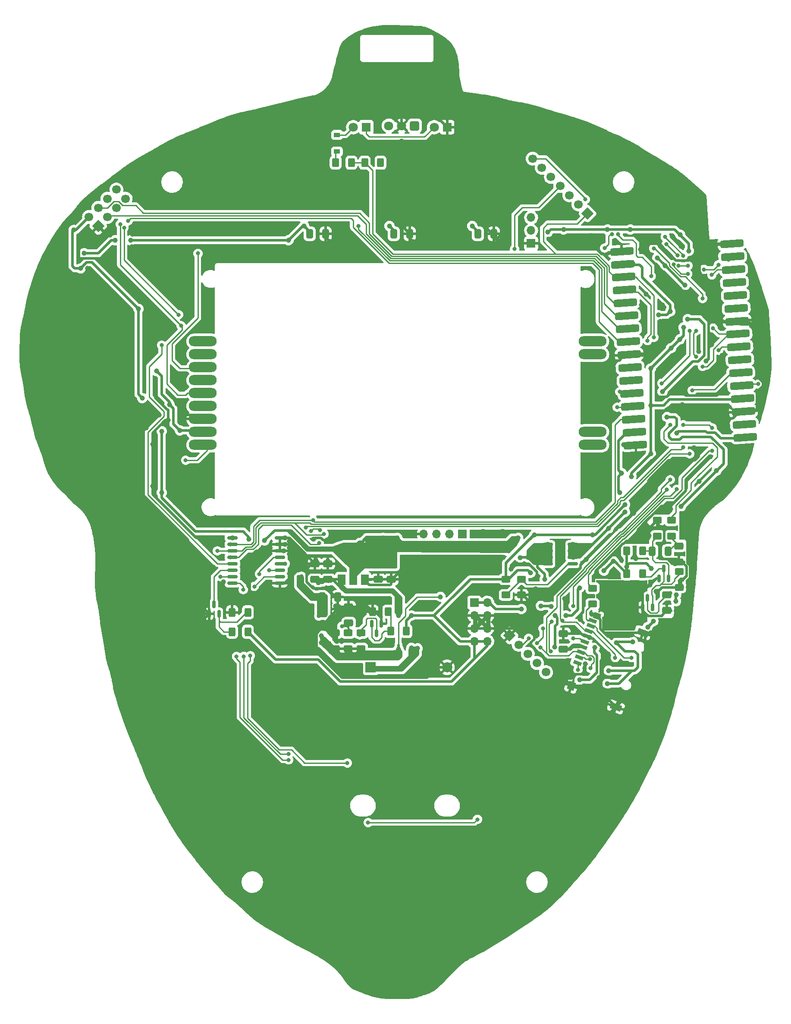
<source format=gbl>
%TF.GenerationSoftware,KiCad,Pcbnew,(6.0.11)*%
%TF.CreationDate,2024-05-07T01:49:40+08:00*%
%TF.ProjectId,badge,62616467-652e-46b6-9963-61645f706362,rev?*%
%TF.SameCoordinates,Original*%
%TF.FileFunction,Copper,L2,Bot*%
%TF.FilePolarity,Positive*%
%FSLAX46Y46*%
G04 Gerber Fmt 4.6, Leading zero omitted, Abs format (unit mm)*
G04 Created by KiCad (PCBNEW (6.0.11)) date 2024-05-07 01:49:40*
%MOMM*%
%LPD*%
G01*
G04 APERTURE LIST*
G04 Aperture macros list*
%AMRoundRect*
0 Rectangle with rounded corners*
0 $1 Rounding radius*
0 $2 $3 $4 $5 $6 $7 $8 $9 X,Y pos of 4 corners*
0 Add a 4 corners polygon primitive as box body*
4,1,4,$2,$3,$4,$5,$6,$7,$8,$9,$2,$3,0*
0 Add four circle primitives for the rounded corners*
1,1,$1+$1,$2,$3*
1,1,$1+$1,$4,$5*
1,1,$1+$1,$6,$7*
1,1,$1+$1,$8,$9*
0 Add four rect primitives between the rounded corners*
20,1,$1+$1,$2,$3,$4,$5,0*
20,1,$1+$1,$4,$5,$6,$7,0*
20,1,$1+$1,$6,$7,$8,$9,0*
20,1,$1+$1,$8,$9,$2,$3,0*%
%AMHorizOval*
0 Thick line with rounded ends*
0 $1 width*
0 $2 $3 position (X,Y) of the first rounded end (center of the circle)*
0 $4 $5 position (X,Y) of the second rounded end (center of the circle)*
0 Add line between two ends*
20,1,$1,$2,$3,$4,$5,0*
0 Add two circle primitives to create the rounded ends*
1,1,$1,$2,$3*
1,1,$1,$4,$5*%
%AMRotRect*
0 Rectangle, with rotation*
0 The origin of the aperture is its center*
0 $1 length*
0 $2 width*
0 $3 Rotation angle, in degrees counterclockwise*
0 Add horizontal line*
21,1,$1,$2,0,0,$3*%
G04 Aperture macros list end*
%TA.AperFunction,SMDPad,CuDef*%
%ADD10RotRect,1.200000X2.200000X250.000000*%
%TD*%
%TA.AperFunction,SMDPad,CuDef*%
%ADD11RotRect,1.200000X1.400000X250.000000*%
%TD*%
%TA.AperFunction,SMDPad,CuDef*%
%ADD12RotRect,1.600000X1.400000X250.000000*%
%TD*%
%TA.AperFunction,SMDPad,CuDef*%
%ADD13RotRect,0.700000X1.600000X250.000000*%
%TD*%
%TA.AperFunction,ComponentPad*%
%ADD14RotRect,1.700000X1.700000X45.000000*%
%TD*%
%TA.AperFunction,ComponentPad*%
%ADD15HorizOval,1.700000X0.000000X0.000000X0.000000X0.000000X0*%
%TD*%
%TA.AperFunction,ComponentPad*%
%ADD16RotRect,1.700000X1.700000X225.000000*%
%TD*%
%TA.AperFunction,ComponentPad*%
%ADD17HorizOval,1.700000X0.000000X0.000000X0.000000X0.000000X0*%
%TD*%
%TA.AperFunction,ComponentPad*%
%ADD18RoundRect,0.250200X0.649800X0.649800X-0.649800X0.649800X-0.649800X-0.649800X0.649800X-0.649800X0*%
%TD*%
%TA.AperFunction,ComponentPad*%
%ADD19C,1.800000*%
%TD*%
%TA.AperFunction,ComponentPad*%
%ADD20RotRect,1.700000X1.700000X135.000000*%
%TD*%
%TA.AperFunction,ComponentPad*%
%ADD21HorizOval,1.700000X0.000000X0.000000X0.000000X0.000000X0*%
%TD*%
%TA.AperFunction,ComponentPad*%
%ADD22R,1.700000X1.700000*%
%TD*%
%TA.AperFunction,ComponentPad*%
%ADD23O,1.700000X1.700000*%
%TD*%
%TA.AperFunction,ComponentPad*%
%ADD24R,1.800000X1.800000*%
%TD*%
%TA.AperFunction,ComponentPad*%
%ADD25O,5.500000X2.000000*%
%TD*%
%TA.AperFunction,ComponentPad*%
%ADD26C,0.500000*%
%TD*%
%TA.AperFunction,SMDPad,CuDef*%
%ADD27RoundRect,0.250000X0.650000X-0.412500X0.650000X0.412500X-0.650000X0.412500X-0.650000X-0.412500X0*%
%TD*%
%TA.AperFunction,SMDPad,CuDef*%
%ADD28R,1.500000X2.000000*%
%TD*%
%TA.AperFunction,SMDPad,CuDef*%
%ADD29R,3.800000X2.000000*%
%TD*%
%TA.AperFunction,SMDPad,CuDef*%
%ADD30R,1.200000X0.900000*%
%TD*%
%TA.AperFunction,SMDPad,CuDef*%
%ADD31RoundRect,0.250000X0.412500X0.650000X-0.412500X0.650000X-0.412500X-0.650000X0.412500X-0.650000X0*%
%TD*%
%TA.AperFunction,SMDPad,CuDef*%
%ADD32RoundRect,0.250000X0.400000X0.625000X-0.400000X0.625000X-0.400000X-0.625000X0.400000X-0.625000X0*%
%TD*%
%TA.AperFunction,SMDPad,CuDef*%
%ADD33RoundRect,0.250000X-0.625000X0.400000X-0.625000X-0.400000X0.625000X-0.400000X0.625000X0.400000X0*%
%TD*%
%TA.AperFunction,SMDPad,CuDef*%
%ADD34RoundRect,0.150000X0.150000X-0.587500X0.150000X0.587500X-0.150000X0.587500X-0.150000X-0.587500X0*%
%TD*%
%TA.AperFunction,SMDPad,CuDef*%
%ADD35RoundRect,0.150000X0.875000X0.150000X-0.875000X0.150000X-0.875000X-0.150000X0.875000X-0.150000X0*%
%TD*%
%TA.AperFunction,SMDPad,CuDef*%
%ADD36RoundRect,0.250000X-0.400000X-0.625000X0.400000X-0.625000X0.400000X0.625000X-0.400000X0.625000X0*%
%TD*%
%TA.AperFunction,SMDPad,CuDef*%
%ADD37RoundRect,0.250000X-0.650000X0.412500X-0.650000X-0.412500X0.650000X-0.412500X0.650000X0.412500X0*%
%TD*%
%TA.AperFunction,SMDPad,CuDef*%
%ADD38RoundRect,0.250000X0.625000X-0.400000X0.625000X0.400000X-0.625000X0.400000X-0.625000X-0.400000X0*%
%TD*%
%TA.AperFunction,SMDPad,CuDef*%
%ADD39RoundRect,0.250000X-0.412500X-0.650000X0.412500X-0.650000X0.412500X0.650000X-0.412500X0.650000X0*%
%TD*%
%TA.AperFunction,SMDPad,CuDef*%
%ADD40RoundRect,0.150000X-0.150000X0.587500X-0.150000X-0.587500X0.150000X-0.587500X0.150000X0.587500X0*%
%TD*%
%TA.AperFunction,SMDPad,CuDef*%
%ADD41RoundRect,0.375000X1.894152X0.508368X-1.946469X0.239805X-1.894152X-0.508368X1.946469X-0.239805X0*%
%TD*%
%TA.AperFunction,ComponentPad*%
%ADD42C,2.000000*%
%TD*%
%TA.AperFunction,ComponentPad*%
%ADD43R,2.000000X2.000000*%
%TD*%
%TA.AperFunction,SMDPad,CuDef*%
%ADD44RoundRect,0.150000X0.825000X0.150000X-0.825000X0.150000X-0.825000X-0.150000X0.825000X-0.150000X0*%
%TD*%
%TA.AperFunction,ViaPad*%
%ADD45C,1.000000*%
%TD*%
%TA.AperFunction,ViaPad*%
%ADD46C,0.800000*%
%TD*%
%TA.AperFunction,ViaPad*%
%ADD47C,0.600000*%
%TD*%
%TA.AperFunction,Conductor*%
%ADD48C,0.508000*%
%TD*%
%TA.AperFunction,Conductor*%
%ADD49C,0.250000*%
%TD*%
%TA.AperFunction,Conductor*%
%ADD50C,0.608000*%
%TD*%
G04 APERTURE END LIST*
D10*
%TO.P,J3,SH,SHIELD*%
%TO.N,GND*%
X140483467Y-153830810D03*
D11*
X136763730Y-135982181D03*
D10*
X145784779Y-139265574D03*
D12*
X131770236Y-149701693D03*
D13*
%TO.P,J3,9,DET*%
%TO.N,/SD_CD*%
X135900560Y-136891817D03*
%TO.P,J3,8,DAT1*%
%TO.N,Net-(J3-Pad8)*%
X135524338Y-137925479D03*
%TO.P,J3,7,DAT0*%
%TO.N,/SD_DAT0*%
X135148116Y-138959141D03*
%TO.P,J3,6,VSS*%
%TO.N,GND*%
X134771894Y-139992803D03*
%TO.P,J3,5,CLK*%
%TO.N,/SD_CLK*%
X134395672Y-141026465D03*
%TO.P,J3,4,VDD*%
%TO.N,Net-(C17-Pad2)*%
X134019450Y-142060127D03*
%TO.P,J3,3,CMD*%
%TO.N,/SD_CMD*%
X133643227Y-143093788D03*
%TO.P,J3,2,DAT3/CD*%
%TO.N,Net-(J3-Pad2)*%
X133267005Y-144127450D03*
%TO.P,J3,1,DAT2*%
%TO.N,Net-(J3-Pad1)*%
X132890783Y-145161112D03*
%TD*%
D14*
%TO.P,J7,1,Pin_1*%
%TO.N,GND*%
X119576033Y-139819833D03*
D15*
%TO.P,J7,2,Pin_2*%
%TO.N,/SD_DAT0*%
X121372084Y-141615884D03*
%TO.P,J7,3,Pin_3*%
%TO.N,/SD_CMD*%
X123168135Y-143411935D03*
%TO.P,J7,4,Pin_4*%
%TO.N,/SD_CLK*%
X124964187Y-145207987D03*
%TO.P,J7,5,Pin_5*%
%TO.N,+3.3V*%
X126760238Y-147004038D03*
%TD*%
D16*
%TO.P,J4,1,Pin_1*%
%TO.N,/IR_TX_SDCD*%
X134902754Y-56975554D03*
D17*
%TO.P,J4,2,Pin_2*%
%TO.N,/AUDIO_OUT*%
X133106703Y-55179503D03*
%TO.P,J4,3,Pin_3*%
%TO.N,/BATT_ADC*%
X131310652Y-53383452D03*
%TO.P,J4,4,Pin_4*%
%TO.N,/LCD_A0*%
X129514600Y-51587400D03*
%TO.P,J4,5,Pin_5*%
%TO.N,/IR_RX*%
X127718549Y-49791349D03*
%TO.P,J4,6,Pin_6*%
%TO.N,/LCD_BL_PWM*%
X125922498Y-47995298D03*
%TO.P,J4,7,Pin_7*%
%TO.N,/~{GPIO_INT}*%
X124126447Y-46199247D03*
%TD*%
D18*
%TO.P,U4,1,OUT*%
%TO.N,/IR_RX*%
X100965000Y-39760000D03*
D19*
%TO.P,U4,2,GND*%
%TO.N,GND*%
X98425000Y-39760000D03*
%TO.P,U4,3,Vs*%
%TO.N,+3.3V*%
X95885000Y-39760000D03*
%TD*%
D20*
%TO.P,J2,1,Pin_1*%
%TO.N,GND*%
X38836878Y-59450889D03*
D21*
%TO.P,J2,2,Pin_2*%
%TO.N,+3.3V*%
X37040827Y-57654838D03*
%TO.P,J2,3,Pin_3*%
%TO.N,/CCMOD_GDO0*%
X40632929Y-57654838D03*
%TO.P,J2,4,Pin_4*%
%TO.N,/FSPI_CS1*%
X38836878Y-55858787D03*
%TO.P,J2,5,Pin_5*%
%TO.N,/FSPI_SCK*%
X42428981Y-55858787D03*
%TO.P,J2,6,Pin_6*%
%TO.N,/FSPI_MOSI*%
X40632929Y-54062736D03*
%TO.P,J2,7,Pin_7*%
%TO.N,/FSPI_MISO*%
X44225032Y-54062736D03*
%TO.P,J2,8,Pin_8*%
%TO.N,unconnected-(J2-Pad8)*%
X42428981Y-52266684D03*
%TD*%
D22*
%TO.P,J5,1,Pin_1*%
%TO.N,/I2C_SDA*%
X110363000Y-119913400D03*
D23*
%TO.P,J5,2,Pin_2*%
%TO.N,/I2C_SCL*%
X107823000Y-119913400D03*
%TO.P,J5,3,Pin_3*%
%TO.N,+3.3V*%
X105283000Y-119913400D03*
%TO.P,J5,4,Pin_4*%
%TO.N,GND*%
X102743000Y-119913400D03*
%TD*%
D24*
%TO.P,D14,1,K*%
%TO.N,GND*%
X107320000Y-40040000D03*
D19*
%TO.P,D14,2,A*%
%TO.N,Net-(D13-Pad1)*%
X104780000Y-40040000D03*
%TD*%
D22*
%TO.P,J6,1,Pin_1*%
%TO.N,+3.3V*%
X112669000Y-133360000D03*
D23*
%TO.P,J6,2,Pin_2*%
X115209000Y-133360000D03*
%TO.P,J6,3,Pin_3*%
%TO.N,GND*%
X112669000Y-135900000D03*
%TO.P,J6,4,Pin_4*%
X115209000Y-135900000D03*
%TO.P,J6,5,Pin_5*%
X112669000Y-138440000D03*
%TO.P,J6,6,Pin_6*%
X115209000Y-138440000D03*
%TO.P,J6,7,Pin_7*%
%TO.N,VBUS*%
X112669000Y-140980000D03*
%TO.P,J6,8,Pin_8*%
X115209000Y-140980000D03*
%TD*%
D22*
%TO.P,J1,1,Pin_1*%
%TO.N,GND*%
X123825000Y-62850000D03*
D23*
%TO.P,J1,2,Pin_2*%
%TO.N,Net-(D15-Pad2)*%
X123825000Y-60310000D03*
%TO.P,J1,3,Pin_3*%
%TO.N,+3.3V*%
X123825000Y-57770000D03*
%TD*%
D24*
%TO.P,D13,1,K*%
%TO.N,Net-(D13-Pad1)*%
X91445000Y-40040000D03*
D19*
%TO.P,D13,2,A*%
%TO.N,Net-(D12-Pad1)*%
X88905000Y-40040000D03*
%TD*%
D25*
%TO.P,U5,13,NC*%
%TO.N,unconnected-(U5-Pad13)*%
X135900000Y-82066000D03*
%TO.P,U5,12,NC*%
%TO.N,unconnected-(U5-Pad12)*%
X135900000Y-84616000D03*
%TO.P,U5,11,NC*%
%TO.N,unconnected-(U5-Pad11)*%
X135900000Y-99846000D03*
%TO.P,U5,10,NC*%
%TO.N,unconnected-(U5-Pad10)*%
X135900000Y-102386000D03*
%TO.P,U5,9,BLK*%
%TO.N,Net-(Q2-Pad3)*%
X59390000Y-102386000D03*
%TO.P,U5,8,BLA*%
%TO.N,+3.3V*%
X59390000Y-99846000D03*
%TO.P,U5,7,VSS*%
%TO.N,GND*%
X59390000Y-97306000D03*
%TO.P,U5,6,VDD*%
%TO.N,+3.3V*%
X59390000Y-94766000D03*
%TO.P,U5,5,SDA*%
%TO.N,/FSPI_MOSI*%
X59390000Y-92226000D03*
%TO.P,U5,4,SCL*%
%TO.N,/FSPI_SCK*%
X59390000Y-89686000D03*
%TO.P,U5,3,A0*%
%TO.N,/LCD_A0*%
X59390000Y-87146000D03*
%TO.P,U5,2,~{RST}*%
%TO.N,/LCD_RST*%
X59390000Y-84606000D03*
%TO.P,U5,1,~{CS}*%
%TO.N,/FSPI_CS0*%
X59390000Y-82066000D03*
%TD*%
D26*
%TO.P,U6,11,PGND*%
%TO.N,GND*%
X83499000Y-137922000D03*
X84074000Y-138872000D03*
X84074000Y-136972000D03*
X84649000Y-137922000D03*
%TD*%
D27*
%TO.P,C12,1*%
%TO.N,GND*%
X93853000Y-128816500D03*
%TO.P,C12,2*%
%TO.N,+3.3V*%
X93853000Y-125691500D03*
%TD*%
D28*
%TO.P,U3,1,GND*%
%TO.N,GND*%
X91200000Y-128880000D03*
D29*
%TO.P,U3,2,VO*%
%TO.N,+3.3V*%
X88900000Y-122580000D03*
D28*
X88900000Y-128880000D03*
%TO.P,U3,3,VI*%
%TO.N,Net-(C10-Pad2)*%
X86600000Y-128880000D03*
%TD*%
D30*
%TO.P,D12,1,K*%
%TO.N,Net-(D12-Pad1)*%
X85725000Y-41530000D03*
%TO.P,D12,2,A*%
%TO.N,Net-(D12-Pad2)*%
X85725000Y-44830000D03*
%TD*%
D31*
%TO.P,C18,1*%
%TO.N,GND*%
X85890500Y-134620000D03*
%TO.P,C18,2*%
%TO.N,Net-(C16-Pad2)*%
X82765500Y-134620000D03*
%TD*%
D32*
%TO.P,R6,1*%
%TO.N,Net-(Q1-Pad1)*%
X68225000Y-135255000D03*
%TO.P,R6,2*%
%TO.N,GND*%
X65125000Y-135255000D03*
%TD*%
D33*
%TO.P,R24,1*%
%TO.N,Net-(C23-Pad2)*%
X87884000Y-139293000D03*
%TO.P,R24,2*%
%TO.N,+BATT*%
X87884000Y-142393000D03*
%TD*%
D32*
%TO.P,R7,1*%
%TO.N,+3.3V*%
X94260000Y-46990000D03*
%TO.P,R7,2*%
%TO.N,/IR_TX_SDCD*%
X91160000Y-46990000D03*
%TD*%
D33*
%TO.P,R14,1*%
%TO.N,/AUDIO_OUT*%
X151358600Y-117195000D03*
%TO.P,R14,2*%
%TO.N,Net-(C20-Pad2)*%
X151358600Y-120295000D03*
%TD*%
D34*
%TO.P,Q1,1,B*%
%TO.N,Net-(Q1-Pad1)*%
X62545000Y-135557500D03*
%TO.P,Q1,2,E*%
%TO.N,GND*%
X60645000Y-135557500D03*
%TO.P,Q1,3,C*%
%TO.N,/VBUS_DETECT*%
X61595000Y-133682500D03*
%TD*%
D33*
%TO.P,R12,1*%
%TO.N,VBUS*%
X118872000Y-128752000D03*
%TO.P,R12,2*%
%TO.N,Net-(Q3-Pad4)*%
X118872000Y-131852000D03*
%TD*%
D35*
%TO.P,U1,1,A0*%
%TO.N,GND*%
X74500000Y-120650000D03*
%TO.P,U1,2,A1*%
X74500000Y-121920000D03*
%TO.P,U1,3,A2*%
X74500000Y-123190000D03*
%TO.P,U1,4,P0*%
%TO.N,/BTN_ROW0*%
X74500000Y-124460000D03*
%TO.P,U1,5,P1*%
%TO.N,/BTN_ROW1*%
X74500000Y-125730000D03*
%TO.P,U1,6,P2*%
%TO.N,/BTN_ROW2*%
X74500000Y-127000000D03*
%TO.P,U1,7,P3*%
%TO.N,/BTN_COL0*%
X74500000Y-128270000D03*
%TO.P,U1,8,VSS*%
%TO.N,GND*%
X74500000Y-129540000D03*
%TO.P,U1,9,P4*%
%TO.N,/BTN_COL1*%
X65200000Y-129540000D03*
%TO.P,U1,10,P5*%
%TO.N,/BTN_COL2*%
X65200000Y-128270000D03*
%TO.P,U1,11,P6*%
%TO.N,/VBUS_DETECT*%
X65200000Y-127000000D03*
%TO.P,U1,12,P7*%
%TO.N,/LCD_RST*%
X65200000Y-125730000D03*
%TO.P,U1,13,~{INT}*%
%TO.N,/~{GPIO_INT}*%
X65200000Y-124460000D03*
%TO.P,U1,14,SCL*%
%TO.N,/I2C_SCL*%
X65200000Y-123190000D03*
%TO.P,U1,15,SDA*%
%TO.N,/I2C_SDA*%
X65200000Y-121920000D03*
%TO.P,U1,16,VDD*%
%TO.N,+3.3V*%
X65200000Y-120650000D03*
%TD*%
D36*
%TO.P,R17,1*%
%TO.N,+3.3V*%
X142595000Y-123190000D03*
%TO.P,R17,2*%
%TO.N,Net-(C22-Pad1)*%
X145695000Y-123190000D03*
%TD*%
D33*
%TO.P,R13,1*%
%TO.N,Net-(Q3-Pad4)*%
X121920000Y-128752000D03*
%TO.P,R13,2*%
%TO.N,GND*%
X121920000Y-131852000D03*
%TD*%
D37*
%TO.P,C17,1*%
%TO.N,GND*%
X130175000Y-139407500D03*
%TO.P,C17,2*%
%TO.N,Net-(C17-Pad2)*%
X130175000Y-142532500D03*
%TD*%
D27*
%TO.P,C20,1*%
%TO.N,GND*%
X152857200Y-125362100D03*
%TO.P,C20,2*%
%TO.N,Net-(C20-Pad2)*%
X152857200Y-122237100D03*
%TD*%
%TO.P,C25,1*%
%TO.N,GND*%
X150495000Y-134912500D03*
%TO.P,C25,2*%
%TO.N,Net-(BZ1-Pad2)*%
X150495000Y-131787500D03*
%TD*%
D32*
%TO.P,R9,1*%
%TO.N,/IR_TX_SDCD*%
X88545000Y-46990000D03*
%TO.P,R9,2*%
%TO.N,Net-(D12-Pad2)*%
X85445000Y-46990000D03*
%TD*%
D37*
%TO.P,C8,1*%
%TO.N,GND*%
X81407000Y-125691500D03*
%TO.P,C8,2*%
%TO.N,Net-(C10-Pad2)*%
X81407000Y-128816500D03*
%TD*%
D32*
%TO.P,R5,1*%
%TO.N,VBUS*%
X68225000Y-139065000D03*
%TO.P,R5,2*%
%TO.N,Net-(Q1-Pad1)*%
X65125000Y-139065000D03*
%TD*%
D34*
%TO.P,Q5,1,B*%
%TO.N,Net-(Q4-Pad3)*%
X147635000Y-134287500D03*
%TO.P,Q5,2,E*%
%TO.N,GND*%
X145735000Y-134287500D03*
%TO.P,Q5,3,C*%
%TO.N,Net-(BZ1-Pad2)*%
X146685000Y-132412500D03*
%TD*%
D32*
%TO.P,R26,1*%
%TO.N,Net-(Q6-Pad1)*%
X95784000Y-135128000D03*
%TO.P,R26,2*%
%TO.N,GND*%
X92684000Y-135128000D03*
%TD*%
D31*
%TO.P,C29,1*%
%TO.N,GND*%
X85890500Y-132283200D03*
%TO.P,C29,2*%
%TO.N,Net-(C16-Pad2)*%
X82765500Y-132283200D03*
%TD*%
D33*
%TO.P,R23,1*%
%TO.N,Net-(Q6-Pad3)*%
X90424000Y-139293000D03*
%TO.P,R23,2*%
%TO.N,+BATT*%
X90424000Y-142393000D03*
%TD*%
D38*
%TO.P,R18,1*%
%TO.N,Net-(C22-Pad1)*%
X148590000Y-120295000D03*
%TO.P,R18,2*%
%TO.N,GND*%
X148590000Y-117195000D03*
%TD*%
D34*
%TO.P,Q4,1,B*%
%TO.N,Net-(C22-Pad1)*%
X150810000Y-128572500D03*
%TO.P,Q4,2,E*%
%TO.N,GND*%
X148910000Y-128572500D03*
%TO.P,Q4,3,C*%
%TO.N,Net-(Q4-Pad3)*%
X149860000Y-126697500D03*
%TD*%
D39*
%TO.P,C4,1*%
%TO.N,+3.3V*%
X80352500Y-60960000D03*
%TO.P,C4,2*%
%TO.N,GND*%
X83477500Y-60960000D03*
%TD*%
D37*
%TO.P,C23,1*%
%TO.N,GND*%
X88011000Y-134200500D03*
%TO.P,C23,2*%
%TO.N,Net-(C23-Pad2)*%
X88011000Y-137325500D03*
%TD*%
D27*
%TO.P,C13,1*%
%TO.N,GND*%
X96393000Y-128816500D03*
%TO.P,C13,2*%
%TO.N,+3.3V*%
X96393000Y-125691500D03*
%TD*%
D39*
%TO.P,C14,1*%
%TO.N,+3.3V*%
X113372500Y-60960000D03*
%TO.P,C14,2*%
%TO.N,GND*%
X116497500Y-60960000D03*
%TD*%
D40*
%TO.P,Q6,1,B*%
%TO.N,Net-(Q6-Pad1)*%
X92522000Y-137492500D03*
%TO.P,Q6,2,E*%
%TO.N,GND*%
X94422000Y-137492500D03*
%TO.P,Q6,3,C*%
%TO.N,Net-(Q6-Pad3)*%
X93472000Y-139367500D03*
%TD*%
D36*
%TO.P,R22,1*%
%TO.N,+3.3V*%
X142595000Y-127635000D03*
%TO.P,R22,2*%
%TO.N,Net-(Q4-Pad3)*%
X145695000Y-127635000D03*
%TD*%
D39*
%TO.P,C9,1*%
%TO.N,+3.3V*%
X96862500Y-60960000D03*
%TO.P,C9,2*%
%TO.N,GND*%
X99987500Y-60960000D03*
%TD*%
D41*
%TO.P,U2,1,GND*%
%TO.N,GND*%
X163205552Y-62903767D03*
%TO.P,U2,2,GPIO1*%
%TO.N,/I2C_SCL*%
X163382733Y-65437580D03*
%TO.P,U2,3,GPIO2*%
%TO.N,/~{GPIO_INT}*%
X163559915Y-67971392D03*
%TO.P,U2,4,GPIO3*%
%TO.N,/SD_CLK*%
X163737096Y-70505205D03*
%TO.P,U2,5,GPIO4*%
%TO.N,/SD_CMD*%
X163914277Y-73039018D03*
%TO.P,U2,6,GPIO5*%
%TO.N,/SD_DAT0*%
X164091459Y-75572830D03*
%TO.P,U2,7,GND*%
%TO.N,GND*%
X164268640Y-78106643D03*
%TO.P,U2,8,GPIO6*%
%TO.N,/LCD_BL_PWM*%
X164445822Y-80640456D03*
%TO.P,U2,9,GPIO7*%
%TO.N,/IR_RX*%
X164623003Y-83174268D03*
%TO.P,U2,10,GPIO8*%
%TO.N,/LCD_A0*%
X164800185Y-85708081D03*
%TO.P,U2,11,GPIO9*%
%TO.N,/BATT_ADC*%
X164977366Y-88241894D03*
%TO.P,U2,12,RESET*%
%TO.N,/ESP_RST*%
X165154548Y-90775706D03*
%TO.P,U2,13,3.3V*%
%TO.N,ESP+3V3*%
X165331729Y-93309519D03*
%TO.P,U2,14,GND*%
%TO.N,GND*%
X165508910Y-95843332D03*
%TO.P,U2,15,PWB*%
%TO.N,unconnected-(U2-Pad15)*%
X165686092Y-98377144D03*
%TO.P,U2,16,VBUS*%
%TO.N,VBUS*%
X165863273Y-100910957D03*
%TO.P,U2,17,GND*%
%TO.N,GND*%
X144314960Y-102404392D03*
%TO.P,U2,18,VBUS*%
%TO.N,VBUS*%
X144137778Y-99870580D03*
%TO.P,U2,19,GPIO0*%
%TO.N,/I2C_SDA*%
X143960597Y-97336767D03*
%TO.P,U2,20,GPIO10*%
%TO.N,/FSPI_CS0*%
X143783415Y-94802954D03*
%TO.P,U2,21,GPIO11*%
%TO.N,/FSPI_MOSI*%
X143606234Y-92269142D03*
%TO.P,U2,22,GPIO12*%
%TO.N,/FSPI_SCK*%
X143429052Y-89735329D03*
%TO.P,U2,23,3.3V*%
%TO.N,ESP+3V3*%
X143251871Y-87201516D03*
%TO.P,U2,24,GND*%
%TO.N,GND*%
X143074689Y-84667704D03*
%TO.P,U2,25,GPIO13*%
%TO.N,/FSPI_MISO*%
X142897508Y-82133891D03*
%TO.P,U2,26,GPIO14*%
%TO.N,/RGB_DATA*%
X142720327Y-79600078D03*
%TO.P,U2,27,GPIO15*%
%TO.N,/CCMOD_GDO0*%
X142543145Y-77066266D03*
%TO.P,U2,28,GPIO16*%
%TO.N,/FSPI_CS1*%
X142365964Y-74532453D03*
%TO.P,U2,29,GPIO17*%
%TO.N,/AUDIO_OUT*%
X142188782Y-71998640D03*
%TO.P,U2,30,GPIO18*%
%TO.N,/IR_TX_SDCD*%
X142011601Y-69464828D03*
%TO.P,U2,31,3.3V*%
%TO.N,ESP+3V3*%
X141834419Y-66931015D03*
%TO.P,U2,32,GND*%
%TO.N,GND*%
X141657238Y-64397202D03*
%TD*%
D37*
%TO.P,C24,1*%
%TO.N,GND*%
X85344000Y-139280500D03*
%TO.P,C24,2*%
%TO.N,+BATT*%
X85344000Y-142405500D03*
%TD*%
D33*
%TO.P,R33,1*%
%TO.N,Net-(Q4-Pad3)*%
X152882600Y-127253400D03*
%TO.P,R33,2*%
%TO.N,GND*%
X152882600Y-130353400D03*
%TD*%
D32*
%TO.P,R25,1*%
%TO.N,VBUS*%
X99340000Y-138938000D03*
%TO.P,R25,2*%
%TO.N,Net-(Q6-Pad1)*%
X96240000Y-138938000D03*
%TD*%
D42*
%TO.P,BT1,2,-*%
%TO.N,GND*%
X107319000Y-146050000D03*
D43*
%TO.P,BT1,1,+*%
%TO.N,Net-(BT1-Pad1)*%
X92329000Y-146050000D03*
%TD*%
D37*
%TO.P,C10,1*%
%TO.N,GND*%
X83947000Y-125691500D03*
%TO.P,C10,2*%
%TO.N,Net-(C10-Pad2)*%
X83947000Y-128816500D03*
%TD*%
D39*
%TO.P,C22,1*%
%TO.N,Net-(C22-Pad1)*%
X147586300Y-123240800D03*
%TO.P,C22,2*%
%TO.N,Net-(C20-Pad2)*%
X150711300Y-123240800D03*
%TD*%
D44*
%TO.P,Q3,1,S*%
%TO.N,ESP+3V3*%
X132015000Y-121920000D03*
%TO.P,Q3,2,S*%
X132015000Y-123190000D03*
%TO.P,Q3,3,S*%
X132015000Y-124460000D03*
%TO.P,Q3,4,G*%
%TO.N,Net-(Q3-Pad4)*%
X132015000Y-125730000D03*
%TO.P,Q3,5,D*%
%TO.N,+3.3V*%
X127065000Y-125730000D03*
%TO.P,Q3,6,D*%
X127065000Y-124460000D03*
%TO.P,Q3,7,D*%
X127065000Y-123190000D03*
%TO.P,Q3,8,D*%
X127065000Y-121920000D03*
%TD*%
D33*
%TO.P,R8,1*%
%TO.N,/IR_TX_SDCD*%
X135890000Y-130530000D03*
%TO.P,R8,2*%
%TO.N,/SD_CD*%
X135890000Y-133630000D03*
%TD*%
D45*
%TO.N,GND*%
X134449194Y-145411791D03*
D46*
%TO.N,Net-(J3-Pad1)*%
X133019800Y-146532600D03*
%TO.N,Net-(J3-Pad2)*%
X135405500Y-144475200D03*
D45*
%TO.N,GND*%
X134210500Y-149701693D03*
%TO.N,+3.3V*%
X136296400Y-142189200D03*
D46*
%TO.N,/SD_CMD*%
X135458200Y-146227800D03*
D45*
%TO.N,+3.3V*%
X133324600Y-148539200D03*
D46*
%TO.N,Net-(C17-Pad2)*%
X130365900Y-142756500D03*
D45*
%TO.N,+3.3V*%
X128458476Y-142098500D03*
%TO.N,GND*%
X128892535Y-146164065D03*
%TO.N,Net-(BT1-Pad1)*%
X100330000Y-142240000D03*
X100787200Y-143459200D03*
X101549200Y-142341600D03*
D47*
%TO.N,GND*%
X141335000Y-136972788D03*
X139771352Y-43126144D03*
D45*
X83629500Y-192087500D03*
X124460000Y-137160000D03*
D47*
X104128739Y-182534169D03*
D45*
X164405200Y-78106643D03*
X85725000Y-140993500D03*
D47*
X98851400Y-52071828D03*
D45*
X156702751Y-84051467D03*
D47*
X123843314Y-193741719D03*
D45*
X144780000Y-119634000D03*
X117348000Y-62484000D03*
X149225000Y-78105000D03*
X81661000Y-43561000D03*
D47*
X26670000Y-96012000D03*
D45*
X146327782Y-121283382D03*
X135270017Y-140174636D03*
D47*
X142626233Y-162794120D03*
D45*
X77470000Y-185928000D03*
X86868000Y-135890000D03*
D47*
X44149500Y-79307564D03*
X129113228Y-180305202D03*
X137242500Y-108464117D03*
X114126265Y-146579599D03*
X73361596Y-37479244D03*
X57829202Y-157643367D03*
X34291133Y-111538448D03*
D45*
X153543000Y-94488000D03*
D47*
X30956390Y-107782494D03*
X39987184Y-122399872D03*
X106285178Y-205613494D03*
D45*
X150889802Y-86119802D03*
D47*
X128652829Y-166121500D03*
X138149575Y-171268855D03*
X31192413Y-67199977D03*
D45*
X88253865Y-147840500D03*
D47*
X88293103Y-205798059D03*
D45*
X141224000Y-64516000D03*
D47*
X148786660Y-142830925D03*
X142421862Y-158063386D03*
X44149500Y-92088159D03*
X94732458Y-209261883D03*
X135403985Y-50456921D03*
D45*
X156770418Y-109526418D03*
D47*
X25654000Y-77851000D03*
D45*
X55372000Y-63500000D03*
D47*
X94121779Y-155125981D03*
X105389520Y-43220096D03*
X156657050Y-57046975D03*
X92550533Y-159888500D03*
X107898957Y-142671821D03*
X138996353Y-176580577D03*
X68390546Y-38634814D03*
D45*
X81534000Y-124968000D03*
D47*
X97688469Y-159888500D03*
X162915600Y-109905800D03*
X84763861Y-157140909D03*
X102292778Y-208659519D03*
D46*
X137160000Y-79756000D03*
D47*
X86316363Y-31238925D03*
X137750500Y-91589486D03*
X90252500Y-52522089D03*
X105073507Y-159888500D03*
X85001458Y-33408654D03*
X115710811Y-166451747D03*
X51273141Y-139622499D03*
X110134964Y-42273402D03*
D45*
X134620000Y-124855500D03*
D47*
X92475000Y-185060087D03*
X146488956Y-163220470D03*
X137877500Y-106045228D03*
X106941728Y-53301298D03*
X57867500Y-135992382D03*
D46*
X106426000Y-59182000D03*
D45*
X53340000Y-80010000D03*
D47*
X80184501Y-171670931D03*
X59879441Y-170210135D03*
X44917386Y-94393467D03*
X56433935Y-54438500D03*
X58781569Y-42018821D03*
X63511723Y-40100504D03*
D45*
X118160800Y-119380000D03*
X149969000Y-121505292D03*
D47*
X116556810Y-185910759D03*
X47490063Y-161064745D03*
X144295433Y-45480230D03*
X72121500Y-136023489D03*
X49635952Y-46511522D03*
X123958801Y-178508768D03*
X151896488Y-146194865D03*
X79580908Y-157103500D03*
D45*
X80137000Y-176403000D03*
X41148000Y-61214000D03*
X86741000Y-62484000D03*
D47*
X58794500Y-155470637D03*
D45*
X45085000Y-99060000D03*
D47*
X141733853Y-167628341D03*
X25019000Y-83058000D03*
X87367163Y-186993499D03*
X120427442Y-36772339D03*
X58298965Y-181446509D03*
X72345500Y-187007811D03*
D45*
X99060000Y-55880000D03*
X127395500Y-132715527D03*
D47*
X82913037Y-49077534D03*
X52164507Y-119139937D03*
X108376752Y-151426126D03*
X107496525Y-160574164D03*
X95588878Y-170344051D03*
X140247051Y-134605321D03*
X57339138Y-170428500D03*
X111650936Y-190056366D03*
X48717022Y-139622499D03*
D45*
X48260000Y-99060000D03*
D46*
X92964000Y-37846000D03*
D47*
X24892000Y-88138000D03*
X64217500Y-155068930D03*
D46*
X104394000Y-59182000D03*
D47*
X76852039Y-54438500D03*
X44149500Y-84419802D03*
D46*
X60553600Y-108966000D03*
D45*
X65786000Y-166101500D03*
D47*
X44500377Y-142016193D03*
D45*
X116713000Y-176149000D03*
D47*
X137126061Y-158236909D03*
D45*
X68580000Y-124460000D03*
X155814500Y-102919000D03*
D47*
X92262764Y-208643614D03*
X91037868Y-28918500D03*
X104478319Y-143508722D03*
D45*
X126924271Y-144855729D03*
D47*
X44734119Y-153858927D03*
X108044831Y-30823897D03*
D45*
X85852000Y-132334000D03*
D47*
X117439867Y-197958125D03*
X56133749Y-152912500D03*
D45*
X167005000Y-78740000D03*
D47*
X112368244Y-161397326D03*
X84680055Y-159494514D03*
X148652029Y-48140128D03*
X122931329Y-43244330D03*
X53881672Y-54438500D03*
X58690861Y-152949909D03*
D45*
X133477000Y-136652000D03*
D47*
X109157311Y-180611880D03*
D45*
X165378300Y-105867200D03*
D47*
X64596210Y-174752955D03*
X110493196Y-150212668D03*
X84508828Y-54438500D03*
D45*
X153670000Y-92202000D03*
D47*
X45309169Y-50909272D03*
D45*
X55118000Y-85852000D03*
D47*
X116995366Y-53676500D03*
D45*
X132461000Y-158242000D03*
D47*
X97847810Y-201462926D03*
X105911969Y-140684833D03*
X77851582Y-182503500D03*
X57552872Y-129471697D03*
D45*
X150889802Y-95250000D03*
X83566000Y-200152000D03*
D46*
X148932233Y-62903767D03*
D47*
X132727767Y-176690663D03*
X81046636Y-147188500D03*
X137437137Y-42093951D03*
X53971955Y-120947386D03*
X56728006Y-127468271D03*
X132663179Y-169804390D03*
X76981686Y-157103500D03*
X42265600Y-145923000D03*
X101246920Y-28918500D03*
X67468485Y-169803500D03*
D45*
X96393000Y-128816500D03*
X91440000Y-200025000D03*
D47*
X129027237Y-55608218D03*
D45*
X121285000Y-171323000D03*
D47*
X70307200Y-194208400D03*
D45*
X63379073Y-129298146D03*
D47*
X141758864Y-172280734D03*
D45*
X80010000Y-178689000D03*
D47*
X52802164Y-172764564D03*
X140412797Y-174453229D03*
X103422500Y-47102220D03*
X98101464Y-151430500D03*
X63245902Y-187368968D03*
X103422500Y-44549957D03*
X125867311Y-152659500D03*
X54023138Y-175028886D03*
D45*
X72771000Y-171577000D03*
X114147600Y-137160000D03*
X155346400Y-124815600D03*
D47*
X113084195Y-178954301D03*
X100599656Y-53910086D03*
X44107348Y-76760446D03*
X82180130Y-157103500D03*
X110551709Y-163213860D03*
X70882858Y-38087444D03*
X85677129Y-183084013D03*
X165098033Y-104474660D03*
X139195123Y-53804692D03*
X66259281Y-181878075D03*
X82503647Y-172510500D03*
X78369013Y-169855443D03*
X43049021Y-144057728D03*
X93590131Y-28918500D03*
D45*
X65786000Y-131953000D03*
D47*
X40040575Y-129957910D03*
X68630274Y-182607000D03*
D45*
X54864000Y-91186000D03*
D47*
X117731458Y-142923525D03*
X145361866Y-165514352D03*
D45*
X49530000Y-102235000D03*
X55118000Y-96647000D03*
X70358000Y-133858000D03*
D47*
X102664968Y-200537500D03*
X107768294Y-200537500D03*
X105808368Y-151430500D03*
D45*
X137160000Y-148082000D03*
D47*
X28485626Y-68207225D03*
D46*
X151536400Y-61366400D03*
D45*
X87884000Y-134874000D03*
X149340918Y-118606918D03*
D47*
X102566511Y-36704779D03*
D45*
X140589000Y-147955000D03*
D47*
X122933097Y-37249261D03*
X117497290Y-163219141D03*
D45*
X135636000Y-62901300D03*
X75311000Y-123190000D03*
D47*
X102248191Y-180653621D03*
D45*
X168516500Y-83683479D03*
D47*
X73714957Y-138140004D03*
D45*
X141973500Y-102362000D03*
D47*
X28294907Y-100656836D03*
X121213259Y-47484173D03*
X55193726Y-125552815D03*
X72345500Y-189580381D03*
X85942652Y-38744160D03*
X100130015Y-159487082D03*
X150454966Y-57535300D03*
D45*
X158193517Y-85922647D03*
D47*
X115481450Y-35608302D03*
D45*
X143510000Y-139700000D03*
D47*
X135101851Y-41064234D03*
X32203746Y-69389610D03*
X149941071Y-153607414D03*
D46*
X60325000Y-73660000D03*
D45*
X131064000Y-144653000D03*
D47*
X125389951Y-37940167D03*
D45*
X164592000Y-96012000D03*
D47*
X53930500Y-70051077D03*
D45*
X156884900Y-68771954D03*
X146951900Y-120243600D03*
D47*
X74539328Y-157676534D03*
X93312415Y-202971046D03*
X51842891Y-45230112D03*
X112955729Y-35243063D03*
X135552500Y-94215014D03*
D45*
X83566000Y-197205500D03*
X61468000Y-126365000D03*
D47*
X105137006Y-51496575D03*
X150546643Y-151124419D03*
D45*
X105283000Y-196850000D03*
D47*
X64090724Y-54438500D03*
X84706067Y-186993499D03*
X46183500Y-111297527D03*
X146469872Y-46816576D03*
D45*
X144322800Y-124675700D03*
D47*
X83173774Y-182503500D03*
X50988609Y-152912500D03*
X48777146Y-54438500D03*
X40834643Y-134925369D03*
X43619500Y-150022065D03*
D45*
X36068000Y-62484000D03*
D47*
X95119501Y-159888500D03*
X55643976Y-158578500D03*
X151200553Y-148654050D03*
X95048239Y-36632632D03*
X109210486Y-190622500D03*
X96820500Y-53161308D03*
X100037671Y-36541274D03*
X120981500Y-153719300D03*
X154773079Y-52703145D03*
D46*
X105651300Y-38366700D03*
D45*
X53594000Y-87884000D03*
D47*
X118853960Y-154992240D03*
X43216503Y-147687902D03*
X44149500Y-81863683D03*
X30769411Y-63639167D03*
X46689500Y-96128820D03*
X128423980Y-152325644D03*
X59227915Y-127590992D03*
X137229700Y-163774054D03*
D45*
X53467000Y-152400000D03*
X67259200Y-127062000D03*
X59690000Y-132080000D03*
D47*
X108095265Y-203815927D03*
X112309731Y-148396133D03*
X120421570Y-146502999D03*
D45*
X151204582Y-115009582D03*
D47*
X121173922Y-45001008D03*
X147165162Y-147322702D03*
X156835087Y-59593021D03*
X152870145Y-51002298D03*
X103799183Y-28918500D03*
D45*
X45515049Y-61017804D03*
D47*
X114184779Y-159580791D03*
X88334920Y-183124307D03*
X71719958Y-146217822D03*
X32516213Y-109798797D03*
X110422913Y-34932448D03*
X53141942Y-64816500D03*
D45*
X112522000Y-57150000D03*
D47*
X112142989Y-201040270D03*
X61563304Y-185422989D03*
D45*
X144964500Y-108134500D03*
D47*
X90075587Y-50108872D03*
X109338577Y-53676500D03*
D45*
X130429000Y-132588000D03*
D47*
X48549609Y-115525039D03*
X137750500Y-94318587D03*
D45*
X91948000Y-141097000D03*
D46*
X74295000Y-159893000D03*
D47*
X111007808Y-182462378D03*
X148385270Y-158475109D03*
X99726125Y-182441700D03*
X125238861Y-171698909D03*
D45*
X153221565Y-63440435D03*
X71120000Y-123190000D03*
X59713482Y-121765682D03*
D47*
X106550989Y-190622500D03*
X47080382Y-52648203D03*
D45*
X145431027Y-74931866D03*
X143764000Y-84836000D03*
D47*
X41095876Y-137448195D03*
D45*
X120904000Y-125730000D03*
D47*
X56411001Y-42964475D03*
D45*
X108712000Y-165608000D03*
D47*
X121884150Y-187534280D03*
X64598500Y-177325095D03*
D46*
X60071000Y-76581000D03*
D47*
X143457674Y-136153721D03*
X122637350Y-176661500D03*
X119547629Y-53676500D03*
X149209624Y-156056080D03*
X34398236Y-70431913D03*
D45*
X78105000Y-63754000D03*
X82296000Y-143002000D03*
D46*
X135509000Y-75946000D03*
X108458000Y-59182000D03*
D47*
X97352486Y-172700646D03*
D45*
X117348000Y-125476000D03*
D47*
X152928003Y-141191050D03*
X129516486Y-188610509D03*
D45*
X153224840Y-130238464D03*
X62865000Y-120650000D03*
D47*
X107581207Y-126145231D03*
X75840333Y-36871044D03*
X132911242Y-184789112D03*
X97439170Y-181368500D03*
D45*
X147320000Y-139242800D03*
D47*
X87560807Y-50139981D03*
X152982221Y-57635253D03*
D45*
X139192000Y-96520000D03*
D46*
X58547000Y-79502000D03*
D47*
X50247500Y-162955241D03*
D45*
X82042000Y-161798000D03*
X39878000Y-66040000D03*
D47*
X99015500Y-171072290D03*
D45*
X153035000Y-71755000D03*
D47*
X54082606Y-44008637D03*
X61538461Y-54438500D03*
X90834731Y-182497052D03*
X98507500Y-49597311D03*
X38969322Y-117473025D03*
X25309463Y-80555615D03*
X127305958Y-182112472D03*
X142077752Y-44217884D03*
D45*
X81076800Y-120929400D03*
D47*
X116055346Y-157828988D03*
D45*
X114427000Y-119380000D03*
D47*
X101987500Y-189653751D03*
D45*
X79121000Y-46101000D03*
D47*
X43891200Y-152019000D03*
X26323529Y-75548056D03*
X56372308Y-134029741D03*
D46*
X76708000Y-159893000D03*
D47*
X86593835Y-203956604D03*
D45*
X124587000Y-167259000D03*
D47*
X148749822Y-145385349D03*
X25527000Y-93472000D03*
X145350440Y-57535300D03*
X44149500Y-86975921D03*
X51329409Y-54438500D03*
X56781670Y-179369334D03*
X45568954Y-156292033D03*
X42323578Y-74937442D03*
X119596054Y-196585838D03*
X157934625Y-113657098D03*
D45*
X51562000Y-68834000D03*
X153670000Y-105410000D03*
D47*
X107454742Y-36808993D03*
X134530490Y-182811935D03*
X90028259Y-186993499D03*
D45*
X83769200Y-121056400D03*
X119875500Y-126746000D03*
X49530000Y-110490000D03*
D47*
X118407308Y-184060261D03*
X118497968Y-157485918D03*
X120076881Y-189341549D03*
D45*
X53975000Y-113665000D03*
D47*
X46183500Y-103629170D03*
X95373202Y-201847500D03*
X53930500Y-72601440D03*
X125416140Y-43284631D03*
X135552500Y-106631960D03*
D45*
X131651437Y-128095437D03*
D47*
X96142394Y-28918500D03*
D45*
X66040000Y-59182000D03*
D46*
X135382000Y-78232000D03*
D47*
X114443103Y-53676500D03*
D45*
X152065271Y-125705894D03*
D47*
X135552500Y-88756814D03*
X37829817Y-115193227D03*
X87573082Y-26294275D03*
X139956845Y-169461585D03*
X97157364Y-45640526D03*
X130846440Y-167323897D03*
X132722556Y-40142368D03*
X27675636Y-98176999D03*
X136397576Y-166069994D03*
X79404302Y-54438500D03*
D45*
X89154000Y-140843000D03*
X93853000Y-128816500D03*
D47*
X50815601Y-147997500D03*
D46*
X78994000Y-159893000D03*
D45*
X150469600Y-133451600D03*
D46*
X80010000Y-134874000D03*
D47*
X136342306Y-173076124D03*
D45*
X50292000Y-143764000D03*
D47*
X64958189Y-189288787D03*
D45*
X153035000Y-74041000D03*
X70104000Y-55118000D03*
D47*
X125498689Y-183919741D03*
X137750500Y-88860386D03*
X97282047Y-209314108D03*
X137242500Y-111046711D03*
D45*
X161291643Y-78106643D03*
D47*
X123336690Y-152901984D03*
D45*
X98425000Y-42784500D03*
D47*
X101271235Y-184528906D03*
X130920497Y-178497933D03*
D45*
X49784000Y-76454000D03*
X130277071Y-148208529D03*
D46*
X135382000Y-73406000D03*
D47*
X122039342Y-53346126D03*
X109569182Y-134853509D03*
D46*
X60198000Y-111912400D03*
D47*
X119803344Y-162581930D03*
D45*
X160655000Y-109562500D03*
X147152002Y-129857500D03*
D47*
X103239400Y-151430500D03*
X135552500Y-91485914D03*
X50474877Y-168065787D03*
D45*
X141591500Y-125018800D03*
X57150000Y-106680000D03*
D47*
X140999845Y-55609414D03*
X53140410Y-158938944D03*
X39636950Y-119898600D03*
X147902703Y-57535300D03*
X29200797Y-103046859D03*
X102515262Y-126018050D03*
X107915659Y-43271999D03*
X78275684Y-147188500D03*
X41960800Y-142138400D03*
X90234779Y-36825240D03*
X127745651Y-190453201D03*
X108623371Y-33308373D03*
X47416678Y-47771911D03*
X25019000Y-85665572D03*
X97619327Y-178987500D03*
X103332656Y-145487942D03*
X118251294Y-166746500D03*
X74299776Y-54438500D03*
X41493059Y-139973267D03*
D45*
X161290000Y-97155000D03*
D47*
X129250801Y-158284500D03*
X44149500Y-89532040D03*
D45*
X148844000Y-101600000D03*
X134366000Y-132207000D03*
D46*
X60579000Y-79629000D03*
D47*
X99832818Y-209297726D03*
D45*
X159956500Y-63563500D03*
D47*
X152782467Y-137885509D03*
X40064090Y-127402143D03*
X87734585Y-37021687D03*
X92248024Y-156685065D03*
D45*
X86995000Y-59055000D03*
D47*
X145328455Y-149097603D03*
X94075166Y-152595682D03*
D45*
X161544000Y-91440000D03*
D47*
X132449309Y-163199500D03*
D45*
X52590500Y-97574500D03*
D47*
X122984919Y-49220155D03*
X137390400Y-51999969D03*
X120891911Y-166746500D03*
X159897616Y-112037433D03*
X86938263Y-28766122D03*
D45*
X146050000Y-78740000D03*
D47*
X38708680Y-71322544D03*
X72345500Y-192152951D03*
X27609241Y-70607914D03*
X126607446Y-150509110D03*
X67067890Y-159697320D03*
D45*
X50800000Y-96520000D03*
D47*
X78321879Y-36274465D03*
X80812224Y-35716359D03*
X111890840Y-53676500D03*
X120257806Y-182209763D03*
X83545545Y-39353407D03*
D45*
X158496000Y-77216000D03*
D47*
X25146000Y-90932000D03*
D46*
X60248800Y-105867200D03*
D45*
X103251000Y-134239000D03*
X75565000Y-120650000D03*
X45466000Y-63500000D03*
D47*
X46745569Y-113715220D03*
D45*
X159290999Y-82677271D03*
X54102000Y-147955000D03*
D47*
X40516129Y-73129993D03*
X144038652Y-153337187D03*
D45*
X55118000Y-83312000D03*
D47*
X26858387Y-73050996D03*
X150377799Y-138239824D03*
X109961678Y-202222617D03*
X66642987Y-54438500D03*
X101987500Y-186994254D03*
D45*
X124968000Y-128524000D03*
D47*
X50357058Y-117332488D03*
X125238861Y-176698909D03*
X97533835Y-36650940D03*
D45*
X51562000Y-78232000D03*
D47*
X82044971Y-186993499D03*
X127787114Y-44017455D03*
X81956565Y-54438500D03*
X125879580Y-192198429D03*
X55349313Y-177232568D03*
X102665472Y-159263500D03*
X134535036Y-174883394D03*
X131497214Y-47503783D03*
X83164384Y-35072006D03*
D45*
X154305000Y-115912500D03*
X155194000Y-88138000D03*
D47*
X89896817Y-207688822D03*
D45*
X135763000Y-135636000D03*
D47*
X89866133Y-43176563D03*
D45*
X161290000Y-84836000D03*
D47*
X134530378Y-167937192D03*
D45*
X149606000Y-74930000D03*
D47*
X130287698Y-39378067D03*
X46772583Y-65522152D03*
X76099328Y-169983012D03*
X106661500Y-25689063D03*
X68804681Y-192609424D03*
D45*
X143408400Y-121222565D03*
D47*
X40286014Y-132498975D03*
X135089926Y-163199500D03*
X107889836Y-186295266D03*
X99987881Y-126023500D03*
D45*
X89916000Y-157353000D03*
D47*
X48575962Y-67325531D03*
X99015500Y-174072500D03*
X106106494Y-28104577D03*
X48570012Y-153460880D03*
X100186587Y-200908500D03*
D45*
X161290000Y-87757000D03*
D47*
X130795981Y-171671588D03*
D45*
X140131800Y-130251200D03*
X128270000Y-162052000D03*
D47*
X127836640Y-38666474D03*
D45*
X85425174Y-134044010D03*
D47*
X58986198Y-54438500D03*
X61149171Y-41066028D03*
D45*
X118364000Y-124460000D03*
D47*
X64686832Y-179888889D03*
X123691419Y-185727011D03*
X150821679Y-49484032D03*
X129657674Y-45740443D03*
X66976767Y-190837273D03*
X50591579Y-64816500D03*
D45*
X128278765Y-62856235D03*
D47*
X122108303Y-180359266D03*
X121728213Y-195176476D03*
D46*
X135534400Y-61214000D03*
D45*
X35052000Y-66040000D03*
D47*
X53930500Y-67500714D03*
X82462500Y-46618916D03*
X117363601Y-171746500D03*
D45*
X84328000Y-62484000D03*
D47*
X124757011Y-50957202D03*
D45*
X124714000Y-130668500D03*
D47*
X122410143Y-162774209D03*
X50247500Y-165527811D03*
X142144700Y-165157352D03*
X72345500Y-194725521D03*
X124688391Y-163824500D03*
X100670432Y-151430500D03*
X57867500Y-138548501D03*
X104493890Y-207429884D03*
D45*
X122174000Y-131826000D03*
X147066000Y-112014000D03*
X98425000Y-59055000D03*
D47*
X36147568Y-113281436D03*
X92035091Y-195514861D03*
X143415579Y-155782597D03*
X56119996Y-131523773D03*
X143018037Y-170056721D03*
X53829260Y-139622499D03*
D45*
X145288000Y-102616000D03*
D46*
X80010000Y-141224000D03*
D47*
X85087712Y-50197500D03*
X109759732Y-125897601D03*
D45*
X161036000Y-74422000D03*
D47*
X29951224Y-105439454D03*
D45*
X104648000Y-185928000D03*
D47*
X110551999Y-39810704D03*
X131228308Y-186712673D03*
D45*
X140716000Y-127508000D03*
D47*
X46307267Y-140208836D03*
X62323345Y-169803500D03*
D46*
X129641600Y-123647200D03*
D47*
X117961157Y-36208529D03*
X103891492Y-190622500D03*
D45*
X91186000Y-129032000D03*
D47*
X46183500Y-108741408D03*
D45*
X50038000Y-91440000D03*
D47*
X58690861Y-147949909D03*
X152481419Y-143707436D03*
X109838313Y-37454779D03*
X103422500Y-49654483D03*
X136064861Y-180768087D03*
D45*
X142341600Y-132994400D03*
D47*
X90943999Y-203658501D03*
D45*
X159004000Y-104749600D03*
X143945036Y-115801836D03*
D47*
X112858306Y-184312876D03*
X98694657Y-28918500D03*
X109770385Y-188175815D03*
X76561496Y-172588500D03*
D45*
X75692000Y-49530000D03*
D47*
X46183500Y-106185289D03*
X105216631Y-200537500D03*
D45*
X130175000Y-139407500D03*
X138928931Y-143401356D03*
D47*
X52364975Y-169712500D03*
X40107532Y-124870768D03*
D45*
X149148800Y-124561600D03*
D47*
X156479013Y-54500929D03*
X64672583Y-159888500D03*
X51283410Y-160712159D03*
X65908601Y-39224896D03*
X87061091Y-54438500D03*
D45*
X114300000Y-59055000D03*
D47*
X115942501Y-144763363D03*
D45*
X153670000Y-83312000D03*
X83058000Y-167640000D03*
X92710000Y-135382000D03*
X88011000Y-195453000D03*
D47*
X100278824Y-178987500D03*
X122608984Y-147671957D03*
X54927501Y-169803500D03*
D45*
X36777582Y-67765582D03*
D47*
X143019700Y-160319022D03*
X65857655Y-172601914D03*
X120020351Y-176661500D03*
X124457067Y-149205997D03*
D45*
X83947000Y-125095000D03*
D47*
X55193149Y-123010148D03*
D45*
X65786000Y-163220500D03*
D47*
X71095559Y-183000483D03*
X75536211Y-147112500D03*
D45*
X147320000Y-84328000D03*
D46*
X82804000Y-42418000D03*
D47*
X46509904Y-158686266D03*
X36854379Y-70176736D03*
X64895915Y-169803500D03*
D45*
X147066000Y-109474000D03*
D47*
X137540549Y-178681286D03*
D45*
X100584000Y-62484000D03*
D47*
X119805500Y-191785005D03*
D45*
X148350500Y-131162733D03*
D47*
X59910481Y-183451661D03*
X142837465Y-57307046D03*
X65047788Y-157677218D03*
D45*
X119380000Y-59690000D03*
D47*
X102322500Y-139592345D03*
X144209805Y-167795824D03*
X147482392Y-160866072D03*
D45*
X145288000Y-64008000D03*
D47*
X80512678Y-182503500D03*
X105045321Y-126067040D03*
D45*
X68580000Y-128778000D03*
X146414365Y-72787635D03*
X75565000Y-121920000D03*
D47*
X133301936Y-49308506D03*
D45*
%TO.N,+3.3V*%
X154559000Y-77724000D03*
X42164000Y-62230000D03*
X97536000Y-120650000D03*
X88900000Y-128524000D03*
X147447000Y-126619000D03*
X123190000Y-124460000D03*
X149606000Y-91948000D03*
X51308000Y-111760000D03*
X121666000Y-124535082D03*
X119380000Y-123190000D03*
X153289000Y-114427000D03*
X79248000Y-59436000D03*
X79659332Y-122524668D03*
X154779356Y-64318442D03*
X121285000Y-120650000D03*
X51308000Y-99695000D03*
X45212000Y-62230000D03*
X133350000Y-130429000D03*
X142621000Y-123317000D03*
X142595000Y-126351540D03*
X147815000Y-137020000D03*
X54864000Y-99568000D03*
X96012000Y-59436000D03*
X125095000Y-124460000D03*
X50292000Y-87884000D03*
X127065000Y-124460000D03*
X85521800Y-123063000D03*
X96393000Y-125691500D03*
X120396000Y-121920000D03*
X68453000Y-120904000D03*
X143281400Y-60110900D03*
X65200000Y-120650000D03*
X46736000Y-75692000D03*
X93853000Y-125691500D03*
X34036000Y-60198000D03*
X138811000Y-149225000D03*
X152273000Y-133070600D03*
X127127000Y-60579000D03*
X139065000Y-146685000D03*
X128524000Y-135890000D03*
X76200000Y-62230000D03*
X127065000Y-123190000D03*
X52832000Y-94488000D03*
X94234000Y-47244000D03*
X94742000Y-120650000D03*
X35358418Y-67765582D03*
X89408000Y-122809000D03*
X47498000Y-93218000D03*
X143786686Y-141048314D03*
X138126143Y-127075353D03*
X153060400Y-61099500D03*
X71501000Y-121158000D03*
X127762000Y-134112000D03*
X138785600Y-60121800D03*
X36068000Y-64770000D03*
X127065000Y-121920000D03*
X126492000Y-128778000D03*
X112268000Y-59436000D03*
X152298400Y-131803300D03*
X121920000Y-134620000D03*
X130225800Y-60121800D03*
X130683000Y-135890000D03*
X125730000Y-133985000D03*
X150495000Y-96901000D03*
X139954000Y-125222000D03*
X146691068Y-138159328D03*
X140589000Y-141224000D03*
X160223200Y-107467400D03*
D46*
%TO.N,Net-(BZ1-Pad2)*%
X151130000Y-131445000D03*
D45*
%TO.N,ESP+3V3*%
X164592000Y-93472000D03*
X132080000Y-124460000D03*
X148590000Y-65659000D03*
X143510000Y-108585000D03*
X151303865Y-83392135D03*
X139065000Y-118745000D03*
X142240000Y-115570000D03*
X153727947Y-79339217D03*
X154051000Y-70993000D03*
X153035000Y-81661000D03*
X151130000Y-76200000D03*
X147320000Y-87376000D03*
X147320000Y-104140000D03*
X132015000Y-121920000D03*
X144272000Y-87376000D03*
X150127817Y-67191347D03*
X132080000Y-123190000D03*
X147320000Y-94615000D03*
X143814800Y-66852800D03*
X148829500Y-76914230D03*
%TO.N,VBUS*%
X142262593Y-114114533D03*
X123698000Y-127508000D03*
X100330000Y-135890000D03*
X145288000Y-100076000D03*
X141209500Y-111760000D03*
X152400000Y-100076000D03*
X135890000Y-120015000D03*
X118872000Y-128524000D03*
X124460000Y-120015000D03*
X141605000Y-107950000D03*
X165100000Y-101092000D03*
%TO.N,Net-(C10-Pad2)*%
X84074000Y-129032000D03*
X82042000Y-129438400D03*
X86614000Y-129540000D03*
X97790000Y-135890000D03*
D46*
%TO.N,Net-(C23-Pad2)*%
X86673253Y-137984635D03*
D45*
%TO.N,+BATT*%
X82677000Y-141224000D03*
X82677000Y-139827000D03*
X106045000Y-132207000D03*
X94132400Y-144018000D03*
X84119772Y-141418937D03*
X97282000Y-144018000D03*
X86340750Y-143656250D03*
X90424000Y-144018000D03*
X87884000Y-144018000D03*
X97790000Y-142494000D03*
D46*
%TO.N,/BATT_ADC*%
X154573500Y-68808600D03*
X152568971Y-65185229D03*
X151803841Y-66956689D03*
X155448000Y-91694000D03*
X150372225Y-62988483D03*
%TO.N,/BTN_ROW0*%
X67437000Y-143891000D03*
X70485000Y-127724500D03*
X76195701Y-163072299D03*
%TO.N,/BTN_ROW1*%
X87757000Y-164846000D03*
X75565000Y-125730000D03*
X68707000Y-143764000D03*
%TO.N,/BTN_ROW2*%
X72390000Y-127000000D03*
%TO.N,/RGB_DATA*%
X89916000Y-59436000D03*
%TO.N,/FSPI_SCK*%
X54610000Y-76835000D03*
X43904500Y-59761755D03*
X142240000Y-89916000D03*
%TO.N,/FSPI_MOSI*%
X43180000Y-59055000D03*
X141224000Y-91948000D03*
X55118000Y-78994000D03*
%TO.N,/FSPI_MISO*%
X44704000Y-58420000D03*
%TO.N,/SD_CMD*%
X125679200Y-142113000D03*
X151130000Y-109220000D03*
X163914277Y-73039018D03*
%TO.N,/SD_CLK*%
X126148500Y-138422284D03*
X164444795Y-70505205D03*
X132080000Y-140335000D03*
X124955143Y-141303849D03*
X152396129Y-111121129D03*
X132080000Y-133985000D03*
%TO.N,/SD_DAT0*%
X127838200Y-137058400D03*
X150495000Y-111125000D03*
X129933700Y-136918700D03*
X123342400Y-140360400D03*
X164465000Y-75565000D03*
X140335000Y-144145000D03*
X127660400Y-142925800D03*
%TO.N,Net-(J3-Pad8)*%
X143510000Y-144145000D03*
%TO.N,/I2C_SDA*%
X64770000Y-121920000D03*
X81025302Y-117199802D03*
X82423000Y-119098802D03*
X80645000Y-119253000D03*
%TO.N,/I2C_SCL*%
X162560000Y-66040000D03*
X156210000Y-85090000D03*
X62230000Y-123190000D03*
X156210000Y-80010000D03*
X153670000Y-102870000D03*
X83185000Y-119888000D03*
%TO.N,/~{GPIO_INT}*%
X154940000Y-80010000D03*
X140893800Y-61036200D03*
X64770000Y-124460000D03*
X134462602Y-54208598D03*
X82219800Y-121658500D03*
X159295500Y-69037200D03*
X149479000Y-90297000D03*
X147396200Y-69291200D03*
%TO.N,/LCD_BL_PWM*%
X153644600Y-65263500D03*
X157759400Y-67945000D03*
X154940000Y-104140000D03*
X150139400Y-61544200D03*
X159537400Y-79476600D03*
X160578800Y-67056000D03*
X154609800Y-67208400D03*
X157480000Y-86995000D03*
X152763877Y-67234781D03*
X79629000Y-118648802D03*
%TO.N,/IR_RX*%
X160655000Y-83820000D03*
X157480000Y-73660000D03*
X147878800Y-63807267D03*
%TO.N,/LCD_A0*%
X162915600Y-85953600D03*
X58420000Y-64807500D03*
X120573800Y-63957200D03*
%TO.N,/FSPI_CS0*%
X140716000Y-94996000D03*
%TO.N,/AUDIO_OUT*%
X151130000Y-98425000D03*
X146685000Y-81915000D03*
X138252200Y-63753500D03*
X144043400Y-71704200D03*
X139674600Y-61025300D03*
%TO.N,/IR_TX_SDCD*%
X159385000Y-103505000D03*
X147955000Y-81280000D03*
X153670000Y-98425000D03*
X159385000Y-99060000D03*
%TO.N,Net-(Q2-Pad3)*%
X56007000Y-105410000D03*
%TO.N,Net-(C16-Pad2)*%
X78740000Y-128168400D03*
X80619600Y-131978400D03*
D45*
X82804000Y-132334000D03*
X82765500Y-134620000D03*
D46*
X82140000Y-135988000D03*
X78486000Y-129844800D03*
X79951170Y-130767230D03*
%TO.N,Net-(Q6-Pad3)*%
X90170000Y-139700000D03*
%TO.N,/LCD_RST*%
X51308000Y-82804000D03*
%TO.N,/BTN_COL0*%
X69483500Y-130175000D03*
%TO.N,/BTN_COL1*%
X67310000Y-130810000D03*
X76200000Y-164211000D03*
X65987500Y-143913920D03*
%TO.N,/BTN_COL2*%
X113284000Y-175895000D03*
X91821000Y-176530000D03*
X62865000Y-128270000D03*
%TO.N,/ESP_RST*%
X168416500Y-90448411D03*
%TD*%
D48*
%TO.N,GND*%
X133716000Y-147436600D02*
X134449194Y-146703406D01*
X132547600Y-147436600D02*
X133716000Y-147436600D01*
X131775671Y-148208529D02*
X132547600Y-147436600D01*
X130277071Y-148208529D02*
X131775671Y-148208529D01*
D49*
%TO.N,Net-(J3-Pad1)*%
X133019800Y-145290129D02*
X132890783Y-145161112D01*
X133019800Y-146532600D02*
X133019800Y-145290129D01*
D48*
%TO.N,GND*%
X134449194Y-145411791D02*
X134449194Y-146703406D01*
X134449194Y-145411791D02*
X134395185Y-145465800D01*
D49*
%TO.N,Net-(J3-Pad2)*%
X134569200Y-144475200D02*
X134221450Y-144127450D01*
X135405500Y-144475200D02*
X134569200Y-144475200D01*
D48*
%TO.N,GND*%
X131770236Y-149701693D02*
X134210500Y-149701693D01*
X137517000Y-147725000D02*
X137160000Y-148082000D01*
X137517000Y-144813287D02*
X137517000Y-147725000D01*
X138928931Y-143401356D02*
X137517000Y-144813287D01*
%TO.N,+3.3V*%
X136220200Y-142265400D02*
X136296400Y-142189200D01*
X136220200Y-143129000D02*
X136220200Y-142265400D01*
X136759000Y-147063129D02*
X136759000Y-143667800D01*
X133324600Y-148539200D02*
X135282929Y-148539200D01*
X135282929Y-148539200D02*
X136759000Y-147063129D01*
X136759000Y-143667800D02*
X136220200Y-143129000D01*
%TO.N,GND*%
X135890000Y-140335000D02*
X138928931Y-143373931D01*
X134912803Y-139992803D02*
X135255000Y-140335000D01*
X135255000Y-140335000D02*
X135890000Y-140335000D01*
X134771894Y-139992803D02*
X134912803Y-139992803D01*
X138928931Y-143373931D02*
X138928931Y-143401356D01*
D49*
%TO.N,/SD_CMD*%
X135661400Y-146024600D02*
X135458200Y-146227800D01*
X135661400Y-145491200D02*
X135661400Y-146024600D01*
X135890000Y-145262600D02*
X135661400Y-145491200D01*
X135890000Y-145260000D02*
X135890000Y-145262600D01*
X135890000Y-145260000D02*
X136130000Y-145020000D01*
X136130000Y-144159000D02*
X136130000Y-145020000D01*
D48*
%TO.N,Net-(C17-Pad2)*%
X131518185Y-142617985D02*
X130504415Y-142617985D01*
X130504415Y-142617985D02*
X130365900Y-142756500D01*
X131953479Y-142182691D02*
X131518185Y-142617985D01*
X131953479Y-142037279D02*
X131953479Y-142182691D01*
X134019450Y-142060127D02*
X133789832Y-142060127D01*
X131953479Y-142037279D02*
X133451600Y-142037279D01*
X131800600Y-141884400D02*
X131953479Y-142037279D01*
X131152500Y-142532500D02*
X131800600Y-141884400D01*
X131800600Y-141884400D02*
X132080000Y-141605000D01*
X132080000Y-141605000D02*
X133334705Y-141605000D01*
X133334705Y-141605000D02*
X133789832Y-142060127D01*
D49*
%TO.N,/SD_CMD*%
X135721000Y-143750000D02*
X136130000Y-144159000D01*
X134236351Y-143093788D02*
X134892563Y-143750000D01*
X134892563Y-143750000D02*
X135721000Y-143750000D01*
X133643227Y-143093788D02*
X134236351Y-143093788D01*
D48*
%TO.N,Net-(C17-Pad2)*%
X130175000Y-142565600D02*
X130365900Y-142756500D01*
X130175000Y-142532500D02*
X130175000Y-142565600D01*
%TO.N,+3.3V*%
X128458476Y-141797524D02*
X128458476Y-142098500D01*
X128524000Y-141732000D02*
X128458476Y-141797524D01*
D49*
%TO.N,/SD_DAT0*%
X127660400Y-142925800D02*
X127323000Y-142588400D01*
X127323000Y-142588400D02*
X127323000Y-137573600D01*
X127323000Y-137573600D02*
X127838200Y-137058400D01*
D48*
%TO.N,GND*%
X128562335Y-146164065D02*
X128892535Y-146164065D01*
X128892535Y-146164065D02*
X129504901Y-146164065D01*
%TO.N,Net-(C17-Pad2)*%
X130175000Y-142532500D02*
X131152500Y-142532500D01*
%TO.N,ESP+3V3*%
X145669000Y-69469000D02*
X145669000Y-67564000D01*
%TO.N,Net-(BT1-Pad1)*%
X100787200Y-144373600D02*
X100787200Y-144322800D01*
X100838000Y-142748000D02*
X100330000Y-142240000D01*
X92012500Y-146431000D02*
X91631500Y-146050000D01*
X99999800Y-142570200D02*
X100330000Y-142240000D01*
X98501200Y-146659600D02*
X92241100Y-146659600D01*
X100330000Y-142875000D02*
X100330000Y-142240000D01*
X100787200Y-143154400D02*
X100787200Y-143459200D01*
X100330000Y-142240000D02*
X101447600Y-142240000D01*
X100787200Y-143459200D02*
X100787200Y-144373600D01*
X97917000Y-146050000D02*
X99999800Y-143967200D01*
X100787200Y-143154400D02*
X101142800Y-142798800D01*
X100787200Y-144322800D02*
X101600000Y-143510000D01*
X101600000Y-143510000D02*
X101600000Y-142392400D01*
X101142800Y-143052800D02*
X101142800Y-142798800D01*
X100787200Y-142697200D02*
X100787200Y-143154400D01*
X101142800Y-142798800D02*
X101142800Y-142748000D01*
X92241100Y-146659600D02*
X91631500Y-146050000D01*
X101600000Y-142392400D02*
X101549200Y-142341600D01*
X101142800Y-142748000D02*
X101142800Y-142443200D01*
X99999800Y-143967200D02*
X99999800Y-142570200D01*
X100330000Y-143637000D02*
X100330000Y-142875000D01*
X99999800Y-143967200D02*
X100330000Y-143637000D01*
X101142800Y-142748000D02*
X101549200Y-142341600D01*
X100330000Y-142240000D02*
X100787200Y-142697200D01*
X101600000Y-143510000D02*
X101142800Y-143052800D01*
X100330000Y-142875000D02*
X100330000Y-144145000D01*
X100787200Y-144373600D02*
X98501200Y-146659600D01*
X101142800Y-142748000D02*
X100838000Y-142748000D01*
X97917000Y-146050000D02*
X92329000Y-146050000D01*
X98044000Y-146431000D02*
X92012500Y-146431000D01*
X100330000Y-144145000D02*
X98044000Y-146431000D01*
X101447600Y-142240000D02*
X101549200Y-142341600D01*
%TO.N,GND*%
X128397000Y-162179000D02*
X128270000Y-162052000D01*
X145637350Y-119792650D02*
X146500950Y-119792650D01*
X57150000Y-126365000D02*
X56515000Y-125730000D01*
X160210500Y-77025500D02*
X161291643Y-78106643D01*
X137408000Y-138550460D02*
X137408000Y-136626451D01*
X49530000Y-100053129D02*
X49530000Y-101600000D01*
X148437002Y-128572500D02*
X147152002Y-129857500D01*
X160616233Y-62903767D02*
X159956500Y-63563500D01*
X155194000Y-88138000D02*
X155194000Y-89916000D01*
X85534500Y-136588500D02*
X85534500Y-138239500D01*
X140716000Y-127508000D02*
X139841339Y-128382661D01*
X84234000Y-139032000D02*
X84074000Y-138872000D01*
X140483467Y-153830810D02*
X136354350Y-149701693D01*
X153162000Y-94488000D02*
X152717500Y-94932500D01*
X145835766Y-117946566D02*
X145835766Y-118098966D01*
X96215200Y-129844800D02*
X96393000Y-129667000D01*
X124968000Y-127921000D02*
X124968000Y-128524000D01*
X146343766Y-118606966D02*
X146365834Y-118606966D01*
X113050000Y-138440000D02*
X115590000Y-138440000D01*
X91948000Y-135128000D02*
X88138000Y-135128000D01*
X168182921Y-84521679D02*
X168182921Y-84017058D01*
X62545000Y-130132219D02*
X63379073Y-129298146D01*
X154182000Y-92714000D02*
X160270000Y-92714000D01*
X92710000Y-135382000D02*
X92456000Y-135382000D01*
X81673000Y-138926000D02*
X81673000Y-139053000D01*
X116957000Y-138440000D02*
X123180000Y-138440000D01*
X156855400Y-69860400D02*
X156855400Y-69200000D01*
X136510661Y-127182201D02*
X137262696Y-126430166D01*
X153670000Y-105410000D02*
X150752332Y-105410000D01*
X166371643Y-78106643D02*
X164268640Y-78106643D01*
X103886000Y-195453000D02*
X105283000Y-196850000D01*
X51054000Y-143764000D02*
X50482500Y-144335500D01*
X98425000Y-42784500D02*
X106440500Y-42784500D01*
X86995000Y-195453000D02*
X88011000Y-195453000D01*
X88253865Y-147840500D02*
X87134500Y-147840500D01*
X150752332Y-105410000D02*
X147066000Y-109096332D01*
X82450987Y-143863013D02*
X82450987Y-143791987D01*
X146365834Y-118606966D02*
X146750166Y-118606966D01*
X153035000Y-76835000D02*
X153035000Y-76200000D01*
X143945036Y-115134964D02*
X143945036Y-115801836D01*
X145288000Y-120142000D02*
X145637350Y-119792650D01*
X145288000Y-64008000D02*
X146392233Y-62903767D01*
X145592800Y-118821200D02*
X149555200Y-118821200D01*
X146050000Y-75550839D02*
X145431027Y-74931866D01*
X85890500Y-134912500D02*
X86868000Y-135890000D01*
X58597800Y-120650000D02*
X59713482Y-121765682D01*
X99060000Y-55880000D02*
X99060000Y-59055000D01*
X155956000Y-105410000D02*
X156718000Y-104648000D01*
X160210500Y-73850500D02*
X160210500Y-77025500D01*
X82804000Y-137922000D02*
X84455000Y-139573000D01*
X68580000Y-124460000D02*
X68580000Y-132715000D01*
X146342300Y-119634000D02*
X146500950Y-119792650D01*
X148590000Y-117195000D02*
X149019164Y-117195000D01*
X85725000Y-136398000D02*
X85725000Y-136205000D01*
X85598000Y-132389974D02*
X83764026Y-130556000D01*
X154305000Y-115912500D02*
X155555750Y-114661750D01*
X141487802Y-122133002D02*
X141259202Y-122361602D01*
X92456000Y-135356000D02*
X92684000Y-135128000D01*
X146951900Y-119952100D02*
X146265700Y-119265900D01*
X91694000Y-140843000D02*
X91948000Y-141097000D01*
X152273000Y-66167000D02*
X154787600Y-66167000D01*
X156718000Y-104648000D02*
X156718000Y-103822500D01*
X145288000Y-120142000D02*
X145288000Y-120243600D01*
X86995000Y-135001000D02*
X87356750Y-135362750D01*
X152908000Y-125362100D02*
X152361500Y-125362100D01*
X134277803Y-139992803D02*
X134771894Y-139992803D01*
X81534000Y-139827000D02*
X81534000Y-139065000D01*
X116205000Y-60960000D02*
X114300000Y-59055000D01*
X83499000Y-137922000D02*
X83499000Y-138297000D01*
X96393000Y-128816500D02*
X96481500Y-128816500D01*
X122555000Y-171323000D02*
X125857000Y-168021000D01*
X88099500Y-134620000D02*
X87884000Y-134835500D01*
X128562335Y-146164065D02*
X128232607Y-146164065D01*
X76581000Y-121920000D02*
X77635500Y-121920000D01*
X146200160Y-139680955D02*
X145784779Y-139265574D01*
X161683000Y-109562500D02*
X165378300Y-105867200D01*
X145175366Y-118606966D02*
X144780000Y-119002332D01*
X140483467Y-153830810D02*
X135183277Y-159131000D01*
X84074000Y-136436500D02*
X84074000Y-136525000D01*
X128524000Y-162179000D02*
X132461000Y-158242000D01*
X146392233Y-62903767D02*
X148932233Y-62903767D01*
X82450987Y-143156987D02*
X82296000Y-143002000D01*
X85425174Y-134044010D02*
X85425174Y-134154674D01*
X150469600Y-134887100D02*
X150495000Y-134912500D01*
X147320000Y-83566000D02*
X147320000Y-84328000D01*
X157607000Y-76327000D02*
X153670000Y-72390000D01*
X84649000Y-137922000D02*
X84649000Y-137547000D01*
X67970500Y-163220500D02*
X65786000Y-163220500D01*
X122174000Y-131826000D02*
X123698000Y-131826000D01*
X74500000Y-123190000D02*
X75819000Y-123190000D01*
X129552935Y-146164065D02*
X128562335Y-146164065D01*
X92710000Y-135382000D02*
X92202000Y-135382000D01*
X132904532Y-127189532D02*
X127635000Y-132459064D01*
X151739600Y-125171200D02*
X152089200Y-124821600D01*
X81534000Y-124968000D02*
X81534000Y-125564500D01*
X78905500Y-123190000D02*
X81407000Y-125691500D01*
X148743000Y-117348000D02*
X148590000Y-117195000D01*
X152908000Y-125362100D02*
X153403700Y-125362100D01*
X71755000Y-129540000D02*
X74500000Y-129540000D01*
X93853000Y-128816500D02*
X91263500Y-128816500D01*
X153035000Y-76200000D02*
X157480000Y-76200000D01*
X40345989Y-60960000D02*
X40599989Y-61214000D01*
X143074689Y-84667704D02*
X142283646Y-84667704D01*
X124968000Y-127309974D02*
X124968000Y-127921000D01*
X85278000Y-136972000D02*
X85278000Y-137983000D01*
X45110400Y-109702600D02*
X45110400Y-99085400D01*
X153670000Y-92202000D02*
X154182000Y-92714000D01*
X158851600Y-104546400D02*
X159004000Y-104698800D01*
X146750166Y-118606966D02*
X147178034Y-118606966D01*
X154305000Y-115912500D02*
X154368100Y-115912500D01*
X50038000Y-92456000D02*
X50038000Y-91440000D01*
X123698000Y-131826000D02*
X124714000Y-130810000D01*
X115590000Y-135900000D02*
X113050000Y-138440000D01*
X84736500Y-139534500D02*
X84234000Y-139032000D01*
X154787600Y-66167000D02*
X158050833Y-62903767D01*
X59690000Y-128905000D02*
X59690000Y-132715000D01*
X139841339Y-128382661D02*
X137142383Y-128382661D01*
X153035000Y-76200000D02*
X153035000Y-71755000D01*
X64287500Y-163220500D02*
X53467000Y-152400000D01*
X56515000Y-121107200D02*
X45110400Y-109702600D01*
X137142383Y-128382661D02*
X136510661Y-127750939D01*
X150889802Y-86092198D02*
X153670000Y-83312000D01*
X85425174Y-134044010D02*
X86038010Y-134044010D01*
X160782000Y-74422000D02*
X161036000Y-74422000D01*
X157988000Y-86106000D02*
X158171353Y-85922647D01*
X83162129Y-137883871D02*
X84074000Y-136972000D01*
X85534500Y-138239500D02*
X85534500Y-139090000D01*
X151765000Y-78105000D02*
X152400000Y-78105000D01*
X116497500Y-61633500D02*
X117348000Y-62484000D01*
X81534000Y-125564500D02*
X81407000Y-125691500D01*
X52590500Y-97574500D02*
X52590500Y-95492000D01*
X94422000Y-137492500D02*
X94422000Y-136332000D01*
X151739600Y-125526800D02*
X151739600Y-125171200D01*
X35302000Y-65790000D02*
X35052000Y-66040000D01*
X54102000Y-147955000D02*
X53467000Y-147320000D01*
X144780000Y-119002332D02*
X144780000Y-119634000D01*
X68580000Y-128382800D02*
X67259200Y-127062000D01*
X112669000Y-138440000D02*
X115209000Y-135900000D01*
X151177928Y-125396388D02*
X151487434Y-125705894D01*
X152779357Y-78106643D02*
X153035000Y-77851000D01*
X81673000Y-142101000D02*
X81673000Y-139053000D01*
X146500950Y-119792650D02*
X146951900Y-120243600D01*
X106440500Y-42784500D02*
X107320000Y-41905000D01*
X67945000Y-133350000D02*
X68262500Y-133032500D01*
X59690000Y-109855000D02*
X59055000Y-110490000D01*
X150603140Y-124821600D02*
X150768400Y-124821600D01*
X59690000Y-107315000D02*
X59690000Y-109855000D01*
X161290000Y-87757000D02*
X161290000Y-84836000D01*
X155555750Y-114661750D02*
X155301750Y-114915750D01*
X84074000Y-136972000D02*
X84521000Y-136972000D01*
X137637700Y-64903000D02*
X135636000Y-62901300D01*
X74500000Y-123190000D02*
X74500000Y-121920000D01*
X118110000Y-124206000D02*
X118364000Y-124460000D01*
X146050000Y-78740000D02*
X146050000Y-75550839D01*
X168182921Y-84521679D02*
X168182921Y-79917921D01*
X153161376Y-130175000D02*
X153224840Y-130238464D01*
X88011000Y-134200500D02*
X91756500Y-134200500D01*
X77470000Y-176276000D02*
X77470000Y-185928000D01*
X50038000Y-93113871D02*
X50038000Y-92456000D01*
X148771207Y-131162733D02*
X149339570Y-130594370D01*
X148350500Y-131162733D02*
X148796067Y-131162733D01*
X68262500Y-133032500D02*
X71755000Y-129540000D01*
X148910000Y-128572500D02*
X148437002Y-128572500D01*
X153035000Y-77470000D02*
X152400000Y-78105000D01*
X135636000Y-62901300D02*
X128323830Y-62901300D01*
X84074000Y-137922000D02*
X84074000Y-138303000D01*
X62865000Y-133350000D02*
X65405000Y-133350000D01*
X135088184Y-139992803D02*
X135270017Y-140174636D01*
X92684000Y-135128000D02*
X91756500Y-134200500D01*
X152882600Y-130353400D02*
X153109904Y-130353400D01*
X89154000Y-140843000D02*
X85875500Y-140843000D01*
X83058000Y-167640000D02*
X76708000Y-167640000D01*
X79756000Y-129294317D02*
X79756000Y-126746000D01*
X151378000Y-125396388D02*
X151177928Y-125396388D01*
X82613500Y-138112500D02*
X82804000Y-137922000D01*
X124562543Y-142494000D02*
X128194271Y-146125729D01*
X133350000Y-159131000D02*
X132461000Y-158242000D01*
X146200160Y-148114117D02*
X146200160Y-139680955D01*
X151487434Y-125705894D02*
X152065271Y-125705894D01*
X86868000Y-147574000D02*
X87376000Y-148082000D01*
X46736000Y-59944000D02*
X45662196Y-61017804D01*
X146951900Y-119265900D02*
X146951900Y-118808700D01*
X91186000Y-128894000D02*
X91200000Y-128880000D01*
X85796026Y-132389974D02*
X85598000Y-132389974D01*
X88011000Y-134747000D02*
X87884000Y-134874000D01*
X120904000Y-125730000D02*
X123388026Y-125730000D01*
X86360000Y-134620000D02*
X87630000Y-134620000D01*
X55239000Y-96526000D02*
X55118000Y-96647000D01*
X145832651Y-131176851D02*
X147152002Y-129857500D01*
X85344000Y-139280500D02*
X85344000Y-139689000D01*
X39628000Y-65790000D02*
X35302000Y-65790000D01*
X54864000Y-89154000D02*
X53594000Y-87884000D01*
X68072000Y-163322000D02*
X67970500Y-163220500D01*
X91186000Y-129032000D02*
X91186000Y-128894000D01*
X84168000Y-138778000D02*
X84649000Y-138297000D01*
X160210500Y-73850500D02*
X160210500Y-73215500D01*
X124562543Y-134214543D02*
X124562543Y-137057457D01*
X148932233Y-62903767D02*
X149009767Y-62903767D01*
X148336000Y-88646000D02*
X148336000Y-92456000D01*
X99060000Y-59055000D02*
X99060000Y-60032500D01*
X87356750Y-135362750D02*
X87884000Y-134835500D01*
X92202000Y-135382000D02*
X91948000Y-135128000D01*
X168182921Y-91960440D02*
X169320500Y-90822861D01*
X143510000Y-139700000D02*
X142595600Y-139700000D01*
X116840000Y-176276000D02*
X116713000Y-176149000D01*
X165508910Y-95843332D02*
X167681668Y-95843332D01*
X168182921Y-95342079D02*
X168182921Y-91960440D01*
X49530000Y-101600000D02*
X49530000Y-102235000D01*
X157988000Y-76708000D02*
X157607000Y-76327000D01*
X48260000Y-99060000D02*
X50800000Y-96520000D01*
X80264000Y-44958000D02*
X70104000Y-55118000D01*
X141766507Y-121854297D02*
X141928035Y-121854297D01*
X81915000Y-142621000D02*
X86868000Y-147574000D01*
X162560000Y-94615000D02*
X163195000Y-95250000D01*
X139192000Y-87122000D02*
X139192000Y-96520000D01*
X150214083Y-124821600D02*
X151378000Y-124821600D01*
X91186000Y-129032000D02*
X91998800Y-129844800D01*
X138913140Y-140055600D02*
X137408000Y-138550460D01*
X152908000Y-125362100D02*
X151904300Y-125362100D01*
X136510661Y-127750939D02*
X136510661Y-127182201D01*
X158633400Y-82793600D02*
X158633400Y-85460600D01*
X146774000Y-135979000D02*
X145735000Y-134940000D01*
X137160000Y-148896043D02*
X136354350Y-149701693D01*
X137408000Y-136626451D02*
X136763730Y-135982181D01*
X59690000Y-132080000D02*
X59690000Y-132715000D01*
X35052000Y-63500000D02*
X36068000Y-62484000D01*
X85890500Y-134620000D02*
X86360000Y-134620000D01*
X61468000Y-126365000D02*
X57150000Y-126365000D01*
X40599989Y-61214000D02*
X41148000Y-61214000D01*
X121920000Y-131852000D02*
X126531973Y-131852000D01*
X72771000Y-171577000D02*
X77470000Y-176276000D01*
X45110400Y-99085400D02*
X45085000Y-99060000D01*
X123180000Y-138440000D02*
X124460000Y-137160000D01*
X91440000Y-199898000D02*
X91440000Y-200025000D01*
X68580000Y-132715000D02*
X68262500Y-133032500D01*
X107320000Y-41905000D02*
X107320000Y-40040000D01*
X117348000Y-62484000D02*
X117348000Y-61722000D01*
X81673000Y-139053000D02*
X82613500Y-138112500D01*
X168182921Y-79917921D02*
X166371643Y-78106643D01*
X112669000Y-135900000D02*
X115209000Y-135900000D01*
X65786000Y-163220500D02*
X64287500Y-163220500D01*
X69850000Y-133350000D02*
X70358000Y-133858000D01*
X98044000Y-37846000D02*
X87376000Y-37846000D01*
X130277071Y-148208529D02*
X130988271Y-148919729D01*
X158171353Y-85922647D02*
X158193517Y-85922647D01*
X139700000Y-124053600D02*
X139060396Y-124693204D01*
X124562543Y-134214543D02*
X122174000Y-131826000D01*
X146365834Y-117867034D02*
X146365834Y-118606966D01*
X77406500Y-176212500D02*
X77597000Y-176403000D01*
X85425174Y-134044010D02*
X85425174Y-134193174D01*
X86868000Y-135851500D02*
X87356750Y-135362750D01*
X124562543Y-137057457D02*
X124460000Y-137160000D01*
X141099350Y-85852000D02*
X140462000Y-85852000D01*
X109982000Y-185928000D02*
X117983000Y-177927000D01*
X136417549Y-135636000D02*
X136763730Y-135982181D01*
X151177928Y-125396388D02*
X150603140Y-124821600D01*
X89916000Y-157353000D02*
X86487000Y-157353000D01*
X86679258Y-62422258D02*
X86741000Y-62484000D01*
X117983000Y-176276000D02*
X116840000Y-176276000D01*
X75565000Y-120650000D02*
X76365500Y-120650000D01*
X99060000Y-59055000D02*
X98425000Y-59055000D01*
X99987500Y-60960000D02*
X99987500Y-61887500D01*
X150889802Y-86119802D02*
X150862198Y-86119802D01*
X87376000Y-148082000D02*
X86669974Y-148082000D01*
X163449000Y-97155000D02*
X161290000Y-97155000D01*
X74500000Y-121920000D02*
X76581000Y-121920000D01*
X150495000Y-95250000D02*
X148844000Y-96901000D01*
X140131800Y-131673600D02*
X140131800Y-130251200D01*
X101092000Y-124206000D02*
X118110000Y-124206000D01*
X158633400Y-77586600D02*
X158633400Y-82793600D01*
X114300000Y-59055000D02*
X114300000Y-58928000D01*
X146951900Y-120243600D02*
X146951900Y-119265900D01*
X151204582Y-114384440D02*
X149397892Y-114384440D01*
X159174670Y-82793600D02*
X159290999Y-82677271D01*
X85534500Y-136588500D02*
X85725000Y-136398000D01*
X145288000Y-120243600D02*
X144387365Y-120243600D01*
X133991000Y-132582000D02*
X134366000Y-132207000D01*
X139446000Y-64516000D02*
X139059000Y-64903000D01*
X83947000Y-125691500D02*
X83947000Y-125095000D01*
X55372000Y-63500000D02*
X78613000Y-63500000D01*
X115590000Y-138440000D02*
X116957000Y-138440000D01*
X144780000Y-119850965D02*
X144387365Y-120243600D01*
X83312000Y-63500000D02*
X84328000Y-62484000D01*
X133991000Y-135249000D02*
X133991000Y-132582000D01*
X142559767Y-121222565D02*
X143408400Y-121222565D01*
X83499000Y-138297000D02*
X84074000Y-138872000D01*
X82641487Y-144053513D02*
X82450987Y-143863013D01*
X74500000Y-121920000D02*
X74500000Y-120650000D01*
X84836000Y-137922000D02*
X86868000Y-135890000D01*
X50292000Y-143764000D02*
X52438500Y-143764000D01*
X153670000Y-92202000D02*
X153670000Y-91440000D01*
X84649000Y-137922000D02*
X84836000Y-137922000D01*
X84074000Y-136972000D02*
X84074000Y-137347000D01*
X91694000Y-134620000D02*
X88099500Y-134620000D01*
X87376000Y-37846000D02*
X80264000Y-44958000D01*
X153224840Y-129223160D02*
X153224840Y-130238464D01*
X140462000Y-148082000D02*
X140589000Y-147955000D01*
X79756000Y-126746000D02*
X81534000Y-124968000D01*
X52590500Y-97574500D02*
X52008629Y-97574500D01*
X55118000Y-85852000D02*
X55118000Y-83312000D01*
X125857000Y-168021000D02*
X125095000Y-167259000D01*
X152779357Y-78106643D02*
X147320000Y-83566000D01*
X150889802Y-95250000D02*
X152400000Y-95250000D01*
X160655000Y-109562500D02*
X155555750Y-114661750D01*
X155346400Y-129286000D02*
X154736800Y-129895600D01*
X84074000Y-137922000D02*
X84328000Y-137668000D01*
X84649000Y-137922000D02*
X84649000Y-138297000D01*
X86310000Y-134200500D02*
X85890500Y-134620000D01*
X93472000Y-135382000D02*
X94422000Y-136332000D01*
X98425000Y-39760000D02*
X98425000Y-38227000D01*
X84643000Y-138303000D02*
X84074000Y-138303000D01*
X147320000Y-139242800D02*
X145807553Y-139242800D01*
X45212000Y-98933000D02*
X45085000Y-99060000D01*
X117983000Y-177927000D02*
X117983000Y-176276000D01*
X164592000Y-96012000D02*
X165340242Y-96012000D01*
X75819000Y-123190000D02*
X78905500Y-123190000D01*
X123388026Y-125730000D02*
X124968000Y-127309974D01*
X142341600Y-132994400D02*
X144015102Y-132994400D01*
X142283646Y-84667704D02*
X141099350Y-85852000D01*
X68580000Y-128778000D02*
X68580000Y-128382800D01*
X148350500Y-131162733D02*
X148771207Y-131162733D01*
X74500000Y-123190000D02*
X69850000Y-123190000D01*
X156718000Y-103822500D02*
X155814500Y-102919000D01*
X86106000Y-136144000D02*
X86614000Y-136144000D01*
X169320500Y-90822861D02*
X169320500Y-90073961D01*
X81407000Y-125691500D02*
X83947000Y-125691500D01*
X151378000Y-124821600D02*
X152089200Y-124821600D01*
X143690426Y-139265574D02*
X145784779Y-139265574D01*
X168182921Y-84017058D02*
X168516500Y-83683479D01*
X85725000Y-140335000D02*
X85725000Y-139661500D01*
X134620000Y-124855500D02*
X134620000Y-124866400D01*
X135183277Y-159131000D02*
X133350000Y-159131000D01*
X85283000Y-135763000D02*
X86741000Y-135763000D01*
X86487000Y-157353000D02*
X82042000Y-161798000D01*
X78359000Y-63500000D02*
X78613000Y-63500000D01*
X107320000Y-40035400D02*
X105651300Y-38366700D01*
X77470000Y-185928000D02*
X86995000Y-195453000D01*
X164084000Y-96520000D02*
X163449000Y-97155000D01*
X137262696Y-126430166D02*
X137352166Y-126430166D01*
X122174000Y-131826000D02*
X121946000Y-131826000D01*
X154206711Y-111382311D02*
X154206711Y-109191289D01*
X52590500Y-95492000D02*
X52416129Y-95492000D01*
X85278000Y-136972000D02*
X86106000Y-136144000D01*
X62545000Y-130132219D02*
X62545000Y-133030000D01*
X85852000Y-132334000D02*
X85796026Y-132389974D01*
X141487802Y-122133002D02*
X139700000Y-123920804D01*
X113050000Y-135900000D02*
X115590000Y-138440000D01*
X158633400Y-82793600D02*
X159174670Y-82793600D01*
X146812000Y-84836000D02*
X147320000Y-84328000D01*
X112669000Y-135900000D02*
X115209000Y-138440000D01*
X145832651Y-131176851D02*
X145735000Y-131274502D01*
X45212000Y-76835000D02*
X45212000Y-98933000D01*
X86669974Y-148082000D02*
X82641487Y-144053513D01*
X158750000Y-77470000D02*
X158633400Y-77586600D01*
D49*
X87122000Y-134874000D02*
X86995000Y-135001000D01*
D48*
X115590000Y-135900000D02*
X113050000Y-135900000D01*
X69850000Y-123190000D02*
X68580000Y-124460000D01*
X86614000Y-136144000D02*
X86868000Y-135890000D01*
X145807553Y-139242800D02*
X145784779Y-139265574D01*
X129504901Y-146164065D02*
X129528918Y-146188082D01*
X128194271Y-146125729D02*
X130277071Y-148208529D01*
X142227500Y-102616000D02*
X141973500Y-102362000D01*
X85344000Y-139534500D02*
X84736500Y-139534500D01*
X163205552Y-62903767D02*
X160616233Y-62903767D01*
X88011000Y-195453000D02*
X103886000Y-195453000D01*
X84649000Y-137547000D02*
X84074000Y-136972000D01*
X142341600Y-132994400D02*
X141452600Y-132994400D01*
X144780000Y-119634000D02*
X145148100Y-119265900D01*
X88138000Y-135128000D02*
X87884000Y-134874000D01*
X56515000Y-125730000D02*
X56515000Y-121107200D01*
X52438500Y-143764000D02*
X51054000Y-143764000D01*
X151201026Y-92202000D02*
X153670000Y-92202000D01*
X152400000Y-95250000D02*
X152717500Y-94932500D01*
X71120000Y-166370000D02*
X67564000Y-166370000D01*
X164268640Y-78106643D02*
X164405200Y-78106643D01*
X152717500Y-94932500D02*
X153035000Y-94615000D01*
X117983000Y-172212000D02*
X119126000Y-171069000D01*
X145288000Y-102616000D02*
X144526568Y-102616000D01*
X68453000Y-163703000D02*
X68072000Y-163322000D01*
X139059000Y-64903000D02*
X137637700Y-64903000D01*
X145288000Y-102616000D02*
X142227500Y-102616000D01*
D49*
X83499000Y-137922000D02*
X84168000Y-138591000D01*
D48*
X76708000Y-167640000D02*
X72771000Y-171577000D01*
X71120000Y-166370000D02*
X68453000Y-163703000D01*
X148590000Y-117195000D02*
X148590000Y-117856000D01*
X140626300Y-124053600D02*
X139700000Y-124053600D01*
X148922826Y-139265574D02*
X154736800Y-133451600D01*
X114300000Y-58928000D02*
X112522000Y-57150000D01*
X49530000Y-112069974D02*
X58110026Y-120650000D01*
X50482500Y-144335500D02*
X50292000Y-144145000D01*
X76365500Y-120650000D02*
X77806750Y-122091250D01*
X81534000Y-142946026D02*
X81534000Y-142875000D01*
X152777714Y-78105000D02*
X152779357Y-78106643D01*
X144387365Y-120243600D02*
X143408400Y-121222565D01*
X88011000Y-134200500D02*
X88011000Y-134747000D01*
X131064000Y-144653000D02*
X130776198Y-144940802D01*
X153670000Y-105410000D02*
X155956000Y-105410000D01*
X133477000Y-136652000D02*
X133477000Y-135763000D01*
X67564000Y-133350000D02*
X69850000Y-133350000D01*
X53467000Y-152400000D02*
X53467000Y-148844000D01*
X81534000Y-139065000D02*
X81673000Y-138926000D01*
X60627500Y-135557500D02*
X60645000Y-135557500D01*
X123716850Y-141598450D02*
X124562543Y-142444143D01*
X151204582Y-115009582D02*
X151204582Y-114384440D01*
X35052000Y-66040000D02*
X35052000Y-63500000D01*
X82804000Y-137922000D02*
X84649000Y-137922000D01*
X144526568Y-102616000D02*
X144314960Y-102404392D01*
X146394566Y-117387766D02*
X146394566Y-117823498D01*
X152367500Y-124821600D02*
X152908000Y-125362100D01*
X121031000Y-171069000D02*
X121285000Y-171323000D01*
X112669000Y-135900000D02*
X112669000Y-138440000D01*
X143715129Y-139700000D02*
X143510000Y-139700000D01*
X59690000Y-134620000D02*
X60627500Y-135557500D01*
X77470000Y-185928000D02*
X104648000Y-185928000D01*
X67945000Y-133350000D02*
X67564000Y-133350000D01*
X59055000Y-106680000D02*
X59690000Y-107315000D01*
X160270000Y-92714000D02*
X161544000Y-91440000D01*
X150439026Y-92964000D02*
X151201026Y-92202000D01*
X82296000Y-143002000D02*
X81915000Y-142621000D01*
X145784779Y-139265574D02*
X148922826Y-139265574D01*
X130776198Y-144940802D02*
X130776198Y-148707656D01*
X123716850Y-141264400D02*
X123716850Y-141598450D01*
X84074000Y-136972000D02*
X84074000Y-136436500D01*
X82450987Y-143863013D02*
X82450987Y-143156987D01*
X149225000Y-78105000D02*
X151765000Y-78105000D01*
X139060396Y-124693204D02*
X139060396Y-124721936D01*
X66040000Y-59182000D02*
X47498000Y-59182000D01*
X125857000Y-168021000D02*
X128524000Y-165354000D01*
X83477500Y-60960000D02*
X83477500Y-61633500D01*
X83769200Y-121056400D02*
X82962400Y-121056400D01*
X146951900Y-120243600D02*
X145288000Y-120243600D01*
X53467000Y-148844000D02*
X53467000Y-148590000D01*
X154206711Y-109191289D02*
X158851600Y-104546400D01*
X149397892Y-114384440D02*
X146394566Y-117387766D01*
X96393000Y-129667000D02*
X96393000Y-128816500D01*
X128323830Y-62901300D02*
X128278765Y-62856235D01*
X87630000Y-134620000D02*
X87884000Y-134874000D01*
X104749600Y-37465000D02*
X99060000Y-37465000D01*
X140483467Y-153830810D02*
X146200160Y-148114117D01*
X88011000Y-134200500D02*
X86310000Y-134200500D01*
X153109904Y-130353400D02*
X153224840Y-130238464D01*
X84482500Y-139280500D02*
X84074000Y-138872000D01*
X81076800Y-120929400D02*
X81362200Y-120644000D01*
X147066000Y-109096332D02*
X147066000Y-109474000D01*
D49*
X86868000Y-135890000D02*
X86868000Y-135128000D01*
D48*
X82962400Y-121056400D02*
X82550000Y-120644000D01*
X144780000Y-119634000D02*
X146342300Y-119634000D01*
X154686000Y-90424000D02*
X158750000Y-90424000D01*
X144015102Y-132994400D02*
X145832651Y-131176851D01*
X85875500Y-140843000D02*
X85725000Y-140993500D01*
X105651300Y-38366700D02*
X104749600Y-37465000D01*
X83629500Y-192087500D02*
X83566000Y-192151000D01*
X87884000Y-134874000D02*
X87884000Y-134835500D01*
X150889802Y-95250000D02*
X150495000Y-95250000D01*
X83566000Y-192151000D02*
X83566000Y-197205500D01*
X85890500Y-134620000D02*
X85890500Y-134912500D01*
X130776198Y-148707656D02*
X130988271Y-148919729D01*
X141591500Y-125018800D02*
X140626300Y-124053600D01*
X99987500Y-61887500D02*
X100584000Y-62484000D01*
X124460000Y-140521250D02*
X123716850Y-141264400D01*
X53467000Y-148590000D02*
X54102000Y-147955000D01*
X133477000Y-135763000D02*
X133991000Y-135249000D01*
X91263500Y-128816500D02*
X91200000Y-128880000D01*
X116957000Y-138440000D02*
X115209000Y-138440000D01*
X148590000Y-117856000D02*
X149340918Y-118606918D01*
X59690000Y-128143000D02*
X61468000Y-126365000D01*
X104648000Y-185928000D02*
X109982000Y-185928000D01*
X137160000Y-148082000D02*
X140462000Y-148082000D01*
X84455000Y-139573000D02*
X85725000Y-140843000D01*
X146951900Y-120243600D02*
X146951900Y-119952100D01*
X133692500Y-139407500D02*
X134277803Y-139992803D01*
X75438000Y-129540000D02*
X79286500Y-125691500D01*
X141591500Y-125018800D02*
X141259202Y-124686502D01*
X92522000Y-134712000D02*
X92430000Y-134620000D01*
X121285000Y-171323000D02*
X122555000Y-171323000D01*
X84074000Y-136972000D02*
X85283000Y-135763000D01*
X59690000Y-128905000D02*
X59690000Y-128143000D01*
X148844000Y-117348000D02*
X148743000Y-117348000D01*
X156855400Y-66664600D02*
X159956500Y-63563500D01*
X128232607Y-146164065D02*
X128194271Y-146125729D01*
X59055000Y-110490000D02*
X55245000Y-110490000D01*
X168182921Y-88936382D02*
X168182921Y-84521679D01*
X77806750Y-122091250D02*
X78905500Y-123190000D01*
X75565000Y-121920000D02*
X76581000Y-121920000D01*
X147066000Y-112014000D02*
X143945036Y-115134964D01*
X55372000Y-63500000D02*
X45466000Y-63500000D01*
X99060000Y-60032500D02*
X99987500Y-60960000D01*
X36068000Y-62484000D02*
X36068000Y-62219767D01*
X78613000Y-63500000D02*
X83312000Y-63500000D01*
X164901997Y-78740000D02*
X164268640Y-78106643D01*
X82613500Y-137985500D02*
X82613500Y-138112500D01*
X65125000Y-133630000D02*
X65125000Y-135255000D01*
X153543000Y-94488000D02*
X153162000Y-94488000D01*
X153670000Y-72390000D02*
X145288000Y-64008000D01*
X84649000Y-138297000D02*
X84643000Y-138303000D01*
X158496000Y-77216000D02*
X157988000Y-76708000D01*
X83477500Y-61633500D02*
X84328000Y-62484000D01*
X141224000Y-64516000D02*
X141538440Y-64516000D01*
X148844000Y-96901000D02*
X148844000Y-101600000D01*
X124714000Y-130810000D02*
X124714000Y-130668500D01*
X160210500Y-73215500D02*
X156855400Y-69860400D01*
X112268000Y-162052000D02*
X108712000Y-165608000D01*
X83162129Y-137922000D02*
X83162129Y-137883871D01*
X149340918Y-118606918D02*
X149969000Y-119235000D01*
X137160000Y-148082000D02*
X137160000Y-148896043D01*
X149766708Y-121505292D02*
X149199600Y-122072400D01*
X154736800Y-129895600D02*
X155301750Y-129330650D01*
X131651437Y-128095437D02*
X131998627Y-128095437D01*
X74500000Y-120650000D02*
X76365500Y-120650000D01*
X86995000Y-195453000D02*
X91440000Y-199898000D01*
X85725000Y-139661500D02*
X85344000Y-139280500D01*
X131998627Y-128095437D02*
X132904532Y-127189532D01*
X103393000Y-148082000D02*
X105425000Y-146050000D01*
X92710000Y-135382000D02*
X93472000Y-135382000D01*
X152400000Y-78105000D02*
X152777714Y-78105000D01*
X125095000Y-167259000D02*
X124587000Y-167259000D01*
X87376000Y-148082000D02*
X103393000Y-148082000D01*
X53467000Y-147320000D02*
X50482500Y-144335500D01*
X85725000Y-136205000D02*
X85283000Y-135763000D01*
X84643000Y-138579500D02*
X85344000Y-139280500D01*
X85725000Y-140843000D02*
X85725000Y-140993500D01*
X141928035Y-121854297D02*
X142559767Y-121222565D01*
X158750000Y-77470000D02*
X157988000Y-76708000D01*
X47498000Y-59182000D02*
X46736000Y-59944000D01*
X116497500Y-60960000D02*
X116205000Y-60960000D01*
X81673000Y-139688000D02*
X81673000Y-142379000D01*
X119126000Y-171069000D02*
X121031000Y-171069000D01*
X155301750Y-129330650D02*
X155301750Y-114915750D01*
X145175366Y-118606966D02*
X146343766Y-118606966D01*
X84521000Y-136972000D02*
X85344000Y-136149000D01*
X120904000Y-125730000D02*
X120891500Y-125730000D01*
X156884900Y-69170500D02*
X156855400Y-69200000D01*
X99822000Y-125476000D02*
X101092000Y-124206000D01*
X155194000Y-89916000D02*
X154686000Y-90424000D01*
X86038010Y-134044010D02*
X86995000Y-135001000D01*
X36068000Y-62219767D02*
X38836878Y-59450889D01*
X124460000Y-137160000D02*
X124460000Y-140521250D01*
X131770236Y-149701693D02*
X130277071Y-148208529D01*
X145835766Y-117946566D02*
X145175366Y-118606966D01*
X85852000Y-133617184D02*
X85425174Y-134044010D01*
X85344000Y-139534500D02*
X85344000Y-138617000D01*
X120891500Y-125730000D02*
X119875500Y-126746000D01*
X143764000Y-84836000D02*
X143242985Y-84836000D01*
X149969000Y-121505292D02*
X149766708Y-121505292D01*
X84074000Y-137347000D02*
X83499000Y-137922000D01*
X84649000Y-138297000D02*
X84074000Y-138872000D01*
X150469600Y-133451600D02*
X150469600Y-134887100D01*
X86655383Y-59394617D02*
X86995000Y-59055000D01*
X85344000Y-139280500D02*
X85344000Y-138617000D01*
X86655383Y-62422258D02*
X86655383Y-59394617D01*
X58110026Y-120650000D02*
X58597800Y-120650000D01*
X143764000Y-84836000D02*
X146812000Y-84836000D01*
X151204582Y-114384440D02*
X154206711Y-111382311D01*
X115209000Y-138440000D02*
X115209000Y-135900000D01*
X158750000Y-90424000D02*
X161290000Y-87884000D01*
X141259202Y-124686502D02*
X141259202Y-122361602D01*
X87134500Y-147840500D02*
X86868000Y-147574000D01*
X53340000Y-80010000D02*
X49784000Y-76454000D01*
X81673000Y-142379000D02*
X81915000Y-142621000D01*
X85425174Y-134154674D02*
X85890500Y-134620000D01*
X165340242Y-96012000D02*
X165508910Y-95843332D01*
X82613500Y-137985500D02*
X81673000Y-138926000D01*
X116497500Y-60960000D02*
X116497500Y-61633500D01*
X133552232Y-126541832D02*
X132904532Y-127189532D01*
X81362200Y-120644000D02*
X82550000Y-120644000D01*
X140462000Y-85852000D02*
X139192000Y-87122000D01*
X150889802Y-86119802D02*
X150889802Y-86092198D01*
X131064000Y-144653000D02*
X129552935Y-146164065D01*
X135763000Y-135636000D02*
X136417549Y-135636000D01*
X78105000Y-63754000D02*
X78359000Y-63500000D01*
X117348000Y-61722000D02*
X119380000Y-59690000D01*
X84649000Y-137922000D02*
X84649000Y-137474000D01*
X92430000Y-134620000D02*
X91694000Y-134620000D01*
X151904300Y-125362100D02*
X151739600Y-125526800D01*
X130988271Y-148919729D02*
X131770236Y-149701693D01*
X156855400Y-69200000D02*
X156855400Y-66664600D01*
X164592000Y-96012000D02*
X164084000Y-96520000D01*
X72771000Y-168021000D02*
X71120000Y-166370000D01*
X72771000Y-171577000D02*
X72771000Y-168021000D01*
X113050000Y-135900000D02*
X113050000Y-138440000D01*
X38836878Y-59450889D02*
X40345989Y-60960000D01*
X139700000Y-123920804D02*
X139700000Y-123992862D01*
X156884900Y-68771954D02*
X156884900Y-69170500D01*
X115590000Y-138440000D02*
X115590000Y-135900000D01*
X92456000Y-135382000D02*
X92456000Y-135356000D01*
X159004000Y-104698800D02*
X159004000Y-104749600D01*
X142240000Y-140055600D02*
X138913140Y-140055600D01*
X92176000Y-134620000D02*
X92684000Y-135128000D01*
X52590500Y-97574500D02*
X52590500Y-107429500D01*
X117983000Y-176276000D02*
X117983000Y-172212000D01*
X84074000Y-138872000D02*
X84168000Y-138778000D01*
X154736800Y-133451600D02*
X154736800Y-129895600D01*
X153035000Y-77851000D02*
X153035000Y-77470000D01*
X65405000Y-133350000D02*
X65125000Y-133630000D01*
X134620000Y-124866400D02*
X133552232Y-125934168D01*
X83566000Y-197205500D02*
X83566000Y-200152000D01*
X85278000Y-137983000D02*
X85534500Y-138239500D01*
X139700000Y-123992862D02*
X136510661Y-127182201D01*
X75311000Y-123190000D02*
X75819000Y-123190000D01*
D49*
X86868000Y-135128000D02*
X86360000Y-134620000D01*
D48*
X85051500Y-139573000D02*
X85344000Y-139280500D01*
X152065271Y-125705894D02*
X151687506Y-125705894D01*
X45212000Y-76200000D02*
X45212000Y-76835000D01*
X136354350Y-149701693D02*
X131770236Y-149701693D01*
X141224000Y-64516000D02*
X139446000Y-64516000D01*
X72771000Y-171577000D02*
X77406500Y-176212500D01*
X99060000Y-37465000D02*
X98425000Y-38100000D01*
X53975000Y-111760000D02*
X53975000Y-113665000D01*
X45662196Y-61017804D02*
X45515049Y-61017804D01*
X84074000Y-136436500D02*
X85890500Y-134620000D01*
X160210500Y-73850500D02*
X160782000Y-74422000D01*
X85852000Y-132334000D02*
X85852000Y-133617184D01*
X144780000Y-119634000D02*
X145592800Y-118821200D01*
X141538440Y-64516000D02*
X141657238Y-64397202D01*
X58110026Y-120650000D02*
X62865000Y-120650000D01*
X145148100Y-119265900D02*
X146265700Y-119265900D01*
X148844000Y-101600000D02*
X148844000Y-104255000D01*
X141766507Y-121854297D02*
X141487802Y-122133002D01*
X65125000Y-132614000D02*
X65786000Y-131953000D01*
D49*
X84168000Y-138591000D02*
X84168000Y-138778000D01*
D48*
X98425000Y-38100000D02*
X98425000Y-38227000D01*
X146140566Y-117641766D02*
X145835766Y-117946566D01*
X36777582Y-67765582D02*
X45212000Y-76200000D01*
X149428500Y-135979000D02*
X146774000Y-135979000D01*
X143690426Y-139519574D02*
X143690426Y-139265574D01*
X158050833Y-62903767D02*
X160616233Y-62903767D01*
X83162129Y-137922000D02*
X81673000Y-139411128D01*
X153670000Y-91440000D02*
X154686000Y-90424000D01*
X66054500Y-166370000D02*
X65786000Y-166101500D01*
X152908000Y-130391300D02*
X149542640Y-130391300D01*
X85534500Y-139090000D02*
X85344000Y-139280500D01*
X158633400Y-85460600D02*
X157988000Y-86106000D01*
X85344000Y-139280500D02*
X84482500Y-139280500D01*
X151687506Y-125705894D02*
X151378000Y-125396388D01*
X81017683Y-130556000D02*
X79756000Y-129294317D01*
X81534000Y-142875000D02*
X81534000Y-139827000D01*
X149969000Y-119235000D02*
X149969000Y-121505292D01*
X79883000Y-178689000D02*
X80010000Y-178689000D01*
X128524000Y-165354000D02*
X128524000Y-162179000D01*
X147178034Y-118606966D02*
X148590000Y-117195000D01*
X154312000Y-128136000D02*
X153224840Y-129223160D01*
X77597000Y-176403000D02*
X80137000Y-176403000D01*
X144780000Y-119634000D02*
X144780000Y-119850965D01*
X49530000Y-110490000D02*
X49530000Y-112069974D01*
X134771894Y-139992803D02*
X135088184Y-139992803D01*
X146265700Y-119265900D02*
X146951900Y-119265900D01*
X52008629Y-97574500D02*
X49530000Y-100053129D01*
X128524000Y-162179000D02*
X128397000Y-162179000D01*
X153035000Y-76835000D02*
X153035000Y-77470000D01*
X146140566Y-117641766D02*
X146365834Y-117867034D01*
X152089200Y-124821600D02*
X152367500Y-124821600D01*
X146394566Y-117823498D02*
X147178034Y-118606966D01*
X86655383Y-62422258D02*
X86679258Y-62422258D01*
X126531973Y-131852000D02*
X127395500Y-132715527D01*
X83764026Y-130556000D02*
X81017683Y-130556000D01*
X152908000Y-125362100D02*
X152429682Y-125362100D01*
X148844000Y-92964000D02*
X150439026Y-92964000D01*
X65125000Y-135255000D02*
X65125000Y-132614000D01*
X167005000Y-78740000D02*
X164901997Y-78740000D01*
X96481500Y-128816500D02*
X99822000Y-125476000D01*
X164268640Y-78106643D02*
X159386643Y-78106643D01*
X142595600Y-139700000D02*
X142240000Y-140055600D01*
X105425000Y-146050000D02*
X107319000Y-146050000D01*
X84074000Y-136525000D02*
X82613500Y-137985500D01*
X98425000Y-38227000D02*
X98044000Y-37846000D01*
X91694000Y-134620000D02*
X92176000Y-134620000D01*
X85425174Y-134193174D02*
X86360000Y-135128000D01*
X84649000Y-137474000D02*
X85534500Y-136588500D01*
X167681668Y-95843332D02*
X168182921Y-95342079D01*
X147066000Y-112014000D02*
X147066000Y-109474000D01*
X89154000Y-140843000D02*
X91694000Y-140843000D01*
X153035000Y-94615000D02*
X162560000Y-94615000D01*
X50292000Y-144145000D02*
X50292000Y-143764000D01*
X150495000Y-134912500D02*
X149428500Y-135979000D01*
X85725000Y-140993500D02*
X85725000Y-140335000D01*
X160655000Y-109562500D02*
X161683000Y-109562500D01*
X164268640Y-78106643D02*
X161291643Y-78106643D01*
X145735000Y-134940000D02*
X145735000Y-134287500D01*
X59690000Y-132715000D02*
X59690000Y-134620000D01*
X52438500Y-143764000D02*
X60645000Y-135557500D01*
X150862198Y-86119802D02*
X148336000Y-88646000D01*
X91998800Y-129844800D02*
X96215200Y-129844800D01*
X39878000Y-66040000D02*
X39628000Y-65790000D01*
X149009767Y-62903767D02*
X152273000Y-66167000D01*
X144780000Y-119634000D02*
X145288000Y-120142000D01*
D49*
X60645000Y-135557500D02*
X60645000Y-136210000D01*
D48*
X83820000Y-137922000D02*
X83162129Y-137922000D01*
X86741000Y-135763000D02*
X86868000Y-135890000D01*
X148336000Y-92456000D02*
X148844000Y-92964000D01*
X159386643Y-78106643D02*
X158750000Y-77470000D01*
X85725000Y-140335000D02*
X85344000Y-139954000D01*
X128270000Y-162052000D02*
X112268000Y-162052000D01*
X81673000Y-139411128D02*
X81673000Y-139688000D01*
X85344000Y-138617000D02*
X84649000Y-137922000D01*
X146394566Y-117387766D02*
X146140566Y-117641766D01*
X148844000Y-104255000D02*
X144964500Y-108134500D01*
X141452600Y-132994400D02*
X140131800Y-131673600D01*
X150214083Y-124821600D02*
X149408800Y-124821600D01*
X153403700Y-125362100D02*
X154312000Y-126270400D01*
X57150000Y-106680000D02*
X59055000Y-106680000D01*
X133552232Y-125934168D02*
X133552232Y-126541832D01*
X154312000Y-126270400D02*
X154312000Y-128136000D01*
X77635500Y-121920000D02*
X77806750Y-122091250D01*
X62545000Y-133030000D02*
X62865000Y-133350000D01*
X84643000Y-138303000D02*
X84643000Y-138579500D01*
X99822000Y-125476000D02*
X117348000Y-125476000D01*
X52416129Y-95492000D02*
X50038000Y-93113871D01*
X153035000Y-71755000D02*
X153670000Y-72390000D01*
X146951900Y-118808700D02*
X146750166Y-118606966D01*
X145735000Y-131274502D02*
X145735000Y-134287500D01*
X84455000Y-139573000D02*
X85051500Y-139573000D01*
X149542640Y-130391300D02*
X149339570Y-130594370D01*
X82641487Y-144053513D02*
X81534000Y-142946026D01*
X84074000Y-136972000D02*
X85278000Y-136972000D01*
X81534000Y-139827000D02*
X81673000Y-139688000D01*
X161290000Y-87884000D02*
X161290000Y-84836000D01*
X79286500Y-125691500D02*
X81407000Y-125691500D01*
X67564000Y-166370000D02*
X66054500Y-166370000D01*
X60190000Y-96526000D02*
X55239000Y-96526000D01*
X139700000Y-123920804D02*
X139700000Y-124053600D01*
X86360000Y-135128000D02*
X86868000Y-135636000D01*
X149199600Y-124510800D02*
X149148800Y-124561600D01*
D49*
X87884000Y-134874000D02*
X87122000Y-134874000D01*
D48*
X74500000Y-129540000D02*
X75438000Y-129540000D01*
X149199600Y-122072400D02*
X149199600Y-124510800D01*
X55245000Y-110490000D02*
X53975000Y-111760000D01*
X121946000Y-131826000D02*
X121920000Y-131852000D01*
X143510000Y-139700000D02*
X143690426Y-139519574D01*
X124562543Y-142444143D02*
X124562543Y-142494000D01*
X157480000Y-76200000D02*
X157607000Y-76327000D01*
X151378000Y-125396388D02*
X151378000Y-124821600D01*
X145835766Y-118098966D02*
X146343766Y-118606966D01*
X149408800Y-124821600D02*
X149148800Y-124561600D01*
X143242985Y-84836000D02*
X143074689Y-84667704D01*
X67564000Y-133350000D02*
X65405000Y-133350000D01*
X82450987Y-143791987D02*
X81534000Y-142875000D01*
X54864000Y-91186000D02*
X54864000Y-89662000D01*
X54864000Y-89662000D02*
X54864000Y-89154000D01*
X130175000Y-139407500D02*
X133692500Y-139407500D01*
X53467000Y-148844000D02*
X53467000Y-147320000D01*
X155346400Y-124815600D02*
X155346400Y-129286000D01*
X77406500Y-176212500D02*
X79883000Y-178689000D01*
X139060396Y-124721936D02*
X137352166Y-126430166D01*
X169320500Y-90073961D02*
X168182921Y-88936382D01*
%TO.N,+3.3V*%
X52832000Y-93980000D02*
X51308000Y-92456000D01*
X34036000Y-60198000D02*
X34497665Y-60198000D01*
X88900000Y-125857000D02*
X88900000Y-125349000D01*
X94234000Y-47016000D02*
X94260000Y-46990000D01*
X119176800Y-121589800D02*
X120116600Y-120650000D01*
X142595000Y-126187800D02*
X142595000Y-126351540D01*
X120116600Y-120650000D02*
X121285000Y-120650000D01*
X115590000Y-133360000D02*
X115209000Y-133360000D01*
X80454500Y-122745500D02*
X80772000Y-123063000D01*
X152010550Y-96901000D02*
X150622000Y-96901000D01*
X92113500Y-125691500D02*
X92113500Y-125514500D01*
X150622000Y-96901000D02*
X150495000Y-96901000D01*
X160223200Y-107467400D02*
X159677100Y-108013500D01*
X144780000Y-143510000D02*
X144780000Y-146050000D01*
X131826000Y-135890000D02*
X133032500Y-134683500D01*
X161607500Y-103314500D02*
X159131000Y-100838000D01*
X92113500Y-125691500D02*
X91732500Y-125691500D01*
X80352500Y-60960000D02*
X80352500Y-60540500D01*
X159677100Y-108013500D02*
X159677100Y-108038900D01*
X86208000Y-122580000D02*
X84480000Y-122580000D01*
X84963000Y-123063000D02*
X88417000Y-123063000D01*
X123190000Y-124460000D02*
X121741082Y-124460000D01*
X96266000Y-122809000D02*
X96393000Y-122936000D01*
X123190000Y-124460000D02*
X124460000Y-125730000D01*
X80772000Y-123063000D02*
X79883000Y-123063000D01*
X53594000Y-95250000D02*
X52832000Y-94488000D01*
X127065000Y-123190000D02*
X126365000Y-123190000D01*
X147815000Y-137035396D02*
X146691068Y-138159328D01*
X126492000Y-128778000D02*
X126492000Y-127762000D01*
X153035000Y-101346000D02*
X151384000Y-101346000D01*
X33782000Y-67310000D02*
X33782000Y-60452000D01*
X125730000Y-121920000D02*
X124460000Y-121920000D01*
X91732500Y-125412500D02*
X88900000Y-122580000D01*
X57912000Y-119380000D02*
X51308000Y-112776000D01*
X116337000Y-134107000D02*
X115590000Y-133360000D01*
X96393000Y-123317000D02*
X96393000Y-125691500D01*
X138126143Y-127075353D02*
X138126143Y-127049857D01*
X142189200Y-60121800D02*
X151993600Y-60121800D01*
X36576000Y-66548000D02*
X35358418Y-67765582D01*
X87630000Y-125730000D02*
X85280500Y-123380500D01*
X138126143Y-127049857D02*
X139954000Y-125222000D01*
X51308000Y-111125000D02*
X51308000Y-99695000D01*
X119380000Y-123190000D02*
X96520000Y-123190000D01*
X140182000Y-125222000D02*
X142595000Y-127635000D01*
X127685800Y-60121800D02*
X130225800Y-60121800D01*
X126492000Y-127762000D02*
X125095000Y-126365000D01*
X125730000Y-121920000D02*
X125095000Y-122555000D01*
X51308000Y-88900000D02*
X51308000Y-92456000D01*
X116850000Y-134620000D02*
X116337000Y-134107000D01*
X91732500Y-125691500D02*
X91732500Y-125133500D01*
X89065500Y-125691500D02*
X88900000Y-125857000D01*
X153060400Y-61099500D02*
X153060400Y-61188600D01*
X127065000Y-123190000D02*
X126111000Y-123190000D01*
X155511500Y-86042500D02*
X156654500Y-86042500D01*
X35358418Y-67765582D02*
X34237582Y-67765582D01*
X96862500Y-60286500D02*
X96012000Y-59436000D01*
X34237582Y-67765582D02*
X34036000Y-67564000D01*
X121920000Y-134620000D02*
X116850000Y-134620000D01*
X88900000Y-125349000D02*
X88900000Y-125272000D01*
X91732500Y-125691500D02*
X91732500Y-125412500D01*
X71501000Y-121158000D02*
X73482200Y-119176800D01*
X54864000Y-99568000D02*
X60622000Y-99568000D01*
X141097000Y-149225000D02*
X143637000Y-146685000D01*
X80289000Y-122580000D02*
X80454500Y-122745500D01*
X89065500Y-125691500D02*
X89027000Y-125730000D01*
X91732500Y-125691500D02*
X88900000Y-128524000D01*
X93853000Y-125691500D02*
X92113500Y-125691500D01*
X123190000Y-124460000D02*
X125730000Y-124460000D01*
X81382000Y-122580000D02*
X80924000Y-122580000D01*
X88900000Y-128880000D02*
X88900000Y-125857000D01*
X67310000Y-119380000D02*
X57912000Y-119380000D01*
X156845000Y-77724000D02*
X154559000Y-77724000D01*
X125730000Y-124460000D02*
X127065000Y-124460000D01*
X119964200Y-122351800D02*
X120396000Y-121920000D01*
X96875600Y-121310400D02*
X97536000Y-120650000D01*
X113050000Y-133360000D02*
X115590000Y-133360000D01*
X87249000Y-122809000D02*
X89408000Y-122809000D01*
X124460000Y-125730000D02*
X125095000Y-125730000D01*
X133032500Y-130746500D02*
X133350000Y-130429000D01*
X84480000Y-122580000D02*
X81382000Y-122580000D01*
X144145000Y-146685000D02*
X143637000Y-146685000D01*
X121741082Y-124460000D02*
X121666000Y-124535082D01*
X153060400Y-61188600D02*
X154779356Y-62907556D01*
X88417000Y-123063000D02*
X88900000Y-122580000D01*
X127127000Y-60579000D02*
X127228600Y-60579000D01*
X142595000Y-126351540D02*
X142595000Y-125629000D01*
X147447000Y-126619000D02*
X146507200Y-125679200D01*
X80924000Y-122580000D02*
X80289000Y-122580000D01*
X142595000Y-123190000D02*
X142595000Y-125121000D01*
X128911000Y-136277000D02*
X128524000Y-135890000D01*
X51308000Y-111760000D02*
X51308000Y-111125000D01*
X151384000Y-101346000D02*
X150876000Y-100838000D01*
X125095000Y-122555000D02*
X125095000Y-124206000D01*
X152273000Y-133070600D02*
X152273000Y-131828700D01*
X42164000Y-62230000D02*
X41402000Y-62230000D01*
X80924000Y-122580000D02*
X80111200Y-122580000D01*
X94234000Y-47244000D02*
X94234000Y-47016000D01*
X55222129Y-62230000D02*
X45212000Y-62230000D01*
X79248000Y-59436000D02*
X78994000Y-59436000D01*
X96393000Y-125691500D02*
X96393000Y-122936000D01*
X159677100Y-108038900D02*
X161607500Y-106108500D01*
X159131000Y-100838000D02*
X153543000Y-100838000D01*
X157861000Y-78740000D02*
X156845000Y-77724000D01*
X96774000Y-122936000D02*
X97358200Y-122351800D01*
X130225800Y-60121800D02*
X142189200Y-60121800D01*
X53594000Y-98298000D02*
X53594000Y-95250000D01*
X73482200Y-119176800D02*
X75996800Y-119176800D01*
X128524000Y-137947400D02*
X128911000Y-137560400D01*
X144780000Y-146050000D02*
X144145000Y-146685000D01*
X125095000Y-124206000D02*
X125095000Y-124460000D01*
X97358200Y-122351800D02*
X119964200Y-122351800D01*
X125095000Y-124460000D02*
X125730000Y-124460000D01*
X113372500Y-60540500D02*
X112268000Y-59436000D01*
X144145000Y-146685000D02*
X139065000Y-146685000D01*
X128911000Y-137560400D02*
X128911000Y-136277000D01*
X95402400Y-121310400D02*
X96875600Y-121310400D01*
X88900000Y-125349000D02*
X88900000Y-122580000D01*
X94742000Y-120650000D02*
X91567000Y-120650000D01*
X152395775Y-97286225D02*
X152010550Y-96901000D01*
X41402000Y-62230000D02*
X38862000Y-64770000D01*
X93853000Y-125691500D02*
X93853000Y-121539000D01*
X157861000Y-84836000D02*
X157861000Y-78740000D01*
X143786686Y-141048314D02*
X140764686Y-141048314D01*
X80772000Y-123063000D02*
X84963000Y-123063000D01*
X88900000Y-125272000D02*
X86208000Y-122580000D01*
X147815000Y-137020000D02*
X147815000Y-137035396D01*
X126365000Y-125730000D02*
X127065000Y-125730000D01*
X76200000Y-62230000D02*
X55222129Y-62230000D01*
X126111000Y-123190000D02*
X125095000Y-124206000D01*
X125095000Y-124460000D02*
X126365000Y-125730000D01*
X85280500Y-123380500D02*
X84963000Y-123063000D01*
X89408000Y-122809000D02*
X89129000Y-122809000D01*
X96393000Y-122936000D02*
X96393000Y-121793000D01*
X54864000Y-99568000D02*
X53594000Y-98298000D01*
X127065000Y-121920000D02*
X125730000Y-121920000D01*
X138811000Y-149225000D02*
X141097000Y-149225000D01*
X142646400Y-60121800D02*
X142189200Y-60121800D01*
X46736000Y-75692000D02*
X46736000Y-92456000D01*
X52832000Y-94488000D02*
X52832000Y-93980000D01*
X75996800Y-119176800D02*
X76708000Y-119176800D01*
X127065000Y-124460000D02*
X127065000Y-125730000D01*
X98475800Y-121589800D02*
X119176800Y-121589800D01*
X133032500Y-134683500D02*
X133032500Y-130746500D01*
X88900000Y-122580000D02*
X86208000Y-122580000D01*
X80111200Y-122580000D02*
X79705200Y-122174000D01*
X149606000Y-91948000D02*
X155511500Y-86042500D01*
X142240000Y-142875000D02*
X144145000Y-142875000D01*
X142621000Y-123216000D02*
X142595000Y-123190000D01*
X156654500Y-86042500D02*
X157861000Y-84836000D01*
X68453000Y-120904000D02*
X68453000Y-120523000D01*
X76708000Y-119176800D02*
X79705200Y-122174000D01*
X140764686Y-141048314D02*
X140589000Y-141224000D01*
X127065000Y-125730000D02*
X125095000Y-125730000D01*
X37592000Y-66548000D02*
X36576000Y-66548000D01*
X91732500Y-125691500D02*
X89065500Y-125691500D01*
X150876000Y-100838000D02*
X150876000Y-100180129D01*
X153289000Y-114427000D02*
X159677100Y-108038900D01*
X80352500Y-60540500D02*
X79248000Y-59436000D01*
X34036000Y-67564000D02*
X33782000Y-67310000D01*
X144145000Y-142875000D02*
X144780000Y-143510000D01*
X142595000Y-125121000D02*
X142595000Y-125629000D01*
X125095000Y-124460000D02*
X125095000Y-125730000D01*
X128524000Y-141732000D02*
X128524000Y-137947400D01*
X68453000Y-120523000D02*
X67310000Y-119380000D01*
X146507200Y-125679200D02*
X143103600Y-125679200D01*
X127228600Y-60579000D02*
X127685800Y-60121800D01*
X46736000Y-92456000D02*
X47498000Y-93218000D01*
X78994000Y-59436000D02*
X76200000Y-62230000D01*
X92113500Y-125514500D02*
X91732500Y-125133500D01*
X88900000Y-122580000D02*
X86081000Y-122580000D01*
X90805000Y-121412000D02*
X90068000Y-121412000D01*
X151993600Y-60121800D02*
X154190700Y-62318900D01*
X144145000Y-146685000D02*
X143510000Y-146685000D01*
X154779356Y-62907556D02*
X154779356Y-64318442D01*
X127635000Y-133985000D02*
X127762000Y-134112000D01*
X126365000Y-123190000D02*
X125095000Y-124460000D01*
X91567000Y-120650000D02*
X90805000Y-121412000D01*
X50292000Y-87884000D02*
X51308000Y-88900000D01*
X124460000Y-121920000D02*
X123190000Y-123190000D01*
X143103600Y-125679200D02*
X142595000Y-126187800D01*
X94742000Y-120650000D02*
X95402400Y-121310400D01*
X38862000Y-64770000D02*
X36068000Y-64770000D01*
X96393000Y-122936000D02*
X96774000Y-122936000D01*
X89408000Y-122809000D02*
X96266000Y-122809000D01*
X34497665Y-60198000D02*
X37040827Y-57654838D01*
X93853000Y-121539000D02*
X94742000Y-120650000D01*
X150876000Y-100180129D02*
X152395775Y-98660354D01*
X46736000Y-75692000D02*
X37592000Y-66548000D01*
X143281400Y-60110900D02*
X138796500Y-60110900D01*
X113372500Y-60960000D02*
X113372500Y-60540500D01*
X96393000Y-121793000D02*
X96875600Y-121310400D01*
X84963000Y-123063000D02*
X84480000Y-122580000D01*
X90068000Y-121412000D02*
X88900000Y-122580000D01*
X153543000Y-100838000D02*
X153035000Y-101346000D01*
X86081000Y-122580000D02*
X85280500Y-123380500D01*
X88900000Y-128524000D02*
X88900000Y-128880000D01*
X142621000Y-123317000D02*
X142621000Y-123216000D01*
X142595000Y-125629000D02*
X142595000Y-127635000D01*
X125095000Y-126365000D02*
X125095000Y-125730000D01*
X140589000Y-141224000D02*
X142240000Y-142875000D01*
X96862500Y-60960000D02*
X96862500Y-60286500D01*
X79883000Y-123063000D02*
X75996800Y-119176800D01*
X89129000Y-122809000D02*
X88900000Y-122580000D01*
X51308000Y-112776000D02*
X51308000Y-111125000D01*
X138796500Y-60110900D02*
X138785600Y-60121800D01*
X130683000Y-135890000D02*
X131826000Y-135890000D01*
X91732500Y-125133500D02*
X89408000Y-122809000D01*
X33782000Y-60452000D02*
X34036000Y-60198000D01*
X97536000Y-120650000D02*
X98475800Y-121589800D01*
X139954000Y-125222000D02*
X140182000Y-125222000D01*
X152273000Y-131828700D02*
X152298400Y-131803300D01*
X125730000Y-133985000D02*
X127635000Y-133985000D01*
X123190000Y-123190000D02*
X123190000Y-124460000D01*
X152395775Y-98660354D02*
X152395775Y-97286225D01*
X154190700Y-62318900D02*
X154779356Y-62907556D01*
X161607500Y-106108500D02*
X161607500Y-103314500D01*
X89027000Y-125730000D02*
X87630000Y-125730000D01*
D49*
%TO.N,Net-(BZ1-Pad2)*%
X146685000Y-134810000D02*
X147225000Y-135350000D01*
X146685000Y-132412500D02*
X146685000Y-134810000D01*
X148888250Y-134956750D02*
X148888250Y-133394250D01*
X147225000Y-135350000D02*
X148495000Y-135350000D01*
X150837500Y-131445000D02*
X150495000Y-131787500D01*
X148495000Y-135350000D02*
X148888250Y-134956750D01*
X148888250Y-133394250D02*
X150495000Y-131787500D01*
X151130000Y-131445000D02*
X150837500Y-131445000D01*
D48*
%TO.N,ESP+3V3*%
X145161000Y-67056000D02*
X142240000Y-67056000D01*
X141912634Y-66852800D02*
X141834419Y-66931015D01*
X164592000Y-93472000D02*
X165169248Y-93472000D01*
X150876000Y-83820000D02*
X153035000Y-81661000D01*
X151130000Y-76200000D02*
X151130000Y-74930000D01*
X151003000Y-93472000D02*
X164592000Y-93472000D01*
X147320000Y-94742000D02*
X147320000Y-97155000D01*
X143814800Y-66852800D02*
X141912634Y-66852800D01*
X165169248Y-93472000D02*
X165331729Y-93309519D01*
X132080000Y-124460000D02*
X132015000Y-124460000D01*
X147320000Y-104140000D02*
X147320000Y-97155000D01*
X147320000Y-87376000D02*
X147320000Y-94742000D01*
X153727947Y-79339217D02*
X153727947Y-80968053D01*
X148590000Y-65659000D02*
X149834600Y-66903600D01*
X143510000Y-107950000D02*
X143510000Y-108585000D01*
X149860000Y-94615000D02*
X151003000Y-93472000D01*
X135890000Y-121920000D02*
X134620000Y-123190000D01*
X133350000Y-124460000D02*
X132015000Y-124460000D01*
X147320000Y-94615000D02*
X149860000Y-94615000D01*
X145669000Y-67564000D02*
X145161000Y-67056000D01*
X134620000Y-123190000D02*
X133350000Y-124460000D01*
X151130000Y-74930000D02*
X145669000Y-69469000D01*
X134620000Y-123190000D02*
X132015000Y-123190000D01*
X142240000Y-67056000D02*
X141959404Y-67056000D01*
X147320000Y-87376000D02*
X150876000Y-83820000D01*
X150415770Y-76914230D02*
X151130000Y-76200000D01*
X144272000Y-87376000D02*
X143426355Y-87376000D01*
X149834600Y-66903600D02*
X153797000Y-70866000D01*
X141959404Y-67056000D02*
X141834419Y-66931015D01*
X132015000Y-123190000D02*
X132015000Y-121920000D01*
X150122347Y-67191347D02*
X150127817Y-67191347D01*
X143426355Y-87376000D02*
X143251871Y-87201516D01*
X132015000Y-124460000D02*
X132015000Y-123190000D01*
X142240000Y-115570000D02*
X135890000Y-121920000D01*
X153924000Y-70993000D02*
X154051000Y-70993000D01*
X151303865Y-83392135D02*
X150876000Y-83820000D01*
X132080000Y-123190000D02*
X132015000Y-123190000D01*
X153727947Y-80968053D02*
X153035000Y-81661000D01*
X153797000Y-70866000D02*
X153924000Y-70993000D01*
X135890000Y-121920000D02*
X132015000Y-121920000D01*
X148829500Y-76914230D02*
X150415770Y-76914230D01*
X147320000Y-104140000D02*
X143510000Y-107950000D01*
X149834600Y-66903600D02*
X150122347Y-67191347D01*
%TO.N,VBUS*%
X115209000Y-141839000D02*
X115209000Y-140980000D01*
X165100000Y-101092000D02*
X161036000Y-101092000D01*
X112669000Y-144379000D02*
X112669000Y-140980000D01*
X104775000Y-135890000D02*
X109537500Y-131127500D01*
X112669000Y-144379000D02*
X115209000Y-141839000D01*
X120586500Y-123888500D02*
X119570500Y-124904500D01*
X124460000Y-120015000D02*
X135890000Y-120015000D01*
X122428000Y-127000000D02*
X123190000Y-127000000D01*
X107442000Y-138557000D02*
X104775000Y-135890000D01*
X119406000Y-128752000D02*
X121158000Y-127000000D01*
X86360000Y-148844000D02*
X105791000Y-148844000D01*
X73686000Y-144526000D02*
X82042000Y-144526000D01*
X108204000Y-148844000D02*
X112669000Y-144379000D01*
X142494000Y-100076000D02*
X140970000Y-101600000D01*
X124460000Y-120015000D02*
X120586500Y-123888500D01*
X118872000Y-125556129D02*
X120539629Y-123888500D01*
X120539629Y-123888500D02*
X120586500Y-123888500D01*
X141605000Y-107950000D02*
X140970000Y-108585000D01*
X158432500Y-100012500D02*
X158115000Y-99695000D01*
X68225000Y-139065000D02*
X73686000Y-144526000D01*
X82042000Y-144526000D02*
X86360000Y-148844000D01*
X161036000Y-101092000D02*
X159956500Y-100012500D01*
X111913000Y-128752000D02*
X109537500Y-131127500D01*
X159956500Y-100012500D02*
X158432500Y-100012500D01*
X140970000Y-101600000D02*
X140970000Y-107315000D01*
X140970000Y-108585000D02*
X140970000Y-111520500D01*
X135890000Y-120015000D02*
X136362126Y-120015000D01*
X99340000Y-138938000D02*
X99340000Y-136880000D01*
X118872000Y-128752000D02*
X118872000Y-125603000D01*
X124413129Y-120015000D02*
X124460000Y-120015000D01*
X140970000Y-111520500D02*
X141209500Y-111760000D01*
X118872000Y-125603000D02*
X119570500Y-124904500D01*
X121158000Y-127000000D02*
X122428000Y-127000000D01*
X118872000Y-125556129D02*
X124413129Y-120015000D01*
X113050000Y-140980000D02*
X109865000Y-140980000D01*
X99340000Y-136880000D02*
X100330000Y-135890000D01*
X118872000Y-128752000D02*
X119406000Y-128752000D01*
X136362126Y-120015000D02*
X142262593Y-114114533D01*
X118872000Y-128752000D02*
X111913000Y-128752000D01*
X165682230Y-101092000D02*
X165863273Y-100910957D01*
X140970000Y-107315000D02*
X141605000Y-107950000D01*
X109865000Y-140980000D02*
X107442000Y-138557000D01*
X145288000Y-100076000D02*
X142494000Y-100076000D01*
X100330000Y-135890000D02*
X104775000Y-135890000D01*
X158115000Y-99695000D02*
X152781000Y-99695000D01*
X118872000Y-128524000D02*
X118872000Y-125556129D01*
X105791000Y-148844000D02*
X108204000Y-148844000D01*
X152781000Y-99695000D02*
X152400000Y-100076000D01*
X113050000Y-140980000D02*
X115590000Y-140980000D01*
X123190000Y-127000000D02*
X123698000Y-127508000D01*
X165100000Y-101092000D02*
X165682230Y-101092000D01*
%TO.N,Net-(C10-Pad2)*%
X82511500Y-128816500D02*
X82511500Y-129120500D01*
X87260400Y-131128800D02*
X87260400Y-131230400D01*
X82956400Y-128879600D02*
X83019500Y-128816500D01*
X97790000Y-135890000D02*
X97790000Y-132842000D01*
X83019500Y-128816500D02*
X83947000Y-128816500D01*
X81407000Y-128816500D02*
X82511500Y-128816500D01*
X87223600Y-130454400D02*
X86981000Y-130697000D01*
X85062000Y-129032000D02*
X86727000Y-130697000D01*
X87223600Y-130454400D02*
X86614000Y-129844800D01*
X87579200Y-130810000D02*
X87260400Y-131128800D01*
X82829400Y-129438400D02*
X82042000Y-129438400D01*
X82511500Y-128816500D02*
X83019500Y-128816500D01*
X82028900Y-129438400D02*
X81407000Y-128816500D01*
X96520000Y-131318000D02*
X87348000Y-131318000D01*
X96723200Y-130810000D02*
X87579200Y-130810000D01*
X87348000Y-131318000D02*
X87260400Y-131230400D01*
X97790000Y-131876800D02*
X98298000Y-132384800D01*
X97790000Y-132588000D02*
X97790000Y-131876800D01*
X97205800Y-132003800D02*
X97282000Y-132080000D01*
X97790000Y-132842000D02*
X97790000Y-132588000D01*
X97282000Y-135331200D02*
X97790000Y-135839200D01*
X97790000Y-131876800D02*
X96723200Y-130810000D01*
X98298000Y-135382000D02*
X97790000Y-135890000D01*
X98298000Y-132384800D02*
X98298000Y-135382000D01*
X97790000Y-135839200D02*
X97790000Y-135890000D01*
X86614000Y-128894000D02*
X86600000Y-128880000D01*
X82956400Y-129438400D02*
X82829400Y-129438400D01*
X86614000Y-129540000D02*
X86614000Y-128894000D01*
X96520000Y-131318000D02*
X96520000Y-131013200D01*
X97282000Y-132080000D02*
X97282000Y-135331200D01*
X86981000Y-130697000D02*
X86727000Y-130697000D01*
X82042000Y-129438400D02*
X82028900Y-129438400D01*
X97790000Y-132588000D02*
X97536000Y-132334000D01*
X86536500Y-128816500D02*
X86600000Y-128880000D01*
X83947000Y-128816500D02*
X86536500Y-128816500D01*
X87579200Y-130810000D02*
X87223600Y-130454400D01*
X84074000Y-129032000D02*
X84074000Y-128943500D01*
X97536000Y-132334000D02*
X97205800Y-132003800D01*
X96520000Y-131013200D02*
X96723200Y-130810000D01*
X97205800Y-132003800D02*
X96520000Y-131318000D01*
X86727000Y-130697000D02*
X86600000Y-130570000D01*
X86614000Y-129844800D02*
X86614000Y-129540000D01*
X86614000Y-129540000D02*
X86600000Y-129554000D01*
X86600000Y-129554000D02*
X86600000Y-130570000D01*
X84074000Y-128943500D02*
X83947000Y-128816500D01*
X82956400Y-129438400D02*
X82956400Y-128879600D01*
X82511500Y-129120500D02*
X82829400Y-129438400D01*
X87260400Y-131230400D02*
X86727000Y-130697000D01*
X84074000Y-129032000D02*
X85062000Y-129032000D01*
X86600000Y-130570000D02*
X86600000Y-128880000D01*
D49*
%TO.N,Net-(C20-Pad2)*%
X151384000Y-120295000D02*
X151384000Y-120713100D01*
X151333200Y-120662300D02*
X151485600Y-120814700D01*
X152857200Y-122237100D02*
X151765800Y-122237100D01*
X150762100Y-123240800D02*
X151765800Y-122237100D01*
X151358600Y-120687700D02*
X151593750Y-120922850D01*
X151593750Y-120922850D02*
X151631850Y-120960950D01*
X151358600Y-120295000D02*
X151358600Y-120687700D01*
X151485600Y-120295000D02*
X151485600Y-120814700D01*
X151333200Y-120295000D02*
X151333200Y-120662300D01*
X151631850Y-120960950D02*
X152908000Y-122237100D01*
X151384000Y-120713100D02*
X151631850Y-120960950D01*
X151765800Y-122237100D02*
X152908000Y-122237100D01*
X151485600Y-120814700D02*
X151593750Y-120922850D01*
%TO.N,Net-(C22-Pad1)*%
X145695000Y-123190000D02*
X147586300Y-123190000D01*
X147637100Y-121247900D02*
X148590000Y-120295000D01*
X145695000Y-123190000D02*
X147535500Y-123190000D01*
X147637100Y-123240800D02*
X147637100Y-124878700D01*
X150810000Y-125918000D02*
X150342600Y-125450600D01*
X147637100Y-123240800D02*
X147637100Y-121247900D01*
X148209000Y-125450600D02*
X150342600Y-125450600D01*
X147535500Y-123190000D02*
X147586300Y-123240800D01*
X148209000Y-125450600D02*
X147637100Y-124878700D01*
X147586300Y-123190000D02*
X147637100Y-123240800D01*
X150810000Y-128572500D02*
X150810000Y-125918000D01*
%TO.N,Net-(C23-Pad2)*%
X86697388Y-137960500D02*
X86673253Y-137984635D01*
X88011000Y-137325500D02*
X88011000Y-138428270D01*
X88138000Y-138555270D02*
X88138000Y-139039000D01*
X87884000Y-139293000D02*
X87884000Y-138008770D01*
X87332388Y-137325500D02*
X86673253Y-137984635D01*
X87567365Y-137984635D02*
X88138000Y-138555270D01*
X86673253Y-137984635D02*
X87859865Y-137984635D01*
X88011000Y-137325500D02*
X87332388Y-137325500D01*
X86673253Y-137984635D02*
X87567365Y-137984635D01*
X88011000Y-137325500D02*
X88011000Y-139166000D01*
X88011000Y-137833500D02*
X87859865Y-137984635D01*
X88011000Y-138428270D02*
X88138000Y-138555270D01*
X88011000Y-137960500D02*
X86697388Y-137960500D01*
X88011000Y-137325500D02*
X88011000Y-137833500D01*
X87884000Y-138008770D02*
X87859865Y-137984635D01*
X88011000Y-139166000D02*
X87884000Y-139293000D01*
X88138000Y-139039000D02*
X87884000Y-139293000D01*
D48*
%TO.N,+BATT*%
X90297000Y-143637000D02*
X90424000Y-143510000D01*
X85344000Y-142659500D02*
X85344000Y-142494000D01*
X97790000Y-141619000D02*
X97790000Y-142494000D01*
X90424000Y-144018000D02*
X90932000Y-144018000D01*
X89408000Y-143637000D02*
X90297000Y-143637000D01*
X90424000Y-143028000D02*
X90424000Y-143383000D01*
X87884000Y-143028000D02*
X87884000Y-144018000D01*
X87503000Y-143383000D02*
X86321500Y-143383000D01*
X98298000Y-143967200D02*
X98298000Y-143002000D01*
X82677000Y-140538200D02*
X84226400Y-142087600D01*
X87376000Y-144018000D02*
X86702500Y-144018000D01*
X89802000Y-143015000D02*
X90424000Y-142393000D01*
X86702500Y-144018000D02*
X86340750Y-143656250D01*
X87884000Y-143002000D02*
X87884000Y-142393000D01*
X98298000Y-143002000D02*
X97790000Y-142494000D01*
X97028000Y-143383000D02*
X96774000Y-143637000D01*
X93980000Y-143510000D02*
X92456000Y-143510000D01*
X84226400Y-143002000D02*
X84226400Y-142773400D01*
X91821000Y-144018000D02*
X92456000Y-144018000D01*
X87884000Y-142393000D02*
X87884000Y-144018000D01*
X94234000Y-143256000D02*
X93980000Y-143510000D01*
X97409000Y-142875000D02*
X97028000Y-142875000D01*
X86461600Y-144475200D02*
X85801200Y-144475200D01*
X82677000Y-140436600D02*
X82677000Y-139827000D01*
X97028000Y-142875000D02*
X96647000Y-143256000D01*
X85344000Y-142494000D02*
X82677000Y-139827000D01*
D49*
X97790000Y-137287000D02*
X99123500Y-135953500D01*
D48*
X85953600Y-143967200D02*
X86461600Y-144475200D01*
X86461600Y-144475200D02*
X97790000Y-144475200D01*
X89497500Y-143319500D02*
X89802000Y-143015000D01*
X97536000Y-144018000D02*
X97282000Y-144018000D01*
X87884000Y-143510000D02*
X88392000Y-144018000D01*
X87884000Y-144018000D02*
X88392000Y-144018000D01*
X82677000Y-140436600D02*
X82677000Y-140538200D01*
X88646000Y-144018000D02*
X89916000Y-144018000D01*
X91440000Y-144018000D02*
X90805000Y-143383000D01*
X84480400Y-143256000D02*
X85293200Y-143256000D01*
X97790000Y-143764000D02*
X97790000Y-142494000D01*
X89408000Y-143637000D02*
X88519000Y-143637000D01*
X82822850Y-140290750D02*
X82677000Y-140436600D01*
X87884000Y-142393000D02*
X90424000Y-142393000D01*
X87376000Y-144018000D02*
X87884000Y-144018000D01*
X85293200Y-143256000D02*
X85953600Y-143916400D01*
X90805000Y-143383000D02*
X90424000Y-143383000D01*
X87884000Y-142494000D02*
X88709500Y-143319500D01*
X91948000Y-143002000D02*
X96901000Y-143002000D01*
D49*
X82677000Y-139827000D02*
X82677000Y-141224000D01*
D48*
X97790000Y-142494000D02*
X97409000Y-142875000D01*
X97409000Y-142875000D02*
X97409000Y-143383000D01*
X97790000Y-144475200D02*
X98298000Y-143967200D01*
X85953600Y-143916400D02*
X85953600Y-143967200D01*
X89027000Y-143637000D02*
X89408000Y-143637000D01*
X87884000Y-143002000D02*
X88392000Y-143510000D01*
X88519000Y-143637000D02*
X88392000Y-143510000D01*
X88392000Y-144018000D02*
X88646000Y-144018000D01*
X88646000Y-143764000D02*
X88773000Y-143637000D01*
X91948000Y-143002000D02*
X91033000Y-143002000D01*
X87884000Y-143028000D02*
X87884000Y-143510000D01*
X83229250Y-140290750D02*
X82822850Y-140290750D01*
X84226400Y-143002000D02*
X84480400Y-143256000D01*
X90424000Y-143383000D02*
X90424000Y-143510000D01*
X85801200Y-144475200D02*
X82677000Y-141351000D01*
X87884000Y-142393000D02*
X87884000Y-142494000D01*
X91630500Y-143192500D02*
X92456000Y-144018000D01*
X94234000Y-143256000D02*
X94234000Y-143916400D01*
X85344000Y-142405500D02*
X83229250Y-140290750D01*
X82677000Y-141351000D02*
X82677000Y-141224000D01*
X96901000Y-143002000D02*
X97028000Y-142875000D01*
X96774000Y-143637000D02*
X94615000Y-143637000D01*
D49*
X101473000Y-132207000D02*
X106045000Y-132207000D01*
D48*
X90932000Y-144018000D02*
X91440000Y-144018000D01*
X86340750Y-143656250D02*
X87014250Y-143656250D01*
X97409000Y-143383000D02*
X97028000Y-143383000D01*
X88773000Y-143637000D02*
X89027000Y-143637000D01*
X90424000Y-142393000D02*
X90424000Y-144018000D01*
X89916000Y-144018000D02*
X90424000Y-144018000D01*
D49*
X99123500Y-135953500D02*
X99123500Y-134556500D01*
D48*
X88709500Y-143319500D02*
X89497500Y-143319500D01*
X85344000Y-142659500D02*
X86340750Y-143656250D01*
X85356500Y-142393000D02*
X85344000Y-142405500D01*
X94234000Y-143916400D02*
X94132400Y-144018000D01*
X90424000Y-143510000D02*
X89916000Y-144018000D01*
X87884000Y-142393000D02*
X87884000Y-142786500D01*
X92456000Y-144018000D02*
X94132400Y-144018000D01*
X88709500Y-143319500D02*
X89027000Y-143637000D01*
X85344000Y-142405500D02*
X85344000Y-142659500D01*
X91440000Y-144018000D02*
X91821000Y-144018000D01*
X96647000Y-143256000D02*
X94234000Y-143256000D01*
X90424000Y-143510000D02*
X90932000Y-144018000D01*
D49*
X99123500Y-134556500D02*
X101473000Y-132207000D01*
D48*
X90995500Y-143192500D02*
X91630500Y-143192500D01*
X92456000Y-143510000D02*
X91948000Y-143002000D01*
X91033000Y-143002000D02*
X90424000Y-142393000D01*
X97282000Y-144018000D02*
X94132400Y-144018000D01*
X87014250Y-143656250D02*
X87229750Y-143656250D01*
X87229750Y-143656250D02*
X87503000Y-143383000D01*
X87503000Y-143383000D02*
X87884000Y-143002000D01*
X97536000Y-144018000D02*
X97790000Y-143764000D01*
X88392000Y-143510000D02*
X88646000Y-143764000D01*
X90170000Y-143383000D02*
X89802000Y-143015000D01*
X90424000Y-142393000D02*
X90424000Y-142621000D01*
X84226400Y-142087600D02*
X84226400Y-143002000D01*
X90424000Y-142621000D02*
X90995500Y-143192500D01*
X84226400Y-142773400D02*
X82677000Y-141224000D01*
X88646000Y-143764000D02*
X88646000Y-144018000D01*
X87884000Y-143510000D02*
X87376000Y-144018000D01*
D49*
X97790000Y-141619000D02*
X97790000Y-137287000D01*
D48*
X86321500Y-143383000D02*
X85344000Y-142405500D01*
X87884000Y-142393000D02*
X85356500Y-142393000D01*
X87884000Y-142786500D02*
X87014250Y-143656250D01*
X90424000Y-143383000D02*
X90170000Y-143383000D01*
X90995500Y-143192500D02*
X91821000Y-144018000D01*
D49*
%TO.N,/BATT_ADC*%
X151803841Y-67346905D02*
X153265536Y-68808600D01*
X159867600Y-91490800D02*
X155651200Y-91490800D01*
X150372225Y-62988483D02*
X151823542Y-64439800D01*
X164977366Y-88241894D02*
X163116506Y-88241894D01*
X151803841Y-66956689D02*
X151803841Y-67346905D01*
X155651200Y-91490800D02*
X155448000Y-91694000D01*
X163116506Y-88241894D02*
X159867600Y-91490800D01*
X154573500Y-68808600D02*
X153265536Y-68808600D01*
X151823542Y-64439800D02*
X152568971Y-65185229D01*
%TO.N,/BTN_ROW0*%
X74500000Y-124460000D02*
X73279000Y-124460000D01*
X76195701Y-163072299D02*
X74554695Y-163072299D01*
X74554695Y-163072299D02*
X67437000Y-155954604D01*
X70485000Y-127254000D02*
X70485000Y-127724500D01*
X67437000Y-155954604D02*
X67437000Y-143891000D01*
X73279000Y-124460000D02*
X70485000Y-127254000D01*
%TO.N,/BTN_ROW1*%
X74361292Y-162242500D02*
X76771500Y-162242500D01*
X68707000Y-144780000D02*
X68199000Y-145288000D01*
X68707000Y-143764000D02*
X68707000Y-144780000D01*
X76771500Y-162242500D02*
X79375000Y-164846000D01*
X75565000Y-125730000D02*
X74500000Y-125730000D01*
X68199000Y-156080208D02*
X74361292Y-162242500D01*
X79375000Y-164846000D02*
X87757000Y-164846000D01*
X68199000Y-145288000D02*
X68199000Y-156080208D01*
%TO.N,/BTN_ROW2*%
X74500000Y-127000000D02*
X72390000Y-127000000D01*
%TO.N,/RGB_DATA*%
X141068078Y-79600078D02*
X137668000Y-76200000D01*
X137668000Y-67818000D02*
X137666604Y-67818000D01*
X142720327Y-79600078D02*
X141068078Y-79600078D01*
X96090604Y-66247000D02*
X89916000Y-60072396D01*
X89916000Y-60072396D02*
X89916000Y-59436000D01*
X137666604Y-67818000D02*
X136095604Y-66247000D01*
X136095604Y-66247000D02*
X96090604Y-66247000D01*
X137668000Y-76200000D02*
X137668000Y-67818000D01*
%TO.N,Net-(D12-Pad1)*%
X87415000Y-41530000D02*
X88905000Y-40040000D01*
X85725000Y-41530000D02*
X87415000Y-41530000D01*
%TO.N,Net-(D12-Pad2)*%
X85445000Y-46990000D02*
X85445000Y-45110000D01*
X85445000Y-45110000D02*
X85725000Y-44830000D01*
%TO.N,Net-(D13-Pad1)*%
X102910000Y-41910000D02*
X104780000Y-40040000D01*
X91445000Y-41280000D02*
X92075000Y-41910000D01*
X91445000Y-40040000D02*
X91445000Y-41280000D01*
X92075000Y-41910000D02*
X102910000Y-41910000D01*
%TO.N,/CCMOD_GDO0*%
X41021000Y-57404000D02*
X40940336Y-57404000D01*
X138176000Y-67689604D02*
X137034396Y-66548000D01*
X140566266Y-77066266D02*
X138176000Y-74676000D01*
X137034396Y-66548000D02*
X137033000Y-66548000D01*
X91440000Y-59055000D02*
X91438604Y-59055000D01*
X40940336Y-57404000D02*
X40661213Y-57683123D01*
X138176000Y-74676000D02*
X138176000Y-67689604D01*
X91440000Y-60960000D02*
X91440000Y-59055000D01*
X142543145Y-77066266D02*
X140566266Y-77066266D01*
X137033000Y-66548000D02*
X136282000Y-65797000D01*
X40770162Y-57654838D02*
X41021000Y-57404000D01*
X96277000Y-65797000D02*
X91440000Y-60960000D01*
X40632929Y-57654838D02*
X40770162Y-57654838D01*
X91438604Y-59055000D02*
X89787604Y-57404000D01*
X136282000Y-65797000D02*
X96277000Y-65797000D01*
X89787604Y-57404000D02*
X41021000Y-57404000D01*
%TO.N,/FSPI_CS1*%
X41910000Y-54610000D02*
X40632928Y-55887072D01*
X40604643Y-55858787D02*
X40632928Y-55887072D01*
X92075698Y-60959302D02*
X92075698Y-58800302D01*
X140064453Y-74532453D02*
X138645764Y-73113764D01*
X43632264Y-55400371D02*
X42841894Y-54610000D01*
X138645764Y-67437000D02*
X136555764Y-65347000D01*
X40632928Y-55887072D02*
X38865162Y-55887072D01*
X90171396Y-56896000D02*
X47695258Y-56896000D01*
X92075698Y-58800302D02*
X90171396Y-56896000D01*
X142365964Y-74532453D02*
X140064453Y-74532453D01*
X46199629Y-55400371D02*
X43632264Y-55400371D01*
X42841894Y-54610000D02*
X41910000Y-54610000D01*
X38836878Y-55858787D02*
X40604643Y-55858787D01*
X47695258Y-56896000D02*
X46199629Y-55400371D01*
X138645764Y-73113764D02*
X138645764Y-67437000D01*
X136555764Y-65347000D02*
X96463396Y-65347000D01*
X96463396Y-65347000D02*
X92075698Y-60959302D01*
%TO.N,/FSPI_SCK*%
X43904500Y-59779500D02*
X43904500Y-66129500D01*
X143248381Y-89916000D02*
X143429052Y-89735329D01*
X43904500Y-66129500D02*
X54610000Y-76835000D01*
X43904500Y-59761755D02*
X43904500Y-59779500D01*
X142240000Y-89916000D02*
X143248381Y-89916000D01*
%TO.N,/FSPI_MOSI*%
X55297000Y-79831000D02*
X55297000Y-79173000D01*
X52324000Y-90424000D02*
X52324000Y-82804000D01*
X52324000Y-82804000D02*
X55297000Y-79831000D01*
X56007000Y-92583000D02*
X56364000Y-92226000D01*
X56007000Y-92583000D02*
X54483000Y-92583000D01*
X141545142Y-92269142D02*
X141224000Y-91948000D01*
X43180000Y-67056000D02*
X43180000Y-59055000D01*
X55118000Y-78994000D02*
X43180000Y-67056000D01*
X54483000Y-92583000D02*
X52324000Y-90424000D01*
X55297000Y-79173000D02*
X55118000Y-78994000D01*
X143606234Y-92269142D02*
X141545142Y-92269142D01*
X56364000Y-92226000D02*
X60390000Y-92226000D01*
%TO.N,/FSPI_MISO*%
X141061891Y-82133891D02*
X137160000Y-78232000D01*
X137160000Y-67947792D02*
X135909208Y-66697000D01*
X88900000Y-58293000D02*
X88519000Y-57912000D01*
X88519000Y-57912000D02*
X45212000Y-57912000D01*
X135909208Y-66697000D02*
X95904208Y-66697000D01*
X45212000Y-57912000D02*
X44704000Y-58420000D01*
X95904208Y-66697000D02*
X88900000Y-59692792D01*
X137160000Y-78232000D02*
X137160000Y-67947792D01*
X88900000Y-59692792D02*
X88900000Y-58293000D01*
X142897508Y-82133891D02*
X141061891Y-82133891D01*
%TO.N,Net-(J3-Pad2)*%
X133267005Y-144127450D02*
X134221450Y-144127450D01*
%TO.N,/SD_CMD*%
X133424439Y-142875000D02*
X132080000Y-142875000D01*
X149352000Y-110998000D02*
X151130000Y-109220000D01*
X134200202Y-126551470D02*
X140877070Y-119874602D01*
X128904302Y-134239698D02*
X128904302Y-132079302D01*
X141552804Y-119430800D02*
X149352000Y-111631604D01*
X141325600Y-119430800D02*
X141552804Y-119430800D01*
X127330200Y-143764000D02*
X127000000Y-143433800D01*
X126873000Y-136271000D02*
X128904302Y-134239698D01*
X125679200Y-142113000D02*
X127000000Y-143433800D01*
X149352000Y-111631604D02*
X149352000Y-110998000D01*
X128904302Y-132079302D02*
X134200202Y-126783402D01*
X134200202Y-126783402D02*
X134200202Y-126551470D01*
X126873000Y-143306800D02*
X126873000Y-136271000D01*
X131191000Y-143764000D02*
X127330200Y-143764000D01*
X132080000Y-142875000D02*
X131191000Y-143764000D01*
X140877070Y-119874602D02*
X140881798Y-119874602D01*
X127000000Y-143433800D02*
X126873000Y-143306800D01*
X133643227Y-143093788D02*
X133424439Y-142875000D01*
X140881798Y-119874602D02*
X141325600Y-119430800D01*
%TO.N,/SD_CLK*%
X141682596Y-120346596D02*
X141254590Y-120774602D01*
X141909800Y-120346596D02*
X141682596Y-120346596D01*
X141254590Y-120774602D02*
X141249862Y-120774602D01*
X134041465Y-141026465D02*
X133350000Y-140335000D01*
X133350000Y-140335000D02*
X132080000Y-140335000D01*
X135100202Y-127156194D02*
X132080000Y-130176396D01*
X152396129Y-111121129D02*
X152396129Y-111128871D01*
X152396129Y-111128871D02*
X151130000Y-112395000D01*
X134395672Y-141026465D02*
X134041465Y-141026465D01*
X126148500Y-140110492D02*
X126148500Y-138422284D01*
X151130000Y-112395000D02*
X149861396Y-112395000D01*
X149861396Y-112395000D02*
X141909800Y-120346596D01*
X132080000Y-130176396D02*
X132080000Y-133985000D01*
X135100202Y-126924262D02*
X135100202Y-127156194D01*
X124955143Y-141303849D02*
X126148500Y-140110492D01*
X141249862Y-120774602D02*
X135100202Y-126924262D01*
%TO.N,/SD_DAT0*%
X134650202Y-126969798D02*
X129540000Y-132080000D01*
X141739200Y-119880800D02*
X141511996Y-119880800D01*
X135951834Y-125436234D02*
X134650202Y-126737866D01*
X129540000Y-136525000D02*
X130175000Y-137160000D01*
X135148116Y-138959141D02*
X135784141Y-138959141D01*
X140335000Y-143510000D02*
X140335000Y-144145000D01*
X164091459Y-75572830D02*
X164457170Y-75572830D01*
X122086916Y-141615884D02*
X123342400Y-140360400D01*
X135784141Y-138959141D02*
X140335000Y-143510000D01*
X134650202Y-126737866D02*
X134650202Y-126969798D01*
X132715000Y-137160000D02*
X134514141Y-138959141D01*
X141511996Y-119880800D02*
X141110398Y-120282398D01*
X141986000Y-119634000D02*
X141739200Y-119880800D01*
X164457170Y-75572830D02*
X164465000Y-75565000D01*
X141063466Y-120324602D02*
X135951834Y-125436234D01*
X134514141Y-138959141D02*
X135148116Y-138959141D01*
X141986000Y-119634000D02*
X150495000Y-111125000D01*
X129540000Y-132080000D02*
X129540000Y-136525000D01*
X121372084Y-141615884D02*
X122086916Y-141615884D01*
X130175000Y-137160000D02*
X132715000Y-137160000D01*
%TO.N,Net-(J3-Pad8)*%
X136779000Y-138811000D02*
X136779000Y-138430000D01*
X143510000Y-144145000D02*
X142113000Y-144145000D01*
X136274479Y-137925479D02*
X135524338Y-137925479D01*
X136779000Y-138430000D02*
X136274479Y-137925479D01*
X142113000Y-144145000D02*
X136779000Y-138811000D01*
%TO.N,/SD_CD*%
X134620000Y-136525000D02*
X134620000Y-134900000D01*
X134620000Y-134900000D02*
X135890000Y-133630000D01*
X135900560Y-136891817D02*
X134986817Y-136891817D01*
X134986817Y-136891817D02*
X134620000Y-136525000D01*
%TO.N,/I2C_SDA*%
X81299802Y-117474302D02*
X81025302Y-117199802D01*
X141423233Y-97336767D02*
X140335000Y-98425000D01*
X82196198Y-118872000D02*
X82423000Y-119098802D01*
X140335000Y-98425000D02*
X140335000Y-113665000D01*
X64770000Y-121920000D02*
X65200000Y-121920000D01*
X69342000Y-121412000D02*
X69342000Y-118364000D01*
X69342000Y-118364000D02*
X69913500Y-117792500D01*
X80645000Y-119253000D02*
X81026000Y-118872000D01*
X136524302Y-117474302D02*
X81299802Y-117474302D01*
X65200000Y-121920000D02*
X68834000Y-121920000D01*
X81026000Y-118872000D02*
X82196198Y-118872000D01*
X137158604Y-116840000D02*
X136524302Y-117474302D01*
X137160000Y-116840000D02*
X137158604Y-116840000D01*
X137160000Y-116838604D02*
X137160000Y-116840000D01*
X140335000Y-113665000D02*
X140333604Y-113665000D01*
X70506198Y-117199802D02*
X69913500Y-117792500D01*
X68834000Y-121920000D02*
X69342000Y-121412000D01*
X143960597Y-97336767D02*
X141423233Y-97336767D01*
X81025302Y-117199802D02*
X70506198Y-117199802D01*
X140333604Y-113665000D02*
X137160000Y-116838604D01*
%TO.N,/I2C_SCL*%
X77390802Y-117649802D02*
X79756000Y-120015000D01*
X141412406Y-112713198D02*
X140785000Y-113340604D01*
X156210000Y-85090000D02*
X155702000Y-84582000D01*
X140785000Y-113851396D02*
X137346396Y-117290000D01*
X155702000Y-84582000D02*
X155702000Y-80518000D01*
X137345000Y-117290000D02*
X136710698Y-117924302D01*
X68962396Y-122428000D02*
X69792000Y-121598396D01*
X83058000Y-120015000D02*
X83185000Y-119888000D01*
X162560000Y-66040000D02*
X162780313Y-66040000D01*
X65200000Y-123190000D02*
X67056000Y-123190000D01*
X67056000Y-123190000D02*
X67818000Y-122428000D01*
X155702000Y-80518000D02*
X156210000Y-80010000D01*
X151321198Y-103315198D02*
X141923198Y-112713198D01*
X141923198Y-112713198D02*
X141412406Y-112713198D01*
X62230000Y-123190000D02*
X65200000Y-123190000D01*
X137346396Y-117290000D02*
X137345000Y-117290000D01*
X69792000Y-118618000D02*
X70485698Y-117924302D01*
X140785000Y-113340604D02*
X140785000Y-113851396D01*
X79756000Y-120015000D02*
X83058000Y-120015000D01*
X70760198Y-117649802D02*
X77218998Y-117649802D01*
X77218998Y-117649802D02*
X77390802Y-117649802D01*
X136710698Y-117924302D02*
X80617698Y-117924302D01*
X80343198Y-117649802D02*
X77218998Y-117649802D01*
X162780313Y-66040000D02*
X163382733Y-65437580D01*
X153670000Y-102870000D02*
X153224802Y-103315198D01*
X80617698Y-117924302D02*
X80343198Y-117649802D01*
X69792000Y-121598396D02*
X69792000Y-118618000D01*
X153224802Y-103315198D02*
X151321198Y-103315198D01*
X67818000Y-122428000D02*
X68962396Y-122428000D01*
X70485698Y-117924302D02*
X70760198Y-117649802D01*
%TO.N,/~{GPIO_INT}*%
X163559915Y-67971392D02*
X160361308Y-67971392D01*
X68004396Y-122878000D02*
X66422396Y-124460000D01*
X66422396Y-124460000D02*
X65200000Y-124460000D01*
X126641047Y-46199247D02*
X127177800Y-46736000D01*
X147396200Y-69291200D02*
X147396200Y-67353637D01*
X143713200Y-62153800D02*
X141808200Y-62153800D01*
X141808200Y-62153800D02*
X140766800Y-61112400D01*
X144754600Y-65557400D02*
X144413000Y-65215800D01*
X140843000Y-61036200D02*
X140893800Y-61036200D01*
X69273000Y-122878000D02*
X68004396Y-122878000D01*
X160361308Y-67971392D02*
X159295500Y-69037200D01*
X145599963Y-65557400D02*
X144754600Y-65557400D01*
X70242000Y-118988000D02*
X70242000Y-121909000D01*
X76708540Y-118110000D02*
X71120000Y-118110000D01*
X82219800Y-121658500D02*
X81933170Y-121945130D01*
X140766800Y-61112400D02*
X140843000Y-61036200D01*
X124126447Y-46199247D02*
X126641047Y-46199247D01*
X134462602Y-54020802D02*
X127177800Y-46736000D01*
X149479000Y-90297000D02*
X154940000Y-84836000D01*
X134462602Y-54208598D02*
X134462602Y-54020802D01*
X70242000Y-121909000D02*
X69273000Y-122878000D01*
X154940000Y-80010000D02*
X154940000Y-81280000D01*
X71120000Y-118110000D02*
X70242000Y-118988000D01*
X144413000Y-62853600D02*
X143713200Y-62153800D01*
X64770000Y-124460000D02*
X65200000Y-124460000D01*
X154940000Y-84836000D02*
X154940000Y-81280000D01*
X80543670Y-121945130D02*
X76708540Y-118110000D01*
X147396200Y-67353637D02*
X145599963Y-65557400D01*
X144413000Y-65215800D02*
X144413000Y-62853600D01*
X81933170Y-121945130D02*
X80543670Y-121945130D01*
%TO.N,/LCD_BL_PWM*%
X141235000Y-113527000D02*
X141478000Y-113284000D01*
X152790258Y-67208400D02*
X152763877Y-67234781D01*
X136898490Y-118374302D02*
X141235000Y-114037792D01*
X150139400Y-61595000D02*
X150139400Y-61544200D01*
X153644600Y-65100200D02*
X151333200Y-62788800D01*
X79522500Y-118542302D02*
X79522500Y-118374302D01*
X141988792Y-113284000D02*
X151132792Y-104140000D01*
X162564544Y-80640456D02*
X159575500Y-83629500D01*
X154609800Y-67208400D02*
X152790258Y-67208400D01*
X151132792Y-104140000D02*
X154940000Y-104140000D01*
X164445822Y-80640456D02*
X160701256Y-80640456D01*
X157480000Y-86995000D02*
X158369000Y-86995000D01*
X164445822Y-80640456D02*
X162564544Y-80640456D01*
X160701256Y-80640456D02*
X159537400Y-79476600D01*
X159689800Y-67945000D02*
X160578800Y-67056000D01*
X79522500Y-118374302D02*
X136898490Y-118374302D01*
X157759400Y-67945000D02*
X159689800Y-67945000D01*
X153644600Y-65263500D02*
X153644600Y-65100200D01*
X141478000Y-113284000D02*
X141988792Y-113284000D01*
X151333200Y-62788800D02*
X150139400Y-61595000D01*
X159575500Y-85788500D02*
X159575500Y-83629500D01*
X79629000Y-118648802D02*
X79522500Y-118542302D01*
X141235000Y-114037792D02*
X141235000Y-113527000D01*
X158369000Y-86995000D02*
X159575500Y-85788500D01*
%TO.N,/IR_RX*%
X148059067Y-63807267D02*
X147878800Y-63807267D01*
X151002817Y-66751017D02*
X148059067Y-63807267D01*
X164623003Y-83174268D02*
X161300732Y-83174268D01*
X154063430Y-69379830D02*
X157480000Y-72796400D01*
X151002817Y-66751017D02*
X151002817Y-67182277D01*
X151002817Y-67182277D02*
X153200370Y-69379830D01*
X157480000Y-72796400D02*
X157480000Y-73660000D01*
X153200370Y-69379830D02*
X154063430Y-69379830D01*
X161300732Y-83174268D02*
X160655000Y-83820000D01*
%TO.N,/LCD_A0*%
X162915600Y-85953600D02*
X164554666Y-85953600D01*
X58420000Y-64807500D02*
X58420000Y-77470000D01*
X53340000Y-85852000D02*
X54864000Y-87376000D01*
X164554666Y-85953600D02*
X164800185Y-85708081D01*
X53340000Y-82550000D02*
X53340000Y-85852000D01*
X55880000Y-87376000D02*
X60160000Y-87376000D01*
X58420000Y-77470000D02*
X53340000Y-82550000D01*
X122072400Y-55803800D02*
X125298200Y-55803800D01*
X164656266Y-85852000D02*
X164800185Y-85708081D01*
X54864000Y-87376000D02*
X55880000Y-87376000D01*
X125298200Y-55803800D02*
X129514600Y-51587400D01*
X120573800Y-57302400D02*
X122072400Y-55803800D01*
X60160000Y-87376000D02*
X60390000Y-87146000D01*
X120573800Y-63957200D02*
X120573800Y-57302400D01*
%TO.N,/FSPI_CS0*%
X143590369Y-94996000D02*
X143783415Y-94802954D01*
X140716000Y-94996000D02*
X143590369Y-94996000D01*
%TO.N,/AUDIO_OUT*%
X149860000Y-99695000D02*
X151130000Y-98425000D01*
X144780000Y-72390000D02*
X142580142Y-72390000D01*
X146685000Y-81280000D02*
X147320000Y-80645000D01*
X142188782Y-71998640D02*
X143748960Y-71998640D01*
X152543281Y-113953519D02*
X152543281Y-113935281D01*
X150685500Y-102044500D02*
X149860000Y-101219000D01*
X156652199Y-108407200D02*
X156667200Y-108407200D01*
X160337500Y-104736900D02*
X160337500Y-102933500D01*
X160337500Y-102933500D02*
X159448500Y-102044500D01*
X149860000Y-101219000D02*
X149860000Y-99695000D01*
X142580142Y-72390000D02*
X142188782Y-71998640D01*
X152543281Y-113935281D02*
X155199200Y-111279362D01*
X152209500Y-114287300D02*
X152543281Y-113953519D01*
X151384000Y-116509800D02*
X152209500Y-115684300D01*
X155199200Y-111279362D02*
X155199200Y-109860200D01*
X151384000Y-117195000D02*
X151384000Y-116509800D01*
X159448500Y-102044500D02*
X150685500Y-102044500D01*
X151358600Y-116535200D02*
X151384000Y-116509800D01*
X139039600Y-61417200D02*
X139431500Y-61025300D01*
X152209500Y-115684300D02*
X152209500Y-114287300D01*
X146685000Y-81915000D02*
X146685000Y-81280000D01*
X151358600Y-117195000D02*
X151358600Y-116535200D01*
X147320000Y-74930000D02*
X144780000Y-72390000D01*
X151384000Y-116509800D02*
X151384000Y-117144200D01*
X143748960Y-71998640D02*
X144043400Y-71704200D01*
X147320000Y-80645000D02*
X147320000Y-74930000D01*
X156667200Y-108407200D02*
X160337500Y-104736900D01*
X151384000Y-117144200D02*
X151333200Y-117195000D01*
X155199200Y-109860200D02*
X156652199Y-108407200D01*
X139431500Y-61025300D02*
X139674600Y-61025300D01*
X139039600Y-62966100D02*
X139039600Y-61417200D01*
X138252200Y-63753500D02*
X139039600Y-62966100D01*
%TO.N,/IR_TX_SDCD*%
X96649792Y-64897000D02*
X92710000Y-60957208D01*
X159385000Y-103505000D02*
X158775400Y-103505000D01*
X135077200Y-129717200D02*
X135077200Y-127815592D01*
X136742160Y-64897000D02*
X128651000Y-64897000D01*
X147955000Y-73050400D02*
X144369428Y-69464828D01*
X134902754Y-56975554D02*
X132874108Y-59004200D01*
X135572230Y-127320562D02*
X135572230Y-127159034D01*
X140203828Y-69464828D02*
X142011601Y-69464828D01*
X92710000Y-48540000D02*
X91160000Y-46990000D01*
X135890000Y-130530000D02*
X135077200Y-129717200D01*
X135572230Y-127320562D02*
X135077200Y-127815592D01*
X141934668Y-120796596D02*
X142096196Y-120796596D01*
X153416000Y-111126563D02*
X151690363Y-112852200D01*
X139134000Y-68395000D02*
X140203828Y-69464828D01*
X150040592Y-112852200D02*
X142096196Y-120796596D01*
X126212600Y-59817000D02*
X126212600Y-62026800D01*
X158775400Y-103505000D02*
X153416000Y-108864400D01*
X132874108Y-59004200D02*
X127025400Y-59004200D01*
X126212600Y-62458600D02*
X126212600Y-62026800D01*
X135572230Y-127159034D02*
X141934668Y-120796596D01*
X136985160Y-65140000D02*
X136742160Y-64897000D01*
X128651000Y-64897000D02*
X126212600Y-62458600D01*
X91160000Y-46990000D02*
X88545000Y-46990000D01*
X92710000Y-60957208D02*
X92710000Y-48540000D01*
X127025400Y-59004200D02*
X126212600Y-59817000D01*
X157480000Y-98425000D02*
X158750000Y-98425000D01*
X139134000Y-67288840D02*
X139134000Y-68395000D01*
X147955000Y-81280000D02*
X147955000Y-73050400D01*
X151690363Y-112852200D02*
X150040592Y-112852200D01*
X128651000Y-64897000D02*
X96649792Y-64897000D01*
X153670000Y-98425000D02*
X157480000Y-98425000D01*
X144369428Y-69464828D02*
X142011601Y-69464828D01*
X153416000Y-108864400D02*
X153416000Y-111126563D01*
X136985160Y-65140000D02*
X139134000Y-67288840D01*
X158750000Y-98425000D02*
X159385000Y-99060000D01*
%TO.N,Net-(Q1-Pad1)*%
X66040000Y-137160000D02*
X62865000Y-137160000D01*
X62865000Y-137160000D02*
X62545000Y-136840000D01*
X67945000Y-135255000D02*
X68225000Y-135255000D01*
X66040000Y-137160000D02*
X67945000Y-135255000D01*
X62545000Y-135557500D02*
X62545000Y-136840000D01*
X63500000Y-139065000D02*
X65125000Y-139065000D01*
X62545000Y-138110000D02*
X63500000Y-139065000D01*
X62545000Y-136840000D02*
X62545000Y-138110000D01*
%TO.N,/VBUS_DETECT*%
X62865000Y-127000000D02*
X61595000Y-128270000D01*
X61595000Y-128270000D02*
X61595000Y-133682500D01*
X65200000Y-127000000D02*
X62865000Y-127000000D01*
%TO.N,Net-(Q2-Pad3)*%
X60190000Y-103513000D02*
X60190000Y-101606000D01*
X59817000Y-103886000D02*
X60190000Y-103513000D01*
X59817000Y-103886000D02*
X58293000Y-105410000D01*
X60190000Y-103513000D02*
X60190000Y-102586000D01*
X58293000Y-105410000D02*
X56007000Y-105410000D01*
X60190000Y-102586000D02*
X60390000Y-102386000D01*
%TO.N,Net-(Q3-Pad4)*%
X128244000Y-128550000D02*
X127000000Y-129794000D01*
X121920000Y-128804000D02*
X121920000Y-128752000D01*
X128244000Y-128550000D02*
X131064000Y-125730000D01*
X131064000Y-125730000D02*
X132015000Y-125730000D01*
X127000000Y-129794000D02*
X122962000Y-129794000D01*
X118872000Y-131852000D02*
X121920000Y-128804000D01*
X122962000Y-129794000D02*
X121920000Y-128752000D01*
D48*
%TO.N,Net-(C16-Pad2)*%
X79908400Y-131978400D02*
X80721200Y-132791200D01*
X78740000Y-128168400D02*
X78998000Y-128426400D01*
X83693000Y-133223000D02*
X83693000Y-132715000D01*
X82042000Y-135509000D02*
X83185000Y-135509000D01*
X81686400Y-131699000D02*
X82219800Y-131699000D01*
X82804000Y-132334000D02*
X81686400Y-132334000D01*
X83171900Y-131876800D02*
X82765500Y-132283200D01*
X83693000Y-132715000D02*
X83693000Y-132461000D01*
X82042000Y-135509000D02*
X82042000Y-135890000D01*
D49*
X82765500Y-134620000D02*
X82765500Y-135362500D01*
X82765500Y-134620000D02*
X82765500Y-135343500D01*
D48*
X79717900Y-130365500D02*
X79006700Y-130365500D01*
D49*
X82674000Y-135988000D02*
X82674000Y-134711500D01*
D48*
X82765500Y-132283200D02*
X80924400Y-132283200D01*
X81635600Y-132283200D02*
X80695800Y-131343400D01*
X78079600Y-128168400D02*
X78740000Y-128168400D01*
X83566000Y-133350000D02*
X82804000Y-132588000D01*
X83693000Y-135255000D02*
X83312000Y-135636000D01*
X82042000Y-132791200D02*
X82042000Y-132461000D01*
X82804000Y-133350000D02*
X82296000Y-132842000D01*
X78998000Y-128426400D02*
X78998000Y-130044000D01*
X81051400Y-131699000D02*
X81026000Y-131673600D01*
X83566000Y-132334000D02*
X82804000Y-132334000D01*
X81686400Y-132334000D02*
X81026000Y-131673600D01*
X78486000Y-129844800D02*
X78079600Y-129438400D01*
X83693000Y-134112000D02*
X83693000Y-134366000D01*
X83693000Y-134239000D02*
X83693000Y-134366000D01*
X78587600Y-129235200D02*
X78587600Y-128320800D01*
X82219800Y-131699000D02*
X82765500Y-132244700D01*
X82804000Y-133350000D02*
X83566000Y-133350000D01*
X83566000Y-134112000D02*
X83693000Y-134112000D01*
X83566000Y-133350000D02*
X83693000Y-133223000D01*
X80695800Y-131343400D02*
X79717900Y-130365500D01*
X82804000Y-132334000D02*
X82804000Y-132321700D01*
X83464400Y-131876800D02*
X81356200Y-131876800D01*
X78282800Y-129235200D02*
X78079600Y-129438400D01*
X78998000Y-130044000D02*
X78841600Y-130200400D01*
X80924400Y-132283200D02*
X80619600Y-131978400D01*
X83464400Y-131876800D02*
X83171900Y-131876800D01*
X80619600Y-131978400D02*
X78486000Y-129844800D01*
X82042000Y-133350000D02*
X82042000Y-135509000D01*
X82804000Y-133350000D02*
X82042000Y-133350000D01*
X78587600Y-128320800D02*
X78740000Y-128168400D01*
X78587600Y-129235200D02*
X78282800Y-129235200D01*
X82042000Y-135890000D02*
X82140000Y-135988000D01*
X78079600Y-130149600D02*
X79908400Y-131978400D01*
X79717900Y-130365500D02*
X78587600Y-129235200D01*
X78079600Y-129057400D02*
X78079600Y-128168400D01*
X82270600Y-132283200D02*
X81686400Y-131699000D01*
X83450526Y-135988000D02*
X82674000Y-135988000D01*
X82765500Y-134620000D02*
X83693000Y-134620000D01*
X83693000Y-132715000D02*
X83312000Y-132715000D01*
X83693000Y-132461000D02*
X83693000Y-132105400D01*
D49*
X82765500Y-135362500D02*
X82140000Y-135988000D01*
D48*
X82804000Y-132321700D02*
X82765500Y-132283200D01*
X78079600Y-129438400D02*
X78079600Y-129057400D01*
D49*
X82765500Y-134620000D02*
X83058000Y-134620000D01*
D48*
X81432400Y-132791200D02*
X82042000Y-132791200D01*
D49*
X82765500Y-134620000D02*
X82765500Y-135166500D01*
D48*
X83693000Y-134620000D02*
X83693000Y-135255000D01*
X83693000Y-132461000D02*
X83566000Y-132334000D01*
X79908400Y-131978400D02*
X80619600Y-131978400D01*
X82169000Y-132334000D02*
X82804000Y-132334000D01*
X79006700Y-130365500D02*
X78486000Y-129844800D01*
X82765500Y-132244700D02*
X82765500Y-132283200D01*
X82140000Y-135988000D02*
X82674000Y-135988000D01*
D49*
X83058000Y-134620000D02*
X83693000Y-135255000D01*
X82765500Y-135166500D02*
X82042000Y-135890000D01*
D48*
X80721200Y-132791200D02*
X81432400Y-132791200D01*
D49*
X82765500Y-135343500D02*
X83058000Y-135636000D01*
D48*
X81686400Y-131699000D02*
X81178400Y-131699000D01*
X83693000Y-132105400D02*
X83464400Y-131876800D01*
X81356200Y-131876800D02*
X81178400Y-131699000D01*
D49*
X83058000Y-135636000D02*
X83312000Y-135636000D01*
D48*
X82804000Y-133350000D02*
X83693000Y-134239000D01*
X83693000Y-135745526D02*
X83450526Y-135988000D01*
X83693000Y-133223000D02*
X83693000Y-134112000D01*
X82804000Y-133350000D02*
X82423000Y-133731000D01*
X81178400Y-131699000D02*
X81051400Y-131699000D01*
X80924400Y-132283200D02*
X81432400Y-132791200D01*
X82765500Y-132283200D02*
X81635600Y-132283200D01*
X83693000Y-134620000D02*
X83693000Y-135745526D01*
X82804000Y-132334000D02*
X82804000Y-133350000D01*
D49*
X82674000Y-134711500D02*
X82765500Y-134620000D01*
D48*
X83693000Y-134366000D02*
X83693000Y-134620000D01*
X83185000Y-135509000D02*
X83312000Y-135636000D01*
X81026000Y-131673600D02*
X80695800Y-131343400D01*
X82804000Y-132588000D02*
X82804000Y-132334000D01*
X82042000Y-133350000D02*
X82042000Y-132791200D01*
X78079600Y-130149600D02*
X78079600Y-129057400D01*
D50*
X82804000Y-133350000D02*
X83566000Y-134112000D01*
D48*
X82042000Y-132461000D02*
X82169000Y-132334000D01*
D49*
%TO.N,Net-(Q6-Pad1)*%
X92522000Y-137492500D02*
X92522000Y-140152000D01*
X94996000Y-138938000D02*
X94488000Y-139446000D01*
X93914000Y-140782000D02*
X94488000Y-140208000D01*
X96240000Y-138938000D02*
X94996000Y-138938000D01*
X94488000Y-139446000D02*
X94488000Y-140208000D01*
X93152000Y-140782000D02*
X93914000Y-140782000D01*
X92522000Y-140152000D02*
X93152000Y-140782000D01*
X96240000Y-138938000D02*
X96240000Y-135584000D01*
X96240000Y-135584000D02*
X95784000Y-135128000D01*
%TO.N,Net-(Q6-Pad3)*%
X90170000Y-139700000D02*
X90196000Y-139700000D01*
X91440000Y-136652000D02*
X91694000Y-136398000D01*
X90424000Y-138684000D02*
X91440000Y-137668000D01*
X90424000Y-139293000D02*
X90424000Y-138684000D01*
X93218000Y-136398000D02*
X93472000Y-136652000D01*
X90170000Y-139700000D02*
X90170000Y-139547000D01*
X90170000Y-139547000D02*
X90424000Y-139293000D01*
X93472000Y-136652000D02*
X93472000Y-139367500D01*
X91440000Y-137668000D02*
X91440000Y-136652000D01*
X91694000Y-136398000D02*
X93218000Y-136398000D01*
%TO.N,/LCD_RST*%
X51752500Y-95821500D02*
X51752500Y-96804936D01*
X48641000Y-112141000D02*
X62230000Y-125730000D01*
X51308000Y-84582000D02*
X48895000Y-86995000D01*
X51308000Y-82804000D02*
X51308000Y-84582000D01*
X51752500Y-96804936D02*
X48641000Y-99916437D01*
X48895000Y-92964000D02*
X51752500Y-95821500D01*
X48895000Y-86995000D02*
X48895000Y-92964000D01*
X62230000Y-125730000D02*
X65200000Y-125730000D01*
X48641000Y-99916437D02*
X48641000Y-112141000D01*
%TO.N,/BTN_COL0*%
X71388500Y-128270000D02*
X69483500Y-130175000D01*
X74500000Y-128270000D02*
X71755000Y-128270000D01*
X71755000Y-128270000D02*
X71388500Y-128270000D01*
%TO.N,/BTN_COL1*%
X65200000Y-129540000D02*
X66675000Y-129540000D01*
X75057000Y-164211000D02*
X76200000Y-164211000D01*
X66675000Y-129540000D02*
X67310000Y-130175000D01*
X65987500Y-143913920D02*
X65987500Y-144346500D01*
X65987500Y-144346500D02*
X66675000Y-145034000D01*
X67310000Y-130175000D02*
X67310000Y-130810000D01*
X66675000Y-155829000D02*
X75057000Y-164211000D01*
X66675000Y-145034000D02*
X66675000Y-155829000D01*
%TO.N,/BTN_COL2*%
X91821000Y-176530000D02*
X112649000Y-176530000D01*
X65200000Y-128270000D02*
X62865000Y-128270000D01*
X112649000Y-176530000D02*
X113284000Y-175895000D01*
%TO.N,/ESP_RST*%
X165481843Y-90448411D02*
X165154548Y-90775706D01*
X168416500Y-90448411D02*
X165481843Y-90448411D01*
%TO.N,Net-(Q4-Pad3)*%
X151307800Y-129743200D02*
X149301200Y-129743200D01*
X145695000Y-127635000D02*
X145695000Y-127915000D01*
X148301220Y-129974576D02*
X149069824Y-129974576D01*
X152908000Y-127762000D02*
X152704800Y-127965200D01*
X152882600Y-127787400D02*
X152704800Y-127965200D01*
X147475500Y-131829100D02*
X147475500Y-130800296D01*
X145695000Y-127915000D02*
X146050000Y-128270000D01*
X152908000Y-127266300D02*
X152908000Y-127762000D01*
X151961650Y-129089350D02*
X151307800Y-129743200D01*
X149860000Y-129184400D02*
X149860000Y-126697500D01*
X149069824Y-129974576D02*
X149301200Y-129743200D01*
X147955000Y-127635000D02*
X147320000Y-128270000D01*
X152882600Y-127253400D02*
X152882600Y-127787400D01*
X151961650Y-128708350D02*
X151961650Y-129089350D01*
X147475500Y-130800296D02*
X148301220Y-129974576D01*
X149301200Y-129743200D02*
X149860000Y-129184400D01*
X152704800Y-127965200D02*
X151961650Y-128708350D01*
X148892500Y-126697500D02*
X147955000Y-127635000D01*
X147635000Y-131988600D02*
X147475500Y-131829100D01*
X149860000Y-126697500D02*
X148892500Y-126697500D01*
X147635000Y-134287500D02*
X147635000Y-131988600D01*
X147320000Y-128270000D02*
X146050000Y-128270000D01*
%TD*%
%TA.AperFunction,Conductor*%
%TO.N,+3.3V*%
G36*
X97467798Y-120245872D02*
G01*
X97506457Y-120253317D01*
X97550696Y-120271014D01*
X97554653Y-120273554D01*
X97583813Y-120292276D01*
X97602635Y-120307062D01*
X98472876Y-121135863D01*
X98602800Y-121259600D01*
X119075200Y-121259600D01*
X119146040Y-121184825D01*
X119665419Y-120636591D01*
X119845221Y-120446800D01*
X119921608Y-120366169D01*
X119940966Y-120349502D01*
X119975323Y-120325525D01*
X120022016Y-120305441D01*
X120063050Y-120296990D01*
X120088466Y-120294400D01*
X121276449Y-120294400D01*
X121285620Y-120294734D01*
X121293171Y-120295285D01*
X121300914Y-120295850D01*
X121319066Y-120298515D01*
X121334042Y-120301842D01*
X121342920Y-120304156D01*
X121613590Y-120385357D01*
X121643347Y-120398691D01*
X121688308Y-120426322D01*
X121732877Y-120473202D01*
X121750034Y-120504568D01*
X121765468Y-120567390D01*
X121764481Y-120620148D01*
X121759655Y-120652406D01*
X121623840Y-121127761D01*
X121621226Y-121135863D01*
X121616405Y-121149241D01*
X121609569Y-121164822D01*
X121602994Y-121177420D01*
X121598806Y-121184825D01*
X121068647Y-122052359D01*
X121065185Y-122057714D01*
X121059174Y-122066516D01*
X121051466Y-122076660D01*
X121044602Y-122084804D01*
X121040371Y-122089574D01*
X120347390Y-122832053D01*
X120347357Y-122832089D01*
X120345200Y-122834400D01*
X120343086Y-122836816D01*
X119723174Y-123545287D01*
X119703426Y-123567856D01*
X119683519Y-123586192D01*
X119647929Y-123612511D01*
X119598831Y-123634529D01*
X119555504Y-123643600D01*
X119528573Y-123646269D01*
X108092375Y-123545287D01*
X96621600Y-123444000D01*
X96621600Y-125882400D01*
X91440000Y-125882400D01*
X89872410Y-127332000D01*
X89857496Y-127345791D01*
X89793902Y-127377355D01*
X89758343Y-127378545D01*
X89701488Y-127372369D01*
X89694672Y-127372000D01*
X89172115Y-127372001D01*
X89156876Y-127376476D01*
X89155671Y-127377866D01*
X89154000Y-127385549D01*
X89154000Y-127996335D01*
X89077800Y-128066800D01*
X89077800Y-125419385D01*
X92445000Y-125419385D01*
X92449475Y-125434624D01*
X92450865Y-125435829D01*
X92458548Y-125437500D01*
X93580885Y-125437500D01*
X93596124Y-125433025D01*
X93597329Y-125431635D01*
X93599000Y-125423952D01*
X93599000Y-125419385D01*
X94107000Y-125419385D01*
X94111475Y-125434624D01*
X94112865Y-125435829D01*
X94120548Y-125437500D01*
X96120885Y-125437500D01*
X96136124Y-125433025D01*
X96137329Y-125431635D01*
X96139000Y-125423952D01*
X96139000Y-124539116D01*
X96134525Y-124523877D01*
X96133135Y-124522672D01*
X96125452Y-124521001D01*
X95695905Y-124521001D01*
X95689386Y-124521338D01*
X95593794Y-124531257D01*
X95580400Y-124534149D01*
X95426216Y-124585588D01*
X95413038Y-124591761D01*
X95275193Y-124677063D01*
X95263792Y-124686099D01*
X95212164Y-124737817D01*
X95149881Y-124771896D01*
X95079061Y-124766893D01*
X95033972Y-124737971D01*
X94981171Y-124685261D01*
X94969760Y-124676249D01*
X94831757Y-124591184D01*
X94818576Y-124585037D01*
X94664290Y-124533862D01*
X94650914Y-124530995D01*
X94556562Y-124521328D01*
X94550145Y-124521000D01*
X94125115Y-124521000D01*
X94109876Y-124525475D01*
X94108671Y-124526865D01*
X94107000Y-124534548D01*
X94107000Y-125419385D01*
X93599000Y-125419385D01*
X93599000Y-124539116D01*
X93594525Y-124523877D01*
X93593135Y-124522672D01*
X93585452Y-124521001D01*
X93155905Y-124521001D01*
X93149386Y-124521338D01*
X93053794Y-124531257D01*
X93040400Y-124534149D01*
X92886216Y-124585588D01*
X92873038Y-124591761D01*
X92735193Y-124677063D01*
X92723792Y-124686099D01*
X92609261Y-124800829D01*
X92600249Y-124812240D01*
X92515184Y-124950243D01*
X92509037Y-124963424D01*
X92457862Y-125117710D01*
X92454995Y-125131086D01*
X92445328Y-125225438D01*
X92445000Y-125231855D01*
X92445000Y-125419385D01*
X89077800Y-125419385D01*
X89077800Y-124069885D01*
X89154000Y-124069885D01*
X89158475Y-124085124D01*
X89159865Y-124086329D01*
X89167548Y-124088000D01*
X90844669Y-124087999D01*
X90851490Y-124087629D01*
X90902352Y-124082105D01*
X90917604Y-124078479D01*
X91038054Y-124033324D01*
X91053649Y-124024786D01*
X91155724Y-123948285D01*
X91168285Y-123935724D01*
X91244786Y-123833649D01*
X91253324Y-123818054D01*
X91298478Y-123697606D01*
X91302105Y-123682351D01*
X91307631Y-123631486D01*
X91308000Y-123624672D01*
X91308000Y-122852115D01*
X91303525Y-122836876D01*
X91302135Y-122835671D01*
X91294452Y-122834000D01*
X89172115Y-122834000D01*
X89156876Y-122838475D01*
X89155671Y-122839865D01*
X89154000Y-122847548D01*
X89154000Y-124069885D01*
X89077800Y-124069885D01*
X89077800Y-122555000D01*
X89301767Y-122326000D01*
X91289884Y-122326000D01*
X91305123Y-122321525D01*
X91306328Y-122320135D01*
X91307999Y-122312452D01*
X91307999Y-121535331D01*
X91307629Y-121528510D01*
X91302105Y-121477648D01*
X91298479Y-121462396D01*
X91253324Y-121341946D01*
X91244786Y-121326351D01*
X91168285Y-121224276D01*
X91155724Y-121211715D01*
X91053649Y-121135214D01*
X91038054Y-121126676D01*
X90917606Y-121081522D01*
X90902351Y-121077895D01*
X90851486Y-121072369D01*
X90844672Y-121072000D01*
X90827682Y-121072000D01*
X90759561Y-121051998D01*
X90713068Y-120998342D01*
X90702964Y-120928068D01*
X90732458Y-120863488D01*
X90737602Y-120857900D01*
X90954047Y-120636591D01*
X91270768Y-120312753D01*
X91289972Y-120296678D01*
X91290205Y-120296520D01*
X91303852Y-120287236D01*
X91323963Y-120273554D01*
X91369909Y-120254222D01*
X91410209Y-120246090D01*
X91435132Y-120243600D01*
X97443980Y-120243600D01*
X97467798Y-120245872D01*
G37*
%TD.AperFunction*%
%TD*%
%TA.AperFunction,Conductor*%
%TO.N,ESP+3V3*%
G36*
X135564131Y-121666225D02*
G01*
X135637255Y-121680770D01*
X135641472Y-121682517D01*
X135702486Y-121723286D01*
X135705714Y-121726514D01*
X135746483Y-121787528D01*
X135748230Y-121791745D01*
X135762775Y-121864869D01*
X135763000Y-121867152D01*
X135763000Y-122344005D01*
X135762775Y-122346288D01*
X135748230Y-122419412D01*
X135746483Y-122423629D01*
X135705061Y-122485621D01*
X135703606Y-122487394D01*
X133536394Y-124654606D01*
X133534621Y-124656061D01*
X133472629Y-124697483D01*
X133468412Y-124699230D01*
X133395288Y-124713775D01*
X133393005Y-124714000D01*
X131265152Y-124714000D01*
X131262869Y-124713775D01*
X131189745Y-124699230D01*
X131185528Y-124697483D01*
X131124514Y-124656714D01*
X131121286Y-124653486D01*
X131080517Y-124592472D01*
X131078770Y-124588255D01*
X131064225Y-124515131D01*
X131064000Y-124512848D01*
X131064000Y-121867152D01*
X131064225Y-121864869D01*
X131078770Y-121791745D01*
X131080517Y-121787528D01*
X131121286Y-121726514D01*
X131124514Y-121723286D01*
X131185528Y-121682517D01*
X131189745Y-121680770D01*
X131262869Y-121666225D01*
X131265152Y-121666000D01*
X135561848Y-121666000D01*
X135564131Y-121666225D01*
G37*
%TD.AperFunction*%
%TD*%
%TA.AperFunction,Conductor*%
%TO.N,GND*%
G36*
X96796545Y-19945914D02*
G01*
X96801283Y-19946027D01*
X102047250Y-20170145D01*
X102049711Y-20170274D01*
X102309764Y-20186484D01*
X102319874Y-20187525D01*
X102498259Y-20213198D01*
X102564395Y-20222716D01*
X102573307Y-20224328D01*
X102824338Y-20279114D01*
X102832048Y-20281054D01*
X103089150Y-20354462D01*
X103095728Y-20356537D01*
X103249088Y-20409593D01*
X103358193Y-20447339D01*
X103363761Y-20449413D01*
X103472996Y-20493072D01*
X103606745Y-20546529D01*
X103630869Y-20556171D01*
X103635502Y-20558131D01*
X103784370Y-20624650D01*
X103906469Y-20679208D01*
X103910279Y-20680987D01*
X104156783Y-20801156D01*
X104184461Y-20814649D01*
X104187529Y-20816197D01*
X104464156Y-20960518D01*
X104466554Y-20961803D01*
X104743476Y-21113972D01*
X104745848Y-21115308D01*
X105065718Y-21300280D01*
X105310811Y-21442010D01*
X105311728Y-21442546D01*
X106427188Y-22100192D01*
X106427813Y-22100563D01*
X106686099Y-22254856D01*
X106690656Y-22257711D01*
X106925133Y-22411725D01*
X106929673Y-22414852D01*
X107150458Y-22574118D01*
X107154945Y-22577510D01*
X107362706Y-22741963D01*
X107367104Y-22745609D01*
X107562386Y-22915133D01*
X107566654Y-22919012D01*
X107750027Y-23093538D01*
X107754130Y-23097628D01*
X107926111Y-23277086D01*
X107930018Y-23281355D01*
X108091153Y-23465746D01*
X108094835Y-23470157D01*
X108245685Y-23659554D01*
X108249114Y-23664065D01*
X108390065Y-23858383D01*
X108393224Y-23862947D01*
X108524785Y-24062301D01*
X108527682Y-24066904D01*
X108650201Y-24271226D01*
X108652815Y-24275799D01*
X108766750Y-24485241D01*
X108769066Y-24489712D01*
X108874696Y-24704146D01*
X108876779Y-24708591D01*
X108974441Y-24928023D01*
X108976270Y-24932348D01*
X109064283Y-25151768D01*
X109066580Y-25157959D01*
X109226743Y-25626993D01*
X109229093Y-25634666D01*
X109360154Y-26116915D01*
X109361817Y-26123792D01*
X109421326Y-26404181D01*
X109467935Y-26623793D01*
X109469063Y-26629833D01*
X109552531Y-27146287D01*
X109553261Y-27151491D01*
X109560531Y-27212613D01*
X109616458Y-27682804D01*
X109616904Y-27687209D01*
X109662349Y-28231873D01*
X109662598Y-28235497D01*
X109692906Y-28791905D01*
X109693030Y-28794783D01*
X109709864Y-29328111D01*
X109709860Y-29330415D01*
X109709608Y-29332658D01*
X109709814Y-29337519D01*
X109709814Y-29337524D01*
X109711143Y-29368846D01*
X109711193Y-29370207D01*
X109712235Y-29403223D01*
X109712625Y-29405442D01*
X109712794Y-29407769D01*
X109718277Y-29537041D01*
X109718161Y-29544446D01*
X109718205Y-29544446D01*
X109718221Y-29549320D01*
X109717862Y-29554173D01*
X109720078Y-29581618D01*
X109720370Y-29586376D01*
X109721405Y-29610779D01*
X109722228Y-29615183D01*
X109722602Y-29618467D01*
X109723740Y-29626994D01*
X109734252Y-29757227D01*
X109734386Y-29763867D01*
X109734522Y-29763862D01*
X109734705Y-29768740D01*
X109734512Y-29773592D01*
X109735068Y-29778416D01*
X109735068Y-29778420D01*
X109737808Y-29802198D01*
X109738227Y-29806482D01*
X109740290Y-29832037D01*
X109741282Y-29836415D01*
X109741958Y-29840840D01*
X109741901Y-29840849D01*
X109743017Y-29847399D01*
X109755996Y-29960018D01*
X109757784Y-29975537D01*
X109758324Y-29981440D01*
X109758640Y-29986110D01*
X109758594Y-29990987D01*
X109759297Y-29995806D01*
X109759298Y-29995815D01*
X109762928Y-30020685D01*
X109763420Y-30024455D01*
X109765993Y-30046782D01*
X109765996Y-30046796D01*
X109766507Y-30051234D01*
X109767643Y-30055557D01*
X109768473Y-30059972D01*
X109768332Y-30059998D01*
X109769506Y-30065753D01*
X109787324Y-30187831D01*
X109788184Y-30193724D01*
X109788951Y-30200113D01*
X109789089Y-30201580D01*
X109789170Y-30206455D01*
X109789999Y-30211254D01*
X109790000Y-30211262D01*
X109794499Y-30237296D01*
X109795018Y-30240553D01*
X109799093Y-30268473D01*
X109800363Y-30272772D01*
X109801009Y-30275715D01*
X109802098Y-30281271D01*
X109824314Y-30409839D01*
X109825152Y-30415633D01*
X109825326Y-30420122D01*
X109828213Y-30434870D01*
X109831579Y-30452064D01*
X109832086Y-30454816D01*
X109837108Y-30483878D01*
X109838484Y-30488126D01*
X109839812Y-30494126D01*
X109865146Y-30623540D01*
X109866232Y-30629962D01*
X109866370Y-30630931D01*
X109866684Y-30635796D01*
X109867743Y-30640557D01*
X109873526Y-30666564D01*
X109874184Y-30669710D01*
X109879643Y-30697597D01*
X109881122Y-30701837D01*
X109881769Y-30704228D01*
X109883139Y-30709790D01*
X109944962Y-30987788D01*
X109957369Y-31043578D01*
X109958637Y-31050079D01*
X109958694Y-31050416D01*
X109959127Y-31055268D01*
X109960301Y-31059992D01*
X109960301Y-31059995D01*
X109966800Y-31086159D01*
X109967511Y-31089181D01*
X109973732Y-31117155D01*
X109975314Y-31121346D01*
X109975829Y-31123071D01*
X109977370Y-31128711D01*
X110058387Y-31454862D01*
X110172933Y-31915990D01*
X110272947Y-32326125D01*
X110273556Y-32328743D01*
X110305744Y-32474226D01*
X110361369Y-32725636D01*
X110362814Y-32733276D01*
X110371190Y-32786526D01*
X110391351Y-32829293D01*
X110395296Y-32838619D01*
X110411947Y-32882858D01*
X110417341Y-32890035D01*
X110418668Y-32892452D01*
X110427960Y-32907865D01*
X110429470Y-32910156D01*
X110433299Y-32918278D01*
X110439253Y-32924998D01*
X110464641Y-32953655D01*
X110471054Y-32961510D01*
X110494060Y-32992122D01*
X110494065Y-32992127D01*
X110499455Y-32999299D01*
X110506642Y-33004670D01*
X110508590Y-33006613D01*
X110521832Y-33018797D01*
X110523939Y-33020585D01*
X110529890Y-33027302D01*
X110569907Y-33052463D01*
X110578253Y-33058192D01*
X110616126Y-33086499D01*
X110624539Y-33089640D01*
X110626946Y-33090954D01*
X110643093Y-33098940D01*
X110645601Y-33100057D01*
X110653198Y-33104834D01*
X110661830Y-33107286D01*
X110661833Y-33107288D01*
X110698656Y-33117751D01*
X110708290Y-33120912D01*
X110739813Y-33132681D01*
X110752583Y-33137449D01*
X110810394Y-33141668D01*
X110816568Y-33142273D01*
X112001889Y-33288031D01*
X113329902Y-33451335D01*
X113331194Y-33451501D01*
X114237862Y-33572515D01*
X114609332Y-33622096D01*
X114611539Y-33622410D01*
X115245072Y-33718534D01*
X115247154Y-33718868D01*
X115264663Y-33721826D01*
X115876691Y-33825229D01*
X115880059Y-33825845D01*
X116365281Y-33921449D01*
X116368934Y-33922225D01*
X116545133Y-33962401D01*
X116853301Y-34032668D01*
X116855896Y-34033290D01*
X117343360Y-34155506D01*
X117344878Y-34155897D01*
X117799435Y-34276327D01*
X117836704Y-34286201D01*
X117837167Y-34286325D01*
X118792377Y-34543292D01*
X118794961Y-34544078D01*
X118797317Y-34545088D01*
X118802025Y-34546292D01*
X118802033Y-34546295D01*
X118831911Y-34553937D01*
X118833422Y-34554334D01*
X118860542Y-34561630D01*
X118860545Y-34561631D01*
X118864877Y-34562796D01*
X118867417Y-34563104D01*
X118870103Y-34563708D01*
X118918183Y-34576007D01*
X119296556Y-34672799D01*
X119301092Y-34674101D01*
X119304694Y-34675564D01*
X119309431Y-34676680D01*
X119309437Y-34676682D01*
X119337395Y-34683269D01*
X119339685Y-34683832D01*
X119369223Y-34691388D01*
X119373071Y-34691806D01*
X119377851Y-34692802D01*
X119805142Y-34793480D01*
X119811131Y-34795049D01*
X119813902Y-34795848D01*
X119818469Y-34797556D01*
X119823239Y-34798540D01*
X119823240Y-34798540D01*
X119848552Y-34803760D01*
X119852001Y-34804522D01*
X119866809Y-34808011D01*
X119878896Y-34810859D01*
X119883362Y-34811258D01*
X119887790Y-34811974D01*
X119887769Y-34812106D01*
X119893151Y-34812958D01*
X120222082Y-34880795D01*
X120228482Y-34882290D01*
X120229125Y-34882458D01*
X120233722Y-34884047D01*
X120264913Y-34889668D01*
X120267944Y-34890253D01*
X120295940Y-34896027D01*
X120300421Y-34896301D01*
X120302532Y-34896582D01*
X120308251Y-34897477D01*
X120559299Y-34942717D01*
X120640122Y-34957282D01*
X120644488Y-34958203D01*
X120648039Y-34959358D01*
X120652837Y-34960132D01*
X120652840Y-34960133D01*
X120681428Y-34964746D01*
X120683679Y-34965131D01*
X120697417Y-34967607D01*
X120709498Y-34969784D01*
X120709501Y-34969784D01*
X120713916Y-34970580D01*
X120717643Y-34970714D01*
X120722206Y-34971328D01*
X121500302Y-35096901D01*
X121500423Y-35096921D01*
X121773593Y-35141280D01*
X121902995Y-35162293D01*
X121904634Y-35162571D01*
X122298529Y-35232007D01*
X122301402Y-35232548D01*
X122686862Y-35309759D01*
X122690919Y-35310642D01*
X122887476Y-35356798D01*
X123072466Y-35400239D01*
X123075543Y-35401002D01*
X123709724Y-35567187D01*
X123710998Y-35567528D01*
X124347649Y-35741559D01*
X124348981Y-35741932D01*
X125625458Y-36107277D01*
X125626542Y-36107594D01*
X126617330Y-36402186D01*
X128144991Y-36856408D01*
X128146210Y-36856817D01*
X128147438Y-36857391D01*
X128150957Y-36858413D01*
X128150967Y-36858416D01*
X128183735Y-36867930D01*
X128184512Y-36868158D01*
X128217331Y-36877916D01*
X128218673Y-36878114D01*
X128219887Y-36878424D01*
X130761694Y-37616364D01*
X131001501Y-37685985D01*
X131002521Y-37686286D01*
X131699245Y-37894955D01*
X131700542Y-37895351D01*
X132392945Y-38110868D01*
X132394680Y-38111422D01*
X132511429Y-38149621D01*
X133081228Y-38336053D01*
X133083355Y-38336771D01*
X133763350Y-38573018D01*
X133765854Y-38573917D01*
X134393569Y-38807232D01*
X134395835Y-38808101D01*
X135020494Y-39054524D01*
X135022333Y-39055266D01*
X135243835Y-39146827D01*
X135645660Y-39312927D01*
X135647118Y-39313541D01*
X136268342Y-39579517D01*
X136269813Y-39580158D01*
X138731340Y-40672811D01*
X138731640Y-40672958D01*
X138731984Y-40673178D01*
X138768052Y-40689107D01*
X138800714Y-40703605D01*
X138801101Y-40703715D01*
X138801410Y-40703839D01*
X139910515Y-41193649D01*
X141036311Y-41690831D01*
X141038016Y-41691599D01*
X141593951Y-41947039D01*
X141595471Y-41947749D01*
X141786410Y-42038580D01*
X142147089Y-42210158D01*
X142148948Y-42211062D01*
X142693405Y-42481526D01*
X142695679Y-42482685D01*
X143232793Y-42763544D01*
X143235173Y-42764822D01*
X143523158Y-42923473D01*
X143837065Y-43096405D01*
X143838989Y-43097487D01*
X144437315Y-43441068D01*
X144438811Y-43441940D01*
X144777082Y-43642519D01*
X145034637Y-43795237D01*
X145035741Y-43795900D01*
X145630203Y-44156646D01*
X145630937Y-44157094D01*
X145914554Y-44331866D01*
X147982843Y-45606399D01*
X147984520Y-45607512D01*
X147986082Y-45608819D01*
X147990239Y-45611325D01*
X147990250Y-45611333D01*
X148017413Y-45627708D01*
X148018461Y-45628347D01*
X148042664Y-45643261D01*
X148046865Y-45645850D01*
X148048729Y-45646660D01*
X148050508Y-45647659D01*
X149664909Y-46620933D01*
X150042667Y-46848672D01*
X150043580Y-46849228D01*
X151045249Y-47464755D01*
X151046446Y-47465500D01*
X151284943Y-47615898D01*
X151540240Y-47776890D01*
X151541360Y-47777604D01*
X151819086Y-47956860D01*
X152014704Y-48083120D01*
X152031235Y-48093790D01*
X152032701Y-48094751D01*
X152113663Y-48148638D01*
X152324620Y-48289047D01*
X152326374Y-48290236D01*
X152614593Y-48489141D01*
X152616418Y-48490424D01*
X152901068Y-48694401D01*
X152902906Y-48695744D01*
X153183322Y-48904709D01*
X153185181Y-48906123D01*
X153460855Y-49120097D01*
X153462882Y-49121704D01*
X153592260Y-49226479D01*
X153733270Y-49340674D01*
X153735380Y-49342421D01*
X154000016Y-49566433D01*
X154002193Y-49568320D01*
X154265141Y-49801429D01*
X154265564Y-49801805D01*
X157786229Y-52951297D01*
X157787615Y-52952556D01*
X158190780Y-53324331D01*
X158227298Y-53385212D01*
X158231054Y-53408163D01*
X158680156Y-59830617D01*
X158826795Y-61927643D01*
X158837690Y-62083455D01*
X159223908Y-62056448D01*
X160414186Y-61973216D01*
X160483536Y-61988417D01*
X160533658Y-62038699D01*
X160548640Y-62108097D01*
X160526189Y-62171179D01*
X160486325Y-62228111D01*
X160479960Y-62239594D01*
X160412595Y-62398295D01*
X160408754Y-62410858D01*
X160375699Y-62580909D01*
X160374547Y-62592356D01*
X160373944Y-62661432D01*
X160374094Y-62666367D01*
X160385410Y-62828188D01*
X160390939Y-62843082D01*
X160392408Y-62844186D01*
X160400187Y-62845317D01*
X163315522Y-62641457D01*
X163384872Y-62656658D01*
X163434994Y-62706940D01*
X163450004Y-62758361D01*
X163467862Y-63013737D01*
X163452661Y-63083087D01*
X163402379Y-63133209D01*
X163350958Y-63148219D01*
X160440184Y-63351761D01*
X160425290Y-63357290D01*
X160424186Y-63358759D01*
X160423055Y-63366538D01*
X160434690Y-63532918D01*
X160435227Y-63537827D01*
X160445438Y-63606144D01*
X160448174Y-63617328D01*
X160504572Y-63781119D01*
X160510122Y-63793021D01*
X160598921Y-63940806D01*
X160606821Y-63951290D01*
X160724406Y-64077387D01*
X160734316Y-64086002D01*
X160875553Y-64184896D01*
X160887025Y-64191255D01*
X160957653Y-64221234D01*
X161012543Y-64266263D01*
X161034375Y-64333819D01*
X161016218Y-64402455D01*
X160973317Y-64445220D01*
X160901631Y-64488293D01*
X160765805Y-64614954D01*
X160723017Y-64676061D01*
X160663070Y-64761674D01*
X160663068Y-64761678D01*
X160659281Y-64767086D01*
X160656700Y-64773166D01*
X160656698Y-64773170D01*
X160616817Y-64867125D01*
X160586714Y-64938042D01*
X160551277Y-65120349D01*
X160550602Y-65197712D01*
X160550774Y-65200168D01*
X160550774Y-65200176D01*
X160607603Y-66012858D01*
X160592402Y-66082208D01*
X160542120Y-66132330D01*
X160495081Y-66146957D01*
X160489916Y-66147500D01*
X160483313Y-66147500D01*
X160296512Y-66187206D01*
X160290482Y-66189891D01*
X160290481Y-66189891D01*
X160128078Y-66262197D01*
X160128076Y-66262198D01*
X160122048Y-66264882D01*
X159967547Y-66377134D01*
X159963126Y-66382044D01*
X159963125Y-66382045D01*
X159862194Y-66494141D01*
X159839760Y-66519056D01*
X159806097Y-66577362D01*
X159751772Y-66671456D01*
X159744273Y-66684444D01*
X159685258Y-66866072D01*
X159684568Y-66872633D01*
X159684568Y-66872635D01*
X159675311Y-66960711D01*
X159670105Y-67010250D01*
X159667893Y-67031292D01*
X159640880Y-67096949D01*
X159631678Y-67107218D01*
X159464299Y-67274596D01*
X159401987Y-67308621D01*
X159375204Y-67311500D01*
X158467600Y-67311500D01*
X158399479Y-67291498D01*
X158380253Y-67275157D01*
X158379980Y-67275460D01*
X158375068Y-67271037D01*
X158370653Y-67266134D01*
X158283354Y-67202707D01*
X158221494Y-67157763D01*
X158221493Y-67157762D01*
X158216152Y-67153882D01*
X158210124Y-67151198D01*
X158210122Y-67151197D01*
X158047719Y-67078891D01*
X158047718Y-67078891D01*
X158041688Y-67076206D01*
X157946627Y-67056000D01*
X157861344Y-67037872D01*
X157861339Y-67037872D01*
X157854887Y-67036500D01*
X157663913Y-67036500D01*
X157657461Y-67037872D01*
X157657456Y-67037872D01*
X157572173Y-67056000D01*
X157477112Y-67076206D01*
X157471082Y-67078891D01*
X157471081Y-67078891D01*
X157308678Y-67151197D01*
X157308676Y-67151198D01*
X157302648Y-67153882D01*
X157148147Y-67266134D01*
X157143726Y-67271044D01*
X157143725Y-67271045D01*
X157028166Y-67399387D01*
X157020360Y-67408056D01*
X156965073Y-67503815D01*
X156950367Y-67529288D01*
X156924873Y-67573444D01*
X156865858Y-67755072D01*
X156865168Y-67761633D01*
X156865168Y-67761635D01*
X156858979Y-67820520D01*
X156845896Y-67945000D01*
X156846586Y-67951565D01*
X156864487Y-68121879D01*
X156865858Y-68134928D01*
X156924873Y-68316556D01*
X157020360Y-68481944D01*
X157024778Y-68486851D01*
X157024779Y-68486852D01*
X157142335Y-68617411D01*
X157148147Y-68623866D01*
X157205649Y-68665644D01*
X157281550Y-68720789D01*
X157302648Y-68736118D01*
X157308676Y-68738802D01*
X157308678Y-68738803D01*
X157465446Y-68808600D01*
X157477112Y-68813794D01*
X157568123Y-68833139D01*
X157657456Y-68852128D01*
X157657461Y-68852128D01*
X157663913Y-68853500D01*
X157854887Y-68853500D01*
X157861339Y-68852128D01*
X157861344Y-68852128D01*
X157950677Y-68833139D01*
X158041688Y-68813794D01*
X158053354Y-68808600D01*
X158210115Y-68738806D01*
X158210116Y-68738805D01*
X158213759Y-68737184D01*
X158213761Y-68737183D01*
X158216152Y-68736118D01*
X158216347Y-68736555D01*
X158281315Y-68720789D01*
X158348409Y-68744005D01*
X158392300Y-68799809D01*
X158400639Y-68859817D01*
X158385401Y-69004806D01*
X158381996Y-69037200D01*
X158382686Y-69043765D01*
X158399115Y-69200074D01*
X158401958Y-69227128D01*
X158460973Y-69408756D01*
X158556460Y-69574144D01*
X158560878Y-69579051D01*
X158560879Y-69579052D01*
X158644846Y-69672307D01*
X158684247Y-69716066D01*
X158701148Y-69728345D01*
X158803516Y-69802720D01*
X158838748Y-69828318D01*
X158844776Y-69831002D01*
X158844778Y-69831003D01*
X159007181Y-69903309D01*
X159013212Y-69905994D01*
X159106613Y-69925847D01*
X159193556Y-69944328D01*
X159193561Y-69944328D01*
X159200013Y-69945700D01*
X159390987Y-69945700D01*
X159397439Y-69944328D01*
X159397444Y-69944328D01*
X159484387Y-69925847D01*
X159577788Y-69905994D01*
X159583819Y-69903309D01*
X159746222Y-69831003D01*
X159746224Y-69831002D01*
X159752252Y-69828318D01*
X159787485Y-69802720D01*
X159889852Y-69728345D01*
X159906753Y-69716066D01*
X159946154Y-69672307D01*
X160030121Y-69579052D01*
X160030122Y-69579051D01*
X160034540Y-69574144D01*
X160130027Y-69408756D01*
X160189042Y-69227128D01*
X160191886Y-69200074D01*
X160205049Y-69074833D01*
X160206407Y-69061908D01*
X160233420Y-68996251D01*
X160242622Y-68985982D01*
X160586809Y-68641796D01*
X160649121Y-68607771D01*
X160675904Y-68604892D01*
X160684566Y-68604892D01*
X160752687Y-68624894D01*
X160799180Y-68678550D01*
X160803698Y-68689863D01*
X160814347Y-68720789D01*
X160853033Y-68833139D01*
X160860629Y-68855200D01*
X160864028Y-68860857D01*
X160864029Y-68860859D01*
X160952881Y-69008732D01*
X160956282Y-69014392D01*
X161082942Y-69150218D01*
X161235074Y-69256743D01*
X161241152Y-69259323D01*
X161241154Y-69259324D01*
X161311486Y-69289178D01*
X161366376Y-69334207D01*
X161388208Y-69401764D01*
X161370051Y-69470399D01*
X161327151Y-69513163D01*
X161255994Y-69555918D01*
X161120168Y-69682579D01*
X161072160Y-69751141D01*
X161017433Y-69829299D01*
X161017431Y-69829303D01*
X161013644Y-69834711D01*
X161011063Y-69840791D01*
X161011061Y-69840795D01*
X160971644Y-69933655D01*
X160941077Y-70005667D01*
X160905640Y-70187974D01*
X160904965Y-70265337D01*
X160905137Y-70267793D01*
X160905137Y-70267801D01*
X160933729Y-70676682D01*
X160965911Y-71136894D01*
X160977345Y-71213412D01*
X160997433Y-71271752D01*
X161031792Y-71371535D01*
X161037810Y-71389013D01*
X161041209Y-71394670D01*
X161041210Y-71394672D01*
X161129708Y-71541956D01*
X161133463Y-71548205D01*
X161260123Y-71684031D01*
X161412255Y-71790556D01*
X161418333Y-71793136D01*
X161418335Y-71793137D01*
X161488667Y-71822991D01*
X161543557Y-71868020D01*
X161565389Y-71935577D01*
X161547232Y-72004212D01*
X161504332Y-72046976D01*
X161433175Y-72089731D01*
X161297349Y-72216392D01*
X161249341Y-72284954D01*
X161194614Y-72363112D01*
X161194612Y-72363116D01*
X161190825Y-72368524D01*
X161188244Y-72374604D01*
X161188242Y-72374608D01*
X161157000Y-72448210D01*
X161118258Y-72539480D01*
X161082821Y-72721787D01*
X161082146Y-72799150D01*
X161082318Y-72801606D01*
X161082318Y-72801614D01*
X161104011Y-73111829D01*
X161143092Y-73670707D01*
X161154526Y-73747225D01*
X161156409Y-73752693D01*
X161203863Y-73890507D01*
X161214991Y-73922826D01*
X161218390Y-73928483D01*
X161218391Y-73928485D01*
X161237365Y-73960063D01*
X161310644Y-74082018D01*
X161437304Y-74217844D01*
X161589436Y-74324369D01*
X161595514Y-74326949D01*
X161595516Y-74326950D01*
X161665848Y-74356804D01*
X161720738Y-74401833D01*
X161742570Y-74469390D01*
X161724413Y-74538025D01*
X161681514Y-74580788D01*
X161610357Y-74623543D01*
X161474531Y-74750204D01*
X161460770Y-74769857D01*
X161371796Y-74896924D01*
X161371794Y-74896928D01*
X161368007Y-74902336D01*
X161365426Y-74908416D01*
X161365424Y-74908420D01*
X161335712Y-74978417D01*
X161295440Y-75073292D01*
X161260003Y-75255599D01*
X161259328Y-75332962D01*
X161259500Y-75335418D01*
X161259500Y-75335426D01*
X161280300Y-75632877D01*
X161320274Y-76204519D01*
X161331708Y-76281037D01*
X161333591Y-76286505D01*
X161384577Y-76434577D01*
X161392173Y-76456638D01*
X161395572Y-76462295D01*
X161395573Y-76462297D01*
X161482115Y-76606326D01*
X161487826Y-76615830D01*
X161614486Y-76751656D01*
X161766618Y-76858181D01*
X161772701Y-76860763D01*
X161843598Y-76890857D01*
X161898489Y-76935886D01*
X161920321Y-77003442D01*
X161902164Y-77072078D01*
X161859262Y-77114844D01*
X161793502Y-77154356D01*
X161783010Y-77162263D01*
X161656921Y-77279842D01*
X161648304Y-77289754D01*
X161549413Y-77430987D01*
X161543048Y-77442470D01*
X161475683Y-77601171D01*
X161471842Y-77613734D01*
X161438787Y-77783785D01*
X161437635Y-77795232D01*
X161437032Y-77864308D01*
X161437182Y-77869243D01*
X161448498Y-78031064D01*
X161454027Y-78045958D01*
X161455496Y-78047062D01*
X161463275Y-78048193D01*
X163997541Y-77870980D01*
X167034008Y-77658649D01*
X167048902Y-77653120D01*
X167050006Y-77651651D01*
X167051137Y-77643872D01*
X167039502Y-77477492D01*
X167038965Y-77472583D01*
X167028754Y-77404266D01*
X167026018Y-77393082D01*
X166969620Y-77229291D01*
X166964070Y-77217389D01*
X166875271Y-77069604D01*
X166867371Y-77059120D01*
X166749786Y-76933023D01*
X166739876Y-76924408D01*
X166598639Y-76825514D01*
X166587167Y-76819155D01*
X166516539Y-76789176D01*
X166461649Y-76744147D01*
X166439817Y-76676591D01*
X166457974Y-76607955D01*
X166500875Y-76565190D01*
X166572561Y-76522117D01*
X166708387Y-76395456D01*
X166763571Y-76316645D01*
X166811122Y-76248736D01*
X166811124Y-76248732D01*
X166814911Y-76243324D01*
X166819804Y-76231799D01*
X166884894Y-76078455D01*
X166887478Y-76072368D01*
X166922915Y-75890061D01*
X166923590Y-75812698D01*
X166923168Y-75806656D01*
X166891590Y-75355079D01*
X166862644Y-74941141D01*
X166851210Y-74864623D01*
X166820279Y-74774793D01*
X166792895Y-74695265D01*
X166792894Y-74695262D01*
X166790745Y-74689022D01*
X166785461Y-74680227D01*
X166698493Y-74535490D01*
X166698493Y-74535489D01*
X166695092Y-74529830D01*
X166568432Y-74394004D01*
X166416300Y-74287479D01*
X166410220Y-74284898D01*
X166339888Y-74255044D01*
X166284998Y-74210015D01*
X166263166Y-74142458D01*
X166281323Y-74073823D01*
X166324222Y-74031060D01*
X166395379Y-73988305D01*
X166531205Y-73861644D01*
X166594655Y-73771028D01*
X166633940Y-73714924D01*
X166633942Y-73714920D01*
X166637729Y-73709512D01*
X166652038Y-73675804D01*
X166707712Y-73544643D01*
X166710296Y-73538556D01*
X166745733Y-73356249D01*
X166746408Y-73278886D01*
X166745793Y-73270081D01*
X166702969Y-72657693D01*
X166685462Y-72407329D01*
X166674028Y-72330811D01*
X166646650Y-72251300D01*
X166615713Y-72161453D01*
X166615712Y-72161450D01*
X166613563Y-72155210D01*
X166522834Y-72004212D01*
X166521311Y-72001678D01*
X166521311Y-72001677D01*
X166517910Y-71996018D01*
X166391250Y-71860192D01*
X166239118Y-71753667D01*
X166164979Y-71722197D01*
X166162706Y-71721232D01*
X166107816Y-71676203D01*
X166085984Y-71608646D01*
X166104141Y-71540011D01*
X166147041Y-71497247D01*
X166218198Y-71454492D01*
X166354024Y-71327831D01*
X166413248Y-71243250D01*
X166456759Y-71181111D01*
X166456761Y-71181107D01*
X166460548Y-71175699D01*
X166475956Y-71139402D01*
X166510330Y-71058420D01*
X166533115Y-71004743D01*
X166568552Y-70822436D01*
X166569227Y-70745073D01*
X166567951Y-70726816D01*
X166515304Y-69973949D01*
X166508281Y-69873516D01*
X166496847Y-69796998D01*
X166467289Y-69711155D01*
X166438532Y-69627640D01*
X166438531Y-69627637D01*
X166436382Y-69621397D01*
X166410939Y-69579052D01*
X166344130Y-69467865D01*
X166344130Y-69467864D01*
X166340729Y-69462205D01*
X166214069Y-69326379D01*
X166061937Y-69219854D01*
X166055857Y-69217273D01*
X165985525Y-69187419D01*
X165930635Y-69142390D01*
X165908803Y-69074833D01*
X165926960Y-69006198D01*
X165969860Y-68963434D01*
X166041017Y-68920679D01*
X166176843Y-68794018D01*
X166261590Y-68672987D01*
X166279578Y-68647298D01*
X166279580Y-68647294D01*
X166283367Y-68641886D01*
X166290966Y-68623986D01*
X166349175Y-68486852D01*
X166355934Y-68470930D01*
X166391371Y-68288623D01*
X166392046Y-68211260D01*
X166391459Y-68202856D01*
X166353060Y-67653741D01*
X166331100Y-67339703D01*
X166319666Y-67263185D01*
X166267505Y-67111699D01*
X166261351Y-67093827D01*
X166261350Y-67093824D01*
X166259201Y-67087584D01*
X166252365Y-67076206D01*
X166166949Y-66934052D01*
X166166949Y-66934051D01*
X166163548Y-66928392D01*
X166036888Y-66792566D01*
X165884756Y-66686041D01*
X165876103Y-66682368D01*
X165808344Y-66653606D01*
X165753454Y-66608577D01*
X165731622Y-66541020D01*
X165749779Y-66472385D01*
X165792678Y-66429622D01*
X165863835Y-66386867D01*
X165999661Y-66260206D01*
X166076688Y-66150200D01*
X166102396Y-66113486D01*
X166102398Y-66113482D01*
X166106185Y-66108074D01*
X166112275Y-66093729D01*
X166157700Y-65986712D01*
X166178752Y-65937118D01*
X166214189Y-65754811D01*
X166214864Y-65677448D01*
X166212157Y-65638726D01*
X166173916Y-65091877D01*
X166153918Y-64805891D01*
X166142484Y-64729373D01*
X166105613Y-64622294D01*
X166084169Y-64560015D01*
X166084168Y-64560012D01*
X166082019Y-64553772D01*
X166075520Y-64542955D01*
X165989767Y-64400240D01*
X165989767Y-64400239D01*
X165986366Y-64394580D01*
X165859706Y-64258754D01*
X165707574Y-64152229D01*
X165643558Y-64125056D01*
X165630594Y-64119553D01*
X165575703Y-64074524D01*
X165553871Y-64006968D01*
X165572028Y-63938332D01*
X165614930Y-63895566D01*
X165680690Y-63856054D01*
X165691177Y-63848151D01*
X165810131Y-63737225D01*
X165873593Y-63705396D01*
X165944189Y-63712929D01*
X165999505Y-63757434D01*
X166006317Y-63768385D01*
X166241848Y-64194155D01*
X166243064Y-64196408D01*
X166494139Y-64673376D01*
X166504972Y-64693956D01*
X166506358Y-64696666D01*
X166754762Y-65197635D01*
X166756256Y-65200759D01*
X166990063Y-65707118D01*
X166991377Y-65710061D01*
X167138489Y-66051338D01*
X167263909Y-66342291D01*
X167266967Y-66349386D01*
X167267894Y-66351595D01*
X167529823Y-66992983D01*
X167532392Y-66999273D01*
X167533158Y-67001196D01*
X167782279Y-67641451D01*
X167787622Y-67655182D01*
X167788240Y-67656803D01*
X168004569Y-68236671D01*
X168033765Y-68314930D01*
X168034445Y-68316795D01*
X168506580Y-69645917D01*
X168508313Y-69650797D01*
X168508802Y-69652203D01*
X168933300Y-70895596D01*
X168966622Y-70993198D01*
X168967003Y-70994331D01*
X169174427Y-71621284D01*
X169174887Y-71622701D01*
X169195580Y-71687818D01*
X169362119Y-72211888D01*
X169374643Y-72251300D01*
X169375098Y-72252766D01*
X169536714Y-72784444D01*
X169761458Y-73523797D01*
X169761719Y-73524664D01*
X170510771Y-76054012D01*
X170515749Y-76082554D01*
X170516684Y-76098813D01*
X170518661Y-76134411D01*
X170518741Y-76134813D01*
X170518773Y-76135160D01*
X170553014Y-76730674D01*
X170837765Y-81682933D01*
X170838069Y-81688228D01*
X170838111Y-81689000D01*
X170892255Y-82763102D01*
X170908279Y-83080985D01*
X170908344Y-83082448D01*
X170913277Y-83209730D01*
X170961820Y-84462200D01*
X170962169Y-84471215D01*
X170962231Y-84473195D01*
X170993033Y-85830528D01*
X170993683Y-85859163D01*
X170993715Y-85861730D01*
X170994533Y-86230833D01*
X170996777Y-87243884D01*
X170996739Y-87247271D01*
X170987346Y-87627966D01*
X170987204Y-87631586D01*
X170966830Y-88012581D01*
X170966609Y-88015897D01*
X170936006Y-88398595D01*
X170935729Y-88401604D01*
X170896020Y-88782845D01*
X170895551Y-88786756D01*
X170793218Y-89539911D01*
X170790016Y-89563476D01*
X170789373Y-89567677D01*
X170751894Y-89787374D01*
X170656597Y-90345990D01*
X170656032Y-90349069D01*
X170502398Y-91131807D01*
X170501994Y-91133780D01*
X170335089Y-91917627D01*
X170334493Y-91920425D01*
X170334342Y-91921124D01*
X170096530Y-93003139D01*
X169987901Y-93497383D01*
X169987691Y-93498319D01*
X169827550Y-94201351D01*
X169826941Y-94203902D01*
X169653325Y-94898952D01*
X169652774Y-94901156D01*
X169652273Y-94903095D01*
X169465960Y-95600997D01*
X169465614Y-95602265D01*
X169325785Y-96103086D01*
X169270502Y-96301092D01*
X169270237Y-96302025D01*
X168877339Y-97668575D01*
X168877014Y-97669569D01*
X168876544Y-97670596D01*
X168875702Y-97673586D01*
X168875699Y-97673594D01*
X168866231Y-97707198D01*
X168866048Y-97707843D01*
X168857305Y-97738254D01*
X168856459Y-97741198D01*
X168856304Y-97742312D01*
X168856057Y-97743316D01*
X168848117Y-97771498D01*
X168732895Y-98180488D01*
X168695170Y-98240633D01*
X168630918Y-98270834D01*
X168560537Y-98261503D01*
X168506373Y-98215603D01*
X168485923Y-98155110D01*
X168485671Y-98151500D01*
X168457277Y-97745455D01*
X168445843Y-97668937D01*
X168415027Y-97579441D01*
X168387528Y-97499579D01*
X168387527Y-97499576D01*
X168385378Y-97493336D01*
X168359313Y-97449956D01*
X168293126Y-97339804D01*
X168293126Y-97339803D01*
X168289725Y-97334144D01*
X168163065Y-97198318D01*
X168010933Y-97091793D01*
X167992419Y-97083934D01*
X167933953Y-97059117D01*
X167879063Y-97014088D01*
X167857231Y-96946531D01*
X167875388Y-96877896D01*
X167918290Y-96835130D01*
X167984048Y-96795619D01*
X167994540Y-96787712D01*
X168120629Y-96670133D01*
X168129246Y-96660221D01*
X168228137Y-96518988D01*
X168234502Y-96507505D01*
X168301867Y-96348804D01*
X168305708Y-96336241D01*
X168338763Y-96166190D01*
X168339915Y-96154743D01*
X168340518Y-96085667D01*
X168340368Y-96080732D01*
X168329052Y-95918911D01*
X168323523Y-95904017D01*
X168322054Y-95902913D01*
X168314275Y-95901782D01*
X165780009Y-96078995D01*
X162743542Y-96291326D01*
X162728648Y-96296855D01*
X162727544Y-96298324D01*
X162726413Y-96306103D01*
X162738048Y-96472483D01*
X162738585Y-96477392D01*
X162748796Y-96545709D01*
X162751532Y-96556893D01*
X162807930Y-96720684D01*
X162813480Y-96732586D01*
X162902279Y-96880371D01*
X162910179Y-96890855D01*
X163027764Y-97016952D01*
X163037674Y-97025567D01*
X163178911Y-97124461D01*
X163190383Y-97130820D01*
X163261011Y-97160799D01*
X163315901Y-97205828D01*
X163337733Y-97273384D01*
X163319576Y-97342020D01*
X163276673Y-97384786D01*
X163204990Y-97427857D01*
X163069164Y-97554518D01*
X163053342Y-97577114D01*
X162966429Y-97701238D01*
X162966427Y-97701242D01*
X162962640Y-97706650D01*
X162960059Y-97712730D01*
X162960057Y-97712734D01*
X162920935Y-97804901D01*
X162890073Y-97877606D01*
X162854636Y-98059913D01*
X162853961Y-98137276D01*
X162854133Y-98139732D01*
X162854133Y-98139740D01*
X162880681Y-98519380D01*
X162914907Y-99008833D01*
X162926341Y-99085351D01*
X162928224Y-99090819D01*
X162983948Y-99252651D01*
X162986806Y-99260952D01*
X162990205Y-99266609D01*
X162990206Y-99266611D01*
X163076686Y-99410537D01*
X163082459Y-99420144D01*
X163209119Y-99555970D01*
X163361251Y-99662495D01*
X163367329Y-99665075D01*
X163367331Y-99665076D01*
X163437663Y-99694930D01*
X163492553Y-99739959D01*
X163514385Y-99807516D01*
X163496228Y-99876151D01*
X163453328Y-99918915D01*
X163382171Y-99961670D01*
X163246345Y-100088331D01*
X163226302Y-100116956D01*
X163143610Y-100235051D01*
X163143608Y-100235055D01*
X163139821Y-100240463D01*
X163137242Y-100246540D01*
X163137237Y-100246548D01*
X163134612Y-100252733D01*
X163089583Y-100307623D01*
X163018629Y-100329500D01*
X161404028Y-100329500D01*
X161335907Y-100309498D01*
X161314933Y-100292595D01*
X160543310Y-99520972D01*
X160530923Y-99506559D01*
X160522295Y-99494835D01*
X160517954Y-99488936D01*
X160477445Y-99454521D01*
X160469929Y-99447591D01*
X160464185Y-99441847D01*
X160461311Y-99439573D01*
X160461304Y-99439567D01*
X160441789Y-99424128D01*
X160438385Y-99421337D01*
X160388028Y-99378555D01*
X160388024Y-99378552D01*
X160382449Y-99373816D01*
X160375932Y-99370488D01*
X160370868Y-99367111D01*
X160365644Y-99363884D01*
X160359900Y-99359340D01*
X160352739Y-99355993D01*
X160352438Y-99355728D01*
X160347039Y-99352393D01*
X160347610Y-99351469D01*
X160299494Y-99309032D01*
X160280091Y-99240738D01*
X160280776Y-99228674D01*
X160297814Y-99066565D01*
X160298504Y-99060000D01*
X160289781Y-98977009D01*
X160279232Y-98876635D01*
X160279232Y-98876633D01*
X160278542Y-98870072D01*
X160219527Y-98688444D01*
X160215974Y-98682289D01*
X160155265Y-98577140D01*
X160124040Y-98523056D01*
X160080886Y-98475128D01*
X160000675Y-98386045D01*
X160000674Y-98386044D01*
X159996253Y-98381134D01*
X159865387Y-98286054D01*
X159847094Y-98272763D01*
X159847093Y-98272762D01*
X159841752Y-98268882D01*
X159835724Y-98266198D01*
X159835722Y-98266197D01*
X159673319Y-98193891D01*
X159673318Y-98193891D01*
X159667288Y-98191206D01*
X159573888Y-98171353D01*
X159486944Y-98152872D01*
X159486939Y-98152872D01*
X159480487Y-98151500D01*
X159424595Y-98151500D01*
X159356474Y-98131498D01*
X159335500Y-98114595D01*
X159253652Y-98032747D01*
X159246112Y-98024461D01*
X159242000Y-98017982D01*
X159192348Y-97971356D01*
X159189507Y-97968602D01*
X159169770Y-97948865D01*
X159166573Y-97946385D01*
X159157551Y-97938680D01*
X159125321Y-97908414D01*
X159118375Y-97904595D01*
X159118372Y-97904593D01*
X159107566Y-97898652D01*
X159091047Y-97887801D01*
X159086269Y-97884095D01*
X159075041Y-97875386D01*
X159067772Y-97872241D01*
X159067768Y-97872238D01*
X159034463Y-97857826D01*
X159023813Y-97852609D01*
X158985060Y-97831305D01*
X158965437Y-97826267D01*
X158946734Y-97819863D01*
X158935420Y-97814967D01*
X158935419Y-97814967D01*
X158928145Y-97811819D01*
X158920322Y-97810580D01*
X158920312Y-97810577D01*
X158884476Y-97804901D01*
X158872856Y-97802495D01*
X158837711Y-97793472D01*
X158837710Y-97793472D01*
X158830030Y-97791500D01*
X158809776Y-97791500D01*
X158790065Y-97789949D01*
X158777886Y-97788020D01*
X158770057Y-97786780D01*
X158762165Y-97787526D01*
X158726039Y-97790941D01*
X158714181Y-97791500D01*
X154378200Y-97791500D01*
X154310079Y-97771498D01*
X154290853Y-97755157D01*
X154290580Y-97755460D01*
X154285668Y-97751037D01*
X154281253Y-97746134D01*
X154219459Y-97701238D01*
X154132094Y-97637763D01*
X154132093Y-97637762D01*
X154126752Y-97633882D01*
X154120724Y-97631198D01*
X154120722Y-97631197D01*
X153958319Y-97558891D01*
X153958318Y-97558891D01*
X153952288Y-97556206D01*
X153858888Y-97536353D01*
X153771944Y-97517872D01*
X153771939Y-97517872D01*
X153765487Y-97516500D01*
X153574513Y-97516500D01*
X153568061Y-97517872D01*
X153568056Y-97517872D01*
X153481112Y-97536353D01*
X153387712Y-97556206D01*
X153381685Y-97558889D01*
X153381677Y-97558892D01*
X153335523Y-97579441D01*
X153265156Y-97588875D01*
X153200859Y-97558768D01*
X153163046Y-97498679D01*
X153158275Y-97464334D01*
X153158275Y-97353593D01*
X153159708Y-97334642D01*
X153161898Y-97320249D01*
X153161898Y-97320247D01*
X153162998Y-97313017D01*
X153159775Y-97273384D01*
X153158690Y-97260050D01*
X153158275Y-97249836D01*
X153158275Y-97241700D01*
X153156621Y-97227510D01*
X153155752Y-97220060D01*
X153154965Y-97213309D01*
X153154532Y-97208934D01*
X153154062Y-97203148D01*
X153150756Y-97162502D01*
X153149178Y-97143097D01*
X153149177Y-97143094D01*
X153148584Y-97135798D01*
X153146329Y-97128836D01*
X153145129Y-97122832D01*
X153143723Y-97116885D01*
X153142876Y-97109618D01*
X153117828Y-97040612D01*
X153116400Y-97036452D01*
X153096043Y-96973612D01*
X153096041Y-96973607D01*
X153093787Y-96966650D01*
X153089993Y-96960398D01*
X153087441Y-96954823D01*
X153084705Y-96949360D01*
X153082209Y-96942484D01*
X153057877Y-96905372D01*
X153041956Y-96881088D01*
X153039609Y-96877369D01*
X153039408Y-96877037D01*
X153001547Y-96814644D01*
X152994107Y-96806219D01*
X152994135Y-96806194D01*
X152991541Y-96803269D01*
X152988736Y-96799915D01*
X152984721Y-96793790D01*
X152928188Y-96740236D01*
X152925747Y-96737859D01*
X152597360Y-96409472D01*
X152584973Y-96395059D01*
X152582713Y-96391988D01*
X152572004Y-96377436D01*
X152531495Y-96343021D01*
X152523979Y-96336091D01*
X152518235Y-96330347D01*
X152515361Y-96328073D01*
X152515354Y-96328067D01*
X152495839Y-96312628D01*
X152492435Y-96309837D01*
X152442078Y-96267055D01*
X152442074Y-96267052D01*
X152436499Y-96262316D01*
X152429982Y-96258988D01*
X152424918Y-96255611D01*
X152419694Y-96252384D01*
X152413950Y-96247840D01*
X152354231Y-96219929D01*
X152347468Y-96216768D01*
X152343517Y-96214837D01*
X152284667Y-96184787D01*
X152278146Y-96181457D01*
X152271031Y-96179716D01*
X152265285Y-96177579D01*
X152259502Y-96175655D01*
X152252871Y-96172556D01*
X152180993Y-96157606D01*
X152176721Y-96156639D01*
X152105438Y-96139196D01*
X152099839Y-96138849D01*
X152099835Y-96138848D01*
X152094220Y-96138500D01*
X152094222Y-96138461D01*
X152090321Y-96138228D01*
X152085962Y-96137839D01*
X152078794Y-96136348D01*
X152071477Y-96136546D01*
X152000973Y-96138454D01*
X151997564Y-96138500D01*
X151200877Y-96138500D01*
X151132756Y-96118498D01*
X151120562Y-96109585D01*
X151094838Y-96088305D01*
X151061675Y-96060870D01*
X150887701Y-95966802D01*
X150698768Y-95908318D01*
X150692643Y-95907674D01*
X150692642Y-95907674D01*
X150508204Y-95888289D01*
X150508202Y-95888289D01*
X150502075Y-95887645D01*
X150419576Y-95895153D01*
X150311251Y-95905011D01*
X150311248Y-95905012D01*
X150305112Y-95905570D01*
X150299206Y-95907308D01*
X150299202Y-95907309D01*
X150202486Y-95935774D01*
X150115381Y-95961410D01*
X150109923Y-95964263D01*
X150109919Y-95964265D01*
X150041808Y-95999873D01*
X149940110Y-96053040D01*
X149785975Y-96176968D01*
X149658846Y-96328474D01*
X149655879Y-96333872D01*
X149655875Y-96333877D01*
X149618023Y-96402731D01*
X149563567Y-96501787D01*
X149561706Y-96507654D01*
X149561705Y-96507656D01*
X149511389Y-96666273D01*
X149503765Y-96690306D01*
X149481719Y-96886851D01*
X149482235Y-96892995D01*
X149495587Y-97052000D01*
X149498268Y-97083934D01*
X149513140Y-97135798D01*
X149548769Y-97260050D01*
X149552783Y-97274050D01*
X149555602Y-97279535D01*
X149631830Y-97427857D01*
X149643187Y-97449956D01*
X149766035Y-97604953D01*
X149770728Y-97608947D01*
X149770729Y-97608948D01*
X149892678Y-97712734D01*
X149916650Y-97733136D01*
X150089294Y-97829624D01*
X150160020Y-97852604D01*
X150224045Y-97873407D01*
X150282651Y-97913480D01*
X150310288Y-97978877D01*
X150300216Y-98044488D01*
X150298775Y-98047726D01*
X150295473Y-98053444D01*
X150293433Y-98059724D01*
X150293432Y-98059725D01*
X150269037Y-98134804D01*
X150236458Y-98235072D01*
X150235768Y-98241633D01*
X150235768Y-98241635D01*
X150225686Y-98337564D01*
X150221107Y-98381134D01*
X150219093Y-98400292D01*
X150192080Y-98465949D01*
X150182878Y-98476217D01*
X149467747Y-99191348D01*
X149459461Y-99198888D01*
X149452982Y-99203000D01*
X149447557Y-99208777D01*
X149406357Y-99252651D01*
X149403602Y-99255493D01*
X149383865Y-99275230D01*
X149381385Y-99278427D01*
X149373682Y-99287447D01*
X149343414Y-99319679D01*
X149339595Y-99326625D01*
X149339593Y-99326628D01*
X149333652Y-99337434D01*
X149322801Y-99353953D01*
X149310386Y-99369959D01*
X149307241Y-99377228D01*
X149307238Y-99377232D01*
X149292826Y-99410537D01*
X149287609Y-99421187D01*
X149266305Y-99459940D01*
X149264334Y-99467615D01*
X149264334Y-99467616D01*
X149261267Y-99479562D01*
X149254863Y-99498266D01*
X149252252Y-99504301D01*
X149246819Y-99516855D01*
X149245580Y-99524678D01*
X149245577Y-99524688D01*
X149239901Y-99560524D01*
X149237495Y-99572144D01*
X149230685Y-99598669D01*
X149226500Y-99614970D01*
X149226500Y-99635224D01*
X149224949Y-99654934D01*
X149221780Y-99674943D01*
X149222526Y-99682835D01*
X149225941Y-99718961D01*
X149226500Y-99730819D01*
X149226500Y-101140233D01*
X149225973Y-101151416D01*
X149224298Y-101158909D01*
X149224547Y-101166835D01*
X149224547Y-101166836D01*
X149226438Y-101226986D01*
X149226500Y-101230945D01*
X149226500Y-101258856D01*
X149226997Y-101262790D01*
X149226997Y-101262791D01*
X149227005Y-101262856D01*
X149227938Y-101274693D01*
X149229327Y-101318889D01*
X149233920Y-101334698D01*
X149234978Y-101338339D01*
X149238987Y-101357700D01*
X149241526Y-101377797D01*
X149244445Y-101385168D01*
X149244445Y-101385170D01*
X149257804Y-101418912D01*
X149261649Y-101430142D01*
X149265296Y-101442695D01*
X149273982Y-101472593D01*
X149278015Y-101479412D01*
X149278017Y-101479417D01*
X149284293Y-101490028D01*
X149292988Y-101507776D01*
X149300448Y-101526617D01*
X149305110Y-101533033D01*
X149305110Y-101533034D01*
X149326436Y-101562387D01*
X149332952Y-101572307D01*
X149355458Y-101610362D01*
X149369779Y-101624683D01*
X149382619Y-101639716D01*
X149394528Y-101656107D01*
X149400634Y-101661158D01*
X149428605Y-101684298D01*
X149437384Y-101692288D01*
X150181843Y-102436747D01*
X150189387Y-102445037D01*
X150193500Y-102451518D01*
X150199277Y-102456943D01*
X150243167Y-102498158D01*
X150246009Y-102500913D01*
X150265730Y-102520634D01*
X150268925Y-102523112D01*
X150277947Y-102530818D01*
X150310179Y-102561086D01*
X150317128Y-102564906D01*
X150327932Y-102570846D01*
X150344456Y-102581699D01*
X150360459Y-102594113D01*
X150401043Y-102611676D01*
X150411673Y-102616883D01*
X150450440Y-102638195D01*
X150458117Y-102640166D01*
X150458122Y-102640168D01*
X150470058Y-102643232D01*
X150488766Y-102649637D01*
X150507355Y-102657681D01*
X150515183Y-102658921D01*
X150515190Y-102658923D01*
X150551024Y-102664599D01*
X150562644Y-102667005D01*
X150597789Y-102676028D01*
X150605470Y-102678000D01*
X150625724Y-102678000D01*
X150645434Y-102679551D01*
X150665443Y-102682720D01*
X150673335Y-102681974D01*
X150709461Y-102678559D01*
X150721319Y-102678000D01*
X150758302Y-102678000D01*
X150826423Y-102698002D01*
X150872916Y-102751658D01*
X150883020Y-102821932D01*
X150853526Y-102886512D01*
X150847397Y-102893095D01*
X144659363Y-109081128D01*
X144597053Y-109115153D01*
X144526238Y-109110088D01*
X144469402Y-109067541D01*
X144444591Y-109001021D01*
X144450711Y-108952261D01*
X144464190Y-108911742D01*
X144498197Y-108809513D01*
X144522985Y-108613295D01*
X144523380Y-108585000D01*
X144504080Y-108388167D01*
X144493732Y-108353891D01*
X144448697Y-108204730D01*
X144446916Y-108198831D01*
X144446905Y-108198811D01*
X144439661Y-108130324D01*
X144474525Y-108063813D01*
X147359425Y-105178913D01*
X147421737Y-105144887D01*
X147438852Y-105142379D01*
X147454395Y-105141183D01*
X147489829Y-105138457D01*
X147489832Y-105138456D01*
X147495972Y-105137984D01*
X147686463Y-105084798D01*
X147691967Y-105082018D01*
X147691969Y-105082017D01*
X147857495Y-104998404D01*
X147857497Y-104998403D01*
X147862996Y-104995625D01*
X148018847Y-104873861D01*
X148120152Y-104756498D01*
X148144049Y-104728813D01*
X148144050Y-104728811D01*
X148148078Y-104724145D01*
X148245769Y-104552179D01*
X148308197Y-104364513D01*
X148332985Y-104168295D01*
X148333380Y-104140000D01*
X148314080Y-103943167D01*
X148311860Y-103935812D01*
X148270871Y-103800052D01*
X148256916Y-103753831D01*
X148164066Y-103579204D01*
X148160172Y-103574429D01*
X148160167Y-103574422D01*
X148110857Y-103513962D01*
X148083303Y-103448531D01*
X148082500Y-103434327D01*
X148082500Y-95503500D01*
X148102502Y-95435379D01*
X148156158Y-95388886D01*
X148208500Y-95377500D01*
X149792624Y-95377500D01*
X149811574Y-95378933D01*
X149825973Y-95381124D01*
X149825979Y-95381124D01*
X149833208Y-95382224D01*
X149840500Y-95381631D01*
X149840503Y-95381631D01*
X149886183Y-95377915D01*
X149896398Y-95377500D01*
X149904525Y-95377500D01*
X149908161Y-95377076D01*
X149908163Y-95377076D01*
X149911615Y-95376673D01*
X149932924Y-95374189D01*
X149937244Y-95373762D01*
X150010426Y-95367809D01*
X150017388Y-95365553D01*
X150023376Y-95364357D01*
X150029333Y-95362949D01*
X150036607Y-95362101D01*
X150043489Y-95359603D01*
X150043493Y-95359602D01*
X150105607Y-95337055D01*
X150109711Y-95335645D01*
X150179575Y-95313013D01*
X150185838Y-95309213D01*
X150191380Y-95306675D01*
X150196856Y-95303933D01*
X150203741Y-95301434D01*
X150223211Y-95288669D01*
X150265132Y-95261185D01*
X150268800Y-95258870D01*
X150331581Y-95220773D01*
X150335786Y-95217059D01*
X150335789Y-95217057D01*
X150340005Y-95213333D01*
X150340031Y-95213362D01*
X150342962Y-95210762D01*
X150346316Y-95207958D01*
X150352435Y-95203946D01*
X150405989Y-95147413D01*
X150408366Y-95144972D01*
X151281933Y-94271405D01*
X151344245Y-94237379D01*
X151371028Y-94234500D01*
X162585895Y-94234500D01*
X162654016Y-94254502D01*
X162693897Y-94295603D01*
X162728096Y-94352519D01*
X162854756Y-94488345D01*
X163006888Y-94594870D01*
X163012971Y-94597452D01*
X163083868Y-94627546D01*
X163138759Y-94672575D01*
X163160591Y-94740131D01*
X163142434Y-94808767D01*
X163099532Y-94851533D01*
X163033772Y-94891045D01*
X163023280Y-94898952D01*
X162897191Y-95016531D01*
X162888574Y-95026443D01*
X162789683Y-95167676D01*
X162783318Y-95179159D01*
X162715953Y-95337860D01*
X162712112Y-95350423D01*
X162679057Y-95520474D01*
X162677905Y-95531921D01*
X162677302Y-95600997D01*
X162677452Y-95605932D01*
X162688768Y-95767753D01*
X162694297Y-95782647D01*
X162695766Y-95783751D01*
X162703545Y-95784882D01*
X165237811Y-95607669D01*
X168274278Y-95395338D01*
X168289172Y-95389809D01*
X168290276Y-95388340D01*
X168291407Y-95380561D01*
X168279772Y-95214181D01*
X168279235Y-95209272D01*
X168269024Y-95140955D01*
X168266288Y-95129771D01*
X168209890Y-94965980D01*
X168204340Y-94954078D01*
X168115541Y-94806293D01*
X168107641Y-94795809D01*
X167990056Y-94669712D01*
X167980146Y-94661097D01*
X167838909Y-94562203D01*
X167827437Y-94555844D01*
X167756809Y-94525865D01*
X167701919Y-94480836D01*
X167680087Y-94413280D01*
X167698244Y-94344644D01*
X167741145Y-94301879D01*
X167812831Y-94258806D01*
X167948657Y-94132145D01*
X168035894Y-94007558D01*
X168051392Y-93985425D01*
X168051394Y-93985421D01*
X168055181Y-93980013D01*
X168065521Y-93955655D01*
X168104963Y-93862734D01*
X168127748Y-93809057D01*
X168163185Y-93626750D01*
X168163860Y-93549387D01*
X168162057Y-93523593D01*
X168131564Y-93087542D01*
X168102914Y-92677830D01*
X168091480Y-92601312D01*
X168065818Y-92526784D01*
X168033165Y-92431954D01*
X168033164Y-92431
... [711523 chars truncated]
</source>
